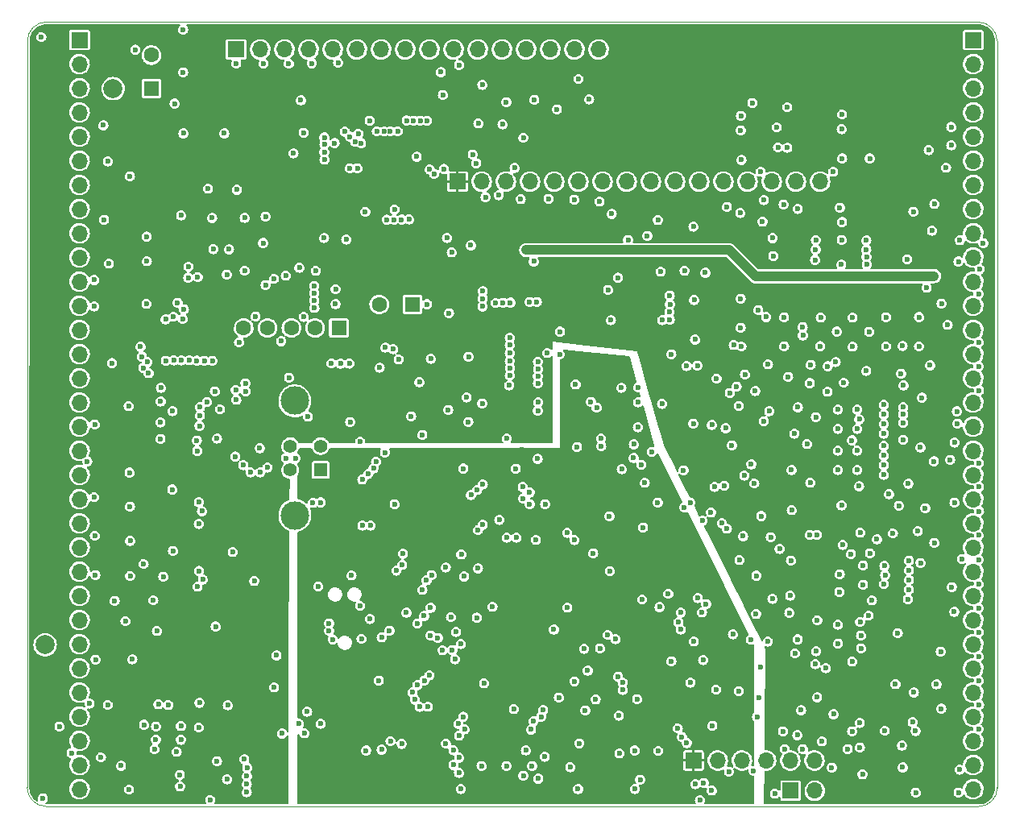
<source format=gbr>
G04 #@! TF.GenerationSoftware,KiCad,Pcbnew,(6.0.1)*
G04 #@! TF.CreationDate,2022-12-03T00:01:53+00:00*
G04 #@! TF.ProjectId,polygonus-Shortage-Version,706f6c79-676f-46e7-9573-2d53686f7274,rev?*
G04 #@! TF.SameCoordinates,Original*
G04 #@! TF.FileFunction,Copper,L3,Inr*
G04 #@! TF.FilePolarity,Positive*
%FSLAX46Y46*%
G04 Gerber Fmt 4.6, Leading zero omitted, Abs format (unit mm)*
G04 Created by KiCad (PCBNEW (6.0.1)) date 2022-12-03 00:01:53*
%MOMM*%
%LPD*%
G01*
G04 APERTURE LIST*
G04 #@! TA.AperFunction,Profile*
%ADD10C,0.050000*%
G04 #@! TD*
G04 #@! TA.AperFunction,ComponentPad*
%ADD11R,1.600000X1.600000*%
G04 #@! TD*
G04 #@! TA.AperFunction,ComponentPad*
%ADD12C,1.600000*%
G04 #@! TD*
G04 #@! TA.AperFunction,ComponentPad*
%ADD13R,1.700000X1.700000*%
G04 #@! TD*
G04 #@! TA.AperFunction,ComponentPad*
%ADD14O,1.700000X1.700000*%
G04 #@! TD*
G04 #@! TA.AperFunction,ComponentPad*
%ADD15R,1.400000X1.400000*%
G04 #@! TD*
G04 #@! TA.AperFunction,ComponentPad*
%ADD16C,1.400000*%
G04 #@! TD*
G04 #@! TA.AperFunction,ComponentPad*
%ADD17C,3.000000*%
G04 #@! TD*
G04 #@! TA.AperFunction,ViaPad*
%ADD18C,0.599440*%
G04 #@! TD*
G04 #@! TA.AperFunction,ViaPad*
%ADD19C,0.800000*%
G04 #@! TD*
G04 #@! TA.AperFunction,ViaPad*
%ADD20C,0.600000*%
G04 #@! TD*
G04 #@! TA.AperFunction,ViaPad*
%ADD21C,2.000000*%
G04 #@! TD*
G04 #@! TA.AperFunction,Conductor*
%ADD22C,1.016000*%
G04 #@! TD*
G04 APERTURE END LIST*
D10*
X27598758Y70480030D02*
X27566743Y-7944264D01*
X29598758Y72480030D02*
G75*
G03*
X27598758Y70480030I-1J-1999999D01*
G01*
X127511245Y72474911D02*
X29598758Y72480030D01*
X29566743Y-9944264D02*
X127539293Y-9975264D01*
X127539293Y-9975264D02*
G75*
G03*
X129539293Y-7975264I1J1999999D01*
G01*
X129539293Y-7975264D02*
X129511245Y70474911D01*
X27566743Y-7944264D02*
G75*
G03*
X29566743Y-9944264I1999999J-1D01*
G01*
X129511245Y70474911D02*
G75*
G03*
X127511245Y72474911I-1999999J1D01*
G01*
D11*
G04 #@! TO.N,Net-(D1503-Pad2)*
G04 #@! TO.C,J1504*
X60334209Y40322147D03*
D12*
G04 #@! TO.N,/USB_D-*
X57834209Y40322147D03*
G04 #@! TO.N,/USB_D+*
X55334209Y40322147D03*
G04 #@! TO.N,GND*
X52834209Y40322147D03*
G04 #@! TO.N,/USB_SHIELD*
X50334209Y40322147D03*
G04 #@! TD*
D13*
G04 #@! TO.N,+3V3*
G04 #@! TO.C,J1505*
X97605501Y-5126837D03*
D14*
G04 #@! TO.N,/mcu/AUX_SPI_CS*
X100145501Y-5126837D03*
G04 #@! TO.N,/mcu/AUX_SPI_SCK*
X102685501Y-5126837D03*
G04 #@! TO.N,/mcu/AUX_SPI_MISO*
X105225501Y-5126837D03*
G04 #@! TO.N,/mcu/AUX_SPI_MOSI*
X107765501Y-5126837D03*
G04 #@! TO.N,GND*
X110305501Y-5126837D03*
G04 #@! TD*
D13*
G04 #@! TO.N,/mcu/UART_TX*
G04 #@! TO.C,J2*
X107812339Y-8296983D03*
D14*
G04 #@! TO.N,/mcu/UART_RX*
X110352339Y-8296983D03*
G04 #@! TD*
D15*
G04 #@! TO.N,Net-(D1503-Pad2)*
G04 #@! TO.C,J1501*
X58420000Y25400000D03*
D16*
G04 #@! TO.N,/USB_D-*
X58420000Y27900000D03*
G04 #@! TO.N,/USB_D+*
X55220000Y27900000D03*
G04 #@! TO.N,GND*
X55220000Y25400000D03*
D17*
G04 #@! TO.N,/USB_SHIELD*
X55710000Y20630000D03*
X55710000Y32670000D03*
G04 #@! TD*
D11*
G04 #@! TO.N,Net-(C1001-Pad1)*
G04 #@! TO.C,C1001*
X68072000Y42799000D03*
D12*
G04 #@! TO.N,GND*
X64572000Y42799000D03*
G04 #@! TD*
D11*
G04 #@! TO.N,/12V_MR*
G04 #@! TO.C,C17*
X40640000Y65494972D03*
D12*
G04 #@! TO.N,GND*
X40640000Y68994972D03*
G04 #@! TD*
D13*
G04 #@! TO.N,GND*
G04 #@! TO.C,J5*
X33087317Y70582684D03*
D14*
X33087317Y68042684D03*
G04 #@! TO.N,/12V_MR*
X33087317Y65502684D03*
G04 #@! TO.N,/LS1*
X33087317Y62962684D03*
G04 #@! TO.N,/LS2*
X33087317Y60422684D03*
G04 #@! TO.N,/LS3*
X33087317Y57882684D03*
G04 #@! TO.N,/LS4*
X33087317Y55342684D03*
G04 #@! TO.N,/LS5*
X33087317Y52802684D03*
G04 #@! TO.N,/LS6*
X33087317Y50262684D03*
G04 #@! TO.N,/LS7*
X33087317Y47722684D03*
G04 #@! TO.N,/LS8*
X33087317Y45182684D03*
G04 #@! TO.N,/IGN12*
X33087317Y42642684D03*
G04 #@! TO.N,/IGN11*
X33087317Y40102684D03*
G04 #@! TO.N,/IGN10*
X33087317Y37562684D03*
G04 #@! TO.N,/IGN9*
X33087317Y35022684D03*
G04 #@! TO.N,/IGN8*
X33087317Y32482684D03*
G04 #@! TO.N,/IGN7*
X33087317Y29942684D03*
G04 #@! TO.N,/IGN6*
X33087317Y27402684D03*
G04 #@! TO.N,/IGN5*
X33087317Y24862684D03*
G04 #@! TO.N,/IGN4*
X33087317Y22322684D03*
G04 #@! TO.N,/IGN3*
X33087317Y19782684D03*
G04 #@! TO.N,/IGN2*
X33087317Y17242684D03*
G04 #@! TO.N,/IGN1*
X33087317Y14702684D03*
G04 #@! TO.N,/LS9*
X33087317Y12162684D03*
G04 #@! TO.N,/LS10*
X33087317Y9622684D03*
G04 #@! TO.N,/LS11*
X33087317Y7082684D03*
G04 #@! TO.N,/LS12*
X33087317Y4542684D03*
G04 #@! TO.N,/LS13*
X33087317Y2002684D03*
G04 #@! TO.N,/LS14*
X33087317Y-537316D03*
G04 #@! TO.N,/LS15*
X33087317Y-3077316D03*
G04 #@! TO.N,/LS16*
X33087317Y-5617316D03*
G04 #@! TO.N,/12V_MR*
X33087317Y-8157316D03*
G04 #@! TD*
D13*
G04 #@! TO.N,+5V*
G04 #@! TO.C,J6*
X72806286Y55705029D03*
D14*
G04 #@! TO.N,+3V3*
X75346286Y55705029D03*
G04 #@! TO.N,/ETB1_PWM*
X77886286Y55705029D03*
G04 #@! TO.N,/ETB1_DIS*
X80426286Y55705029D03*
G04 #@! TO.N,/ETB1_DIR*
X82966286Y55705029D03*
G04 #@! TO.N,/ETB2_PWM*
X85506286Y55705029D03*
G04 #@! TO.N,/ETB2_DIS*
X88046286Y55705029D03*
G04 #@! TO.N,/ETB2_DIR*
X90586286Y55705029D03*
G04 #@! TO.N,GND*
X93126286Y55705029D03*
G04 #@! TO.N,/12V_RAW*
X95666286Y55705029D03*
G04 #@! TO.N,GND*
X98206286Y55705029D03*
X100746286Y55705029D03*
G04 #@! TO.N,/CAN+*
X103286286Y55705029D03*
G04 #@! TO.N,/CAN-*
X105826286Y55705029D03*
G04 #@! TO.N,/VR2+*
X108366286Y55705029D03*
G04 #@! TO.N,/VR1+*
X110906286Y55705029D03*
G04 #@! TD*
D13*
G04 #@! TO.N,GND*
G04 #@! TO.C,J3*
X127000000Y70587779D03*
D14*
G04 #@! TO.N,Net-(F101-Pad1)*
X127000000Y68047779D03*
G04 #@! TO.N,Net-(F102-Pad2)*
X127000000Y65507779D03*
G04 #@! TO.N,/5V_SENSOR_2*
X127000000Y62967779D03*
X127000000Y60427779D03*
X127000000Y57887779D03*
G04 #@! TO.N,/5V_SENSOR_1*
X127000000Y55347779D03*
X127000000Y52807779D03*
X127000000Y50267779D03*
G04 #@! TO.N,/DIGITAL_6*
X127000000Y47727779D03*
G04 #@! TO.N,/DIGITAL_5*
X127000000Y45187779D03*
G04 #@! TO.N,/DIGITAL_4*
X127000000Y42647779D03*
G04 #@! TO.N,/DIGITAL_3*
X127000000Y40107779D03*
G04 #@! TO.N,/DIGITAL_2*
X127000000Y37567779D03*
G04 #@! TO.N,/DIGITAL_1*
X127000000Y35027779D03*
G04 #@! TO.N,/AT4*
X127000000Y32487779D03*
G04 #@! TO.N,/AT3*
X127000000Y29947779D03*
G04 #@! TO.N,/AT2*
X127000000Y27407779D03*
G04 #@! TO.N,/AT1*
X127000000Y24867779D03*
G04 #@! TO.N,/AV11*
X127000000Y22327779D03*
G04 #@! TO.N,/AV10*
X127000000Y19787779D03*
G04 #@! TO.N,/AV9*
X127000000Y17247779D03*
G04 #@! TO.N,/AV8*
X127000000Y14707779D03*
G04 #@! TO.N,/AV7*
X127000000Y12167779D03*
G04 #@! TO.N,/AV6*
X127000000Y9627779D03*
G04 #@! TO.N,/AV5*
X127000000Y7087779D03*
G04 #@! TO.N,/AV4*
X127000000Y4547779D03*
G04 #@! TO.N,/AV3*
X127000000Y2007779D03*
G04 #@! TO.N,/AV2*
X127000000Y-532221D03*
G04 #@! TO.N,/AV1*
X127000000Y-3072221D03*
G04 #@! TO.N,/KNOCK_1*
X127000000Y-5612221D03*
G04 #@! TO.N,/KNOCK_2*
X127000000Y-8152221D03*
G04 #@! TD*
D13*
G04 #@! TO.N,/HS1*
G04 #@! TO.C,J7*
X49530000Y69596912D03*
D14*
G04 #@! TO.N,/HS2*
X52070000Y69596912D03*
G04 #@! TO.N,/HS3*
X54610000Y69596912D03*
G04 #@! TO.N,/HS4*
X57150000Y69596912D03*
G04 #@! TO.N,GND*
X59690000Y69596912D03*
X62230000Y69596912D03*
X64770000Y69596912D03*
X67310000Y69596912D03*
G04 #@! TO.N,/CAN2+*
X69850000Y69596912D03*
G04 #@! TO.N,/CAN2-*
X72390000Y69596912D03*
G04 #@! TO.N,/RSVD*
X74930000Y69596912D03*
X77470000Y69596912D03*
G04 #@! TO.N,/Perm_Live*
X80010000Y69596912D03*
G04 #@! TO.N,/RSVD*
X82550000Y69596912D03*
X85090000Y69596912D03*
X87630000Y69596912D03*
G04 #@! TD*
D18*
G04 #@! TO.N,GND*
X58167372Y13165736D03*
X55567439Y58675731D03*
X121303411Y41468896D03*
X100029902Y35001739D03*
X110459879Y30955845D03*
X71233658Y6453370D03*
X56704333Y-2268379D03*
X62569182Y28389651D03*
X108271698Y6123906D03*
X99441709Y20929579D03*
X112316193Y-261610D03*
X69294725Y10069034D03*
X60495895Y36582924D03*
X105233960Y41478229D03*
X120056983Y47545114D03*
X71373727Y57039180D03*
X110977787Y41428684D03*
X109822260Y34526140D03*
X40966649Y-3949433D03*
X102645826Y38382868D03*
X38377041Y56267596D03*
X124574932Y26453219D03*
X104661527Y4685199D03*
X78313781Y36122084D03*
X125566836Y-6091932D03*
X79977662Y-4066557D03*
X78299574Y37699092D03*
X99520273Y-8284319D03*
X81254688Y34516661D03*
X98276090Y-9308916D03*
X43926779Y41297948D03*
X123583029Y6320263D03*
X69996981Y37087963D03*
X43970995Y71678189D03*
X60258269Y68197696D03*
X89757670Y-421288D03*
X78796829Y57152448D03*
X103014055Y35425959D03*
X127564047Y15984618D03*
X121464002Y15625478D03*
X88769031Y20533109D03*
X115084099Y-3766454D03*
X41626670Y34033452D03*
X75336587Y-5710376D03*
X127617663Y717349D03*
X97589546Y50970487D03*
X78285366Y36846655D03*
X61661730Y14323851D03*
X110443136Y48564559D03*
X115758736Y48563826D03*
X91755741Y29894019D03*
X98496291Y10432895D03*
X80875092Y64312918D03*
X78299574Y38537322D03*
X73409004Y25556280D03*
X45731103Y31125534D03*
X102560012Y40356356D03*
X49547130Y68129472D03*
X115220414Y6663840D03*
X77934920Y64058819D03*
X64625790Y36149780D03*
X123140694Y2875409D03*
X105565970Y31582114D03*
X86634674Y64350804D03*
X43654317Y-7847412D03*
X102362507Y32123344D03*
X85599791Y-3344541D03*
X87324941Y1293725D03*
X85212313Y34393370D03*
X47017826Y51893155D03*
X127577451Y38838607D03*
X108553567Y52840951D03*
X71909446Y41864255D03*
X69100325Y29076538D03*
X118557881Y18745095D03*
X125006115Y10508966D03*
X68794465Y34635117D03*
X42903631Y16912258D03*
X72113168Y9935836D03*
X77129668Y54275640D03*
X53522901Y2562207D03*
X124692035Y59518828D03*
X69114436Y12808291D03*
X75596356Y2988952D03*
X61520259Y30431893D03*
X66202486Y21811764D03*
X107074273Y53296616D03*
X63590837Y9744741D03*
X83457814Y1474184D03*
X121169112Y18976503D03*
X41588784Y28663100D03*
X87723899Y53613041D03*
X84338750Y10941899D03*
X110457343Y49559069D03*
X79716283Y-6727271D03*
X114284285Y5264678D03*
X119632520Y28578928D03*
X64827005Y7805346D03*
X87057957Y16643461D03*
X49449043Y26803461D03*
X45457954Y27393808D03*
X110564895Y18603874D03*
X109919106Y36457180D03*
X115006453Y23695654D03*
X45956109Y21072036D03*
X114255319Y28520844D03*
X93892950Y-4121530D03*
X56639192Y41498643D03*
X52368522Y49261665D03*
X29065218Y70898360D03*
X127557345Y-1822727D03*
X115211478Y7995314D03*
X110910766Y38412762D03*
X109823202Y18577066D03*
X109876684Y24062863D03*
X106167221Y-8615692D03*
X117739563Y14346393D03*
X88631827Y44339180D03*
X79659921Y23616434D03*
X110402546Y4996057D03*
X125035354Y21970566D03*
X112986239Y52954609D03*
X74842121Y9877358D03*
X112135929Y-5877467D03*
X127577451Y5797503D03*
X99983473Y2315786D03*
X108553184Y7602825D03*
X127590855Y26131521D03*
X40133194Y49929334D03*
X120138176Y11815943D03*
X99528989Y30144743D03*
X125459566Y-8503660D03*
X123668678Y42881964D03*
X43070591Y63910292D03*
X102141592Y34176556D03*
X125044076Y28289581D03*
X103624944Y7562613D03*
X48665569Y674366D03*
X124692035Y61448587D03*
X79725038Y60315936D03*
X107766192Y12191258D03*
X43994912Y60784567D03*
X117845153Y38385954D03*
X95275729Y5303401D03*
X47532279Y-5207464D03*
X81238815Y31647351D03*
X85517034Y66491368D03*
X94317871Y41148358D03*
X119065848Y8250453D03*
X75436393Y42583294D03*
X107447193Y63528414D03*
X84656436Y-5831192D03*
X115107555Y9426580D03*
X115813488Y47015966D03*
X81268896Y36008426D03*
X107121874Y41442088D03*
X81034769Y18046922D03*
X34623884Y42591925D03*
X115362442Y-6579765D03*
X52631671Y52039349D03*
X117704641Y-2001678D03*
X83243869Y63299465D03*
X59993904Y44392354D03*
X91996346Y-7132984D03*
X113127832Y46988299D03*
X71829277Y31727521D03*
X96864367Y36320208D03*
X63192473Y-4081778D03*
X77537116Y61727193D03*
X41209681Y8481119D03*
X50394464Y-4993366D03*
X114144059Y16574154D03*
X124311931Y40659817D03*
X54269043Y38940377D03*
X64825491Y-3988419D03*
X103990982Y23993714D03*
X81254688Y36775619D03*
X81219323Y26579297D03*
X102572302Y61095382D03*
X102437653Y15941730D03*
X73759450Y33031103D03*
X104998320Y53764437D03*
X47846883Y31784424D03*
X91426595Y-4081317D03*
X63577970Y62116556D03*
X90060429Y25483942D03*
X125824801Y16064333D03*
X81141030Y43069445D03*
X45624736Y-1664735D03*
X42847052Y31588249D03*
X77589210Y42969994D03*
X78724905Y269746D03*
X89002554Y52313075D03*
X101747752Y8129816D03*
X94150734Y46250071D03*
X34133897Y849798D03*
X125446199Y47309998D03*
X77194118Y20156512D03*
X122674560Y50542523D03*
X114306471Y41415280D03*
X125598437Y49548405D03*
X127577451Y13424435D03*
X40159184Y47344376D03*
X116148578Y16632313D03*
X62395424Y60739084D03*
X110591532Y1516666D03*
X77953643Y-5701857D03*
X66932217Y-3378063D03*
X44505491Y45590049D03*
X122465790Y36398703D03*
X127564047Y36305232D03*
X35588763Y61626369D03*
X120181717Y23958803D03*
X111097779Y-3119327D03*
X93855822Y51668366D03*
X127564047Y43918761D03*
X123637965Y324350D03*
X33898087Y26297905D03*
X75408678Y65869290D03*
X62709158Y7653433D03*
X67927774Y31028360D03*
X104723462Y20555416D03*
X34687534Y18491152D03*
X121604258Y33008085D03*
X107906281Y25403273D03*
X107547517Y35190166D03*
X74954570Y15059274D03*
X82008770Y21793884D03*
X76473520Y11029616D03*
X82234991Y37699092D03*
X35332687Y-4793285D03*
X29224931Y-9095458D03*
X39816457Y15526783D03*
X128054495Y49226778D03*
X114324343Y38368081D03*
X127617663Y21051367D03*
X40829430Y11712019D03*
X120753072Y2026697D03*
X121451777Y27766821D03*
X34764392Y5477803D03*
X78299574Y35354891D03*
X95272478Y37566154D03*
X38285803Y-8184983D03*
X55106599Y35095895D03*
X94951873Y12392319D03*
X74769800Y57633863D03*
X108510120Y-2466123D03*
X95099271Y43748291D03*
X121961133Y21373066D03*
X78299574Y39290308D03*
X106350129Y61414633D03*
X121303411Y38385954D03*
X34620585Y45372908D03*
X114277659Y-2059763D03*
X81288007Y-7037382D03*
X104281126Y-556039D03*
X97585590Y30271030D03*
X71052101Y67214274D03*
X127674391Y46507572D03*
X48580822Y-7104694D03*
X94032504Y10998178D03*
X57911641Y46329603D03*
X88923533Y41146081D03*
X122323695Y59021768D03*
X82374857Y53911394D03*
X120942422Y-2030490D03*
X41607727Y32593781D03*
X112972354Y14453863D03*
X99578750Y-1461938D03*
X57490331Y68139219D03*
X46810857Y-9279148D03*
X64526440Y3279675D03*
X52028028Y27690995D03*
X95113479Y41205187D03*
X59694003Y7579787D03*
X73493755Y14216084D03*
X38398360Y17961405D03*
X96665269Y46337787D03*
X36057254Y710364D03*
X95127686Y42824817D03*
X38378867Y21567521D03*
X124749186Y13089333D03*
X119671862Y34293511D03*
X90025944Y34038865D03*
X73202103Y16535729D03*
X116358220Y11708710D03*
X53780455Y5918478D03*
X92200208Y11797371D03*
X37903800Y9514847D03*
X107454837Y59266499D03*
X62565667Y11120286D03*
X57001478Y0D03*
X38242420Y32112973D03*
X66620704Y37023833D03*
X127564047Y10891060D03*
X125276811Y31566557D03*
X51443253Y13733103D03*
X103674575Y25990529D03*
X105433879Y36506294D03*
X104482188Y1441170D03*
X39864697Y-1372348D03*
X34746012Y14368484D03*
X47310214Y33677397D03*
X43283960Y-4209334D03*
X98845907Y46132491D03*
X91779664Y32511641D03*
X125335288Y30280051D03*
X55766341Y26636033D03*
X42837306Y23352660D03*
X102586509Y62629768D03*
X107672364Y10395109D03*
X103925582Y-6218113D03*
X68508327Y58325686D03*
X81968171Y-4730060D03*
X71691255Y49792361D03*
X102950753Y24810968D03*
X107008861Y-2064000D03*
X98611193Y5422188D03*
X97634851Y7385505D03*
X110372099Y47484806D03*
X78916801Y25545229D03*
X95950076Y-1744392D03*
X52412531Y68129472D03*
X105996256Y47896817D03*
X38398360Y14257827D03*
X92292436Y19368112D03*
X115785074Y47783159D03*
X113397457Y34574054D03*
X51579075Y41542628D03*
X113170934Y61223247D03*
X102564480Y43408023D03*
X41367720Y779700D03*
X38628772Y5506218D03*
X46043825Y13889043D03*
X56632661Y60849017D03*
X88812283Y14772179D03*
X75745699Y54061223D03*
X94294353Y32355361D03*
X72191563Y48274044D03*
X72551750Y5509135D03*
X36053285Y57828626D03*
X73942641Y30450761D03*
X38342381Y25128354D03*
X49845391Y38808752D03*
X72967390Y67944294D03*
X80388044Y43069445D03*
X95070857Y42015002D03*
X41579312Y30396388D03*
X115026800Y30738324D03*
X97670058Y43277462D03*
X38944920Y69572716D03*
X122865910Y26312476D03*
X56344996Y64261157D03*
X122911406Y17757308D03*
X34687534Y30186662D03*
X91681273Y1307130D03*
X107848261Y15893534D03*
X122107314Y44558106D03*
X104856570Y51503260D03*
X88573833Y8071271D03*
X91338724Y28100849D03*
X54365231Y-2297618D03*
X119187598Y21648939D03*
X124150543Y57172862D03*
X67070937Y16617471D03*
X127604259Y33745049D03*
X69599820Y42824817D03*
X92119141Y25950235D03*
X45683214Y937515D03*
X108903096Y164112D03*
X92477501Y24060988D03*
X81240481Y35241232D03*
X74205790Y49012661D03*
X104214623Y14290731D03*
X75450601Y44188717D03*
X113164410Y21678178D03*
X49178487Y16788403D03*
X57080204Y31003450D03*
X116880034Y18124892D03*
X102820080Y18450972D03*
X89664931Y45606193D03*
X32246272Y-4346306D03*
X61108279Y49625692D03*
X127577451Y3264128D03*
X97767521Y39106063D03*
X91795285Y34079077D03*
X113800741Y-3925018D03*
X66198464Y52770318D03*
X76793602Y42955786D03*
X43761188Y52154588D03*
X104090851Y33705766D03*
X78356403Y42998408D03*
X34629057Y22555341D03*
X122914509Y53365311D03*
X118824574Y2902217D03*
X40117475Y42858373D03*
X80815328Y47321535D03*
X89816148Y-4378269D03*
X83527853Y37557019D03*
X59882888Y59758386D03*
X101333077Y-6296083D03*
X119588608Y-5850658D03*
X74994612Y61823643D03*
X98061624Y11949984D03*
X47393194Y8955806D03*
X117845153Y41442088D03*
X113185141Y49587484D03*
X112275875Y56747954D03*
X36491309Y36629922D03*
X127604259Y23611550D03*
X65182329Y27244242D03*
X63113037Y52525645D03*
X120715000Y52556805D03*
X75450601Y43421523D03*
X113213556Y62771841D03*
X127577451Y18544801D03*
X48293012Y60784567D03*
X97243437Y21988503D03*
X127590855Y8357686D03*
X103794128Y63979460D03*
X85351282Y27826341D03*
X104660772Y56747954D03*
X43970995Y67194518D03*
X71576737Y-3357957D03*
X30972139Y-1557996D03*
X55073259Y68100234D03*
X119509225Y-3554885D03*
X79449277Y53866297D03*
X41887137Y14174453D03*
X46579245Y54963226D03*
X83577579Y39950946D03*
X54771832Y26636033D03*
X71271541Y64825491D03*
X47529030Y28703981D03*
X105725391Y18332812D03*
X36766961Y11656525D03*
X120969583Y-8502483D03*
X59984433Y42839025D03*
X111705920Y36307737D03*
X107927249Y21183819D03*
X87783566Y6640011D03*
X85081344Y53826151D03*
X107130810Y38403826D03*
X37438503Y-5684268D03*
X73958352Y37293288D03*
D19*
G04 #@! TO.N,+5V*
X79502000Y39878000D03*
X79502000Y40894000D03*
X79502000Y41910000D03*
X80518000Y39116000D03*
D18*
X102362000Y2159000D03*
X118374808Y35299690D03*
D19*
X79502000Y38862000D03*
D18*
X91948000Y38608000D03*
X115987248Y44384467D03*
X73914000Y28956000D03*
X78537733Y49493666D03*
X117856000Y21590000D03*
X103013061Y31497236D03*
X115555509Y57252300D03*
D19*
X63500000Y28702000D03*
D18*
X103632000Y21124620D03*
X103045029Y36371089D03*
X39192447Y35560000D03*
X112776000Y30734000D03*
X39371411Y27622147D03*
X42772231Y18277683D03*
X115415414Y14354291D03*
X112776000Y8128000D03*
X106281725Y44384466D03*
X78105000Y30353000D03*
X91186000Y38608000D03*
X105786536Y33718190D03*
X108364103Y63519212D03*
X108459295Y59298640D03*
X110490000Y12446000D03*
X112776000Y26416000D03*
X105918000Y23622000D03*
X107188000Y1270000D03*
X107696000Y14478000D03*
X97716099Y28413661D03*
G04 #@! TO.N,+3V3*
X88900000Y36322000D03*
X89662000Y36322000D03*
X90424000Y36322000D03*
X103124000Y4064000D03*
X58928000Y-2286000D03*
X77216000Y-3810000D03*
X67310000Y-8128000D03*
X73152000Y27178000D03*
D20*
X99060000Y0D03*
X120642680Y-1102660D03*
D18*
X56769000Y10287000D03*
X92837000Y29464000D03*
X85852000Y36322000D03*
X64643000Y12827000D03*
X93218000Y25146000D03*
X87122000Y-5715000D03*
X73983855Y15023377D03*
X85852000Y35560000D03*
D20*
X87376000Y23216434D03*
D19*
X73152000Y21336000D03*
D18*
X62103000Y6604000D03*
D20*
X93343667Y5967667D03*
D18*
X66802000Y3810000D03*
D20*
X103533698Y860302D03*
X96012000Y14732000D03*
X89916000Y762000D03*
X90678000Y20066000D03*
D18*
X79629000Y27559000D03*
D20*
X115074146Y-1176828D03*
D18*
X69748400Y18643600D03*
X73660000Y254000D03*
D20*
X86360000Y29591000D03*
D18*
X90726273Y49593153D03*
X85852000Y37338000D03*
G04 #@! TO.N,/mcu/AV4*
X97282000Y3048000D03*
X105410000Y7366000D03*
G04 #@! TO.N,/mcu/AV2*
X89408000Y7620000D03*
X111506000Y4572000D03*
G04 #@! TO.N,/mcu/AV5*
X96266000Y8636000D03*
X105894633Y11862275D03*
G04 #@! TO.N,/mcu/AV6*
X96012000Y9398000D03*
X112939557Y12565968D03*
G04 #@! TO.N,/mcu/AV9*
X101115632Y19232880D03*
X115137439Y18811658D03*
G04 #@! TO.N,/mcu/AV10*
X100584000Y19812000D03*
X118150241Y22871219D03*
G04 #@! TO.N,/5V_SENSOR_1*
X116122964Y58146824D03*
X113221818Y58146824D03*
X102642191Y57990475D03*
G04 #@! TO.N,/5V_SENSOR_2*
X113206146Y51458098D03*
G04 #@! TO.N,/mcu/nRESET*
X82931000Y8636000D03*
X65659000Y8509000D03*
X72644000Y8382000D03*
G04 #@! TO.N,/mcu/SWDIO*
X69977000Y10922000D03*
X59309000Y8509000D03*
G04 #@! TO.N,/mcu/SWCLK*
X59309000Y9271000D03*
X67437000Y10414000D03*
X68580000Y9271000D03*
G04 #@! TO.N,/mcu/5V_SENSOR_1_PG*
X98679000Y-7493000D03*
X115769916Y49534146D03*
G04 #@! TO.N,/mcu/5V_SENSOR_2_PG*
X97790000Y-7620000D03*
X105915182Y49774709D03*
G04 #@! TO.N,/mcu/AT2*
X99822000Y23622000D03*
X109535875Y28132125D03*
G04 #@! TO.N,/mcu/AT1*
X100838000Y23749000D03*
X108204000Y29210000D03*
G04 #@! TO.N,/mcu/AT3*
X104985486Y30534020D03*
X96647000Y21463000D03*
G04 #@! TO.N,Net-(RN201-Pad7)*
X48559934Y45941964D03*
X49617453Y54854443D03*
G04 #@! TO.N,Net-(RN201-Pad8)*
X45506107Y45669069D03*
G04 #@! TO.N,Net-(RN201-Pad6)*
X44530956Y46766623D03*
X35655362Y51693175D03*
G04 #@! TO.N,Net-(RN201-Pad5)*
X50430364Y51901206D03*
X50431216Y46343577D03*
G04 #@! TO.N,Net-(RN301-Pad7)*
X44046334Y42287675D03*
X48786297Y48591372D03*
G04 #@! TO.N,Net-(RN301-Pad8)*
X47155424Y48610865D03*
X43386296Y42972079D03*
G04 #@! TO.N,Net-(RN301-Pad6)*
X36162693Y47092023D03*
X42127404Y41244268D03*
G04 #@! TO.N,Net-(RN301-Pad5)*
X42946089Y41517163D03*
G04 #@! TO.N,Net-(RN501-Pad6)*
X43737735Y-1508470D03*
X43737735Y-2950917D03*
G04 #@! TO.N,Net-(RN501-Pad8)*
X41106246Y-2931424D03*
X41125738Y-1566948D03*
G04 #@! TO.N,Net-(RN501-Pad7)*
X43620780Y-6635003D03*
G04 #@! TO.N,/mcu/12V_DIVIDED*
X98005596Y36383413D03*
X98552000Y20066000D03*
G04 #@! TO.N,/ETB2_DIR*
X80384597Y21799359D03*
G04 #@! TO.N,/ETB2_DIS*
X79696825Y22402349D03*
G04 #@! TO.N,Net-(C1205-Pad1)*
X112545465Y36752301D03*
X115757378Y35819548D03*
G04 #@! TO.N,Net-(C1404-Pad1)*
X111683129Y33637718D03*
X119416706Y35523294D03*
G04 #@! TO.N,Net-(C1408-Pad1)*
X101822312Y38537988D03*
X101426906Y33491722D03*
G04 #@! TO.N,/lowside_quad1/IN1*
X47033545Y36867492D03*
X57767425Y42432262D03*
X69850000Y3810000D03*
G04 #@! TO.N,/lowside_quad1/IN3*
X57741435Y43991663D03*
X45410549Y36900967D03*
X68580000Y2794000D03*
G04 #@! TO.N,/lowside_quad1/IN2*
X46195367Y36867492D03*
X69318368Y3278368D03*
X57751281Y43226532D03*
G04 #@! TO.N,/lowside_quad1/IN4*
X44627265Y36935976D03*
X68072000Y2032000D03*
X57741435Y44743006D03*
G04 #@! TO.N,/lowside_quad2/IN1*
X43795982Y36922987D03*
X68326000Y1270000D03*
X52632296Y44843361D03*
G04 #@! TO.N,/lowside_quad2/IN3*
X42160416Y36867492D03*
X69690732Y522928D03*
X54754617Y45821399D03*
G04 #@! TO.N,/lowside_quad2/IN2*
X42978352Y36923651D03*
X53522979Y45499792D03*
X68834000Y508000D03*
G04 #@! TO.N,/lowside_quad2/IN4*
X73404241Y-530273D03*
X39495535Y38365348D03*
X56183708Y46663187D03*
G04 #@! TO.N,/ETB1_DIR*
X75461761Y23892379D03*
G04 #@! TO.N,/ETB1_DIS*
X74873478Y23309863D03*
G04 #@! TO.N,/lowside_quad4/IN4*
X72955612Y-6437561D03*
X50658042Y-8461418D03*
G04 #@! TO.N,/lowside_quad4/IN2*
X72966831Y-4833170D03*
X50672065Y-6778581D03*
G04 #@! TO.N,/lowside_quad4/IN3*
X50658042Y-7605976D03*
X72383416Y-5596097D03*
G04 #@! TO.N,/lowside_quad4/IN1*
X72373446Y-4053846D03*
X50700113Y-5881068D03*
G04 #@! TO.N,/highside_quad/IN1*
X69549119Y13814755D03*
X65361657Y51704856D03*
G04 #@! TO.N,/highside_quad/IN3*
X74959992Y19084316D03*
X66929721Y51713520D03*
G04 #@! TO.N,/highside_quad/IN2*
X66141357Y51713520D03*
X70080399Y14346034D03*
G04 #@! TO.N,/mcu/CAN_RX*
X77978000Y18288000D03*
X77978000Y28702000D03*
G04 #@! TO.N,/mcu/CAN_TX*
X81280000Y32512000D03*
X78994000Y18288000D03*
G04 #@! TO.N,/highside_quad/IN4*
X67718085Y51739510D03*
X75448080Y19655530D03*
G04 #@! TO.N,/ign1/IN4*
X58420000Y21996400D03*
X45629034Y22009351D03*
G04 #@! TO.N,/AT4*
X119634000Y32004000D03*
G04 #@! TO.N,/AT2*
X119634000Y30353000D03*
G04 #@! TO.N,/AT3*
X119634000Y31242000D03*
G04 #@! TO.N,/HS4*
X67468926Y62133324D03*
X68893870Y62113893D03*
X68183505Y62113893D03*
X69590026Y62113893D03*
G04 #@! TO.N,/HS2*
X61491876Y60437434D03*
X62671080Y59727069D03*
X74411460Y58548526D03*
X60960000Y60960000D03*
X62031752Y59897558D03*
G04 #@! TO.N,/HS3*
X64319126Y60991517D03*
X66533285Y60993012D03*
X65114733Y60991517D03*
X65739853Y60991517D03*
G04 #@! TO.N,/HS1*
X58781848Y49783760D03*
X58806700Y58806700D03*
X58802928Y60349759D03*
X58820907Y58019093D03*
X58820907Y59670240D03*
G04 #@! TO.N,/LS9*
X72898000Y-1270000D03*
G04 #@! TO.N,/LS10*
X73544636Y-1848620D03*
G04 #@! TO.N,/LS11*
X72972441Y-2523170D03*
G04 #@! TO.N,/LS12*
X65758308Y-3101790D03*
G04 #@! TO.N,/CAN+*
X101104719Y53048888D03*
X86820263Y32559737D03*
G04 #@! TO.N,/CAN-*
X102519195Y52405667D03*
X87423737Y31956263D03*
G04 #@! TO.N,/ign1/IN3*
X57607200Y21945600D03*
X45616039Y19735224D03*
G04 #@! TO.N,/ign1/IN1*
X70739000Y7747000D03*
X45473094Y13146753D03*
G04 #@! TO.N,/ign1/IN2*
X45635532Y14790622D03*
X69977000Y8001000D03*
G04 #@! TO.N,/ign2/IN2*
X51054000Y25146000D03*
X45686046Y30027800D03*
G04 #@! TO.N,/IGN9*
X62791247Y24402380D03*
X49563673Y32788620D03*
X40340065Y35585990D03*
G04 #@! TO.N,/IGN10*
X63415007Y24981000D03*
X39778699Y36128101D03*
X49494001Y33799700D03*
G04 #@! TO.N,/IGN11*
X40210115Y36743241D03*
X63970000Y25569998D03*
X50546597Y33682745D03*
G04 #@! TO.N,/IGN12*
X64241994Y26270379D03*
X39632556Y37321861D03*
X50507612Y34520923D03*
G04 #@! TO.N,/mcu/DIGITAL5*
X100984378Y29791843D03*
X96556268Y25363732D03*
G04 #@! TO.N,/mcu/DIGITAL2*
X108564934Y31994252D03*
X101638047Y28004875D03*
G04 #@! TO.N,/mcu/DIGITAL1*
X71571117Y15166354D03*
X93853000Y21971000D03*
G04 #@! TO.N,/DIGITAL_5*
X109074003Y40424324D03*
G04 #@! TO.N,/DIGITAL_6*
X104407659Y42222914D03*
G04 #@! TO.N,/DIGITAL_1*
X112668780Y39949999D03*
G04 #@! TO.N,/DIGITAL_2*
X119574428Y38434842D03*
G04 #@! TO.N,/DIGITAL_3*
X116068295Y39916341D03*
G04 #@! TO.N,/DIGITAL_4*
X109097311Y39546097D03*
G04 #@! TO.N,/ign2/IN1*
X45415189Y28505807D03*
X50292000Y25908000D03*
G04 #@! TO.N,/ign2/IN3*
X45725972Y32001465D03*
X52070000Y25146000D03*
G04 #@! TO.N,/ign2/IN4*
X46479683Y32560251D03*
X52832000Y25654000D03*
G04 #@! TO.N,/VR2+*
X106484663Y59294397D03*
D20*
G04 #@! TO.N,/USB_D+*
X62819000Y19558000D03*
X66382871Y14820871D03*
X59563561Y36605573D03*
G04 #@! TO.N,/USB_D-*
X66986741Y15424741D03*
X63673000Y19558000D03*
X61434842Y36579583D03*
D19*
G04 #@! TO.N,/12V_PROT*
X80010000Y48514000D03*
D18*
X113378122Y45763136D03*
X114347306Y45767306D03*
X122893861Y45773091D03*
G04 #@! TO.N,/mcu/LED1*
X73152000Y-8128000D03*
X80528446Y-1868228D03*
G04 #@! TO.N,/mcu/LED2*
X80772000Y-1016000D03*
X80645000Y-5715000D03*
G04 #@! TO.N,/mcu/LED3*
X85471000Y-8128000D03*
X81595234Y-531632D03*
G04 #@! TO.N,/mcu/LED4*
X91440000Y-8128000D03*
X81806421Y189940D03*
G04 #@! TO.N,Net-(C2-Pad1)*
X112784141Y7160860D03*
X110490000Y6350000D03*
G04 #@! TO.N,Net-(C4-Pad1)*
X112776000Y9144000D03*
X116009755Y10103902D03*
G04 #@! TO.N,Net-(C5-Pad1)*
X115415414Y13338291D03*
X120241414Y12830291D03*
G04 #@! TO.N,Net-(C6-Pad1)*
X120241414Y13846291D03*
X117603421Y13406829D03*
G04 #@! TO.N,Net-(C7-Pad1)*
X120241414Y14862291D03*
X117653909Y15325367D03*
G04 #@! TO.N,Net-(C8-Pad1)*
X120241414Y15878291D03*
X115415414Y15370291D03*
G04 #@! TO.N,Net-(C9-Pad1)*
X117602000Y24892000D03*
X112776000Y25400000D03*
G04 #@! TO.N,Net-(C10-Pad1)*
X117602000Y25908000D03*
X114808000Y25400000D03*
G04 #@! TO.N,Net-(C11-Pad1)*
X114808000Y27432000D03*
X117602000Y26924000D03*
G04 #@! TO.N,Net-(C12-Pad1)*
X112776000Y27432000D03*
X117602000Y27940000D03*
G04 #@! TO.N,Net-(C13-Pad1)*
X117602000Y29210000D03*
X112776000Y29718000D03*
G04 #@! TO.N,Net-(C14-Pad1)*
X114808000Y29718000D03*
X117602000Y30226000D03*
G04 #@! TO.N,Net-(C15-Pad1)*
X114808000Y31750000D03*
X117602000Y31242000D03*
G04 #@! TO.N,Net-(C16-Pad1)*
X112776000Y31750000D03*
X117602000Y32258000D03*
G04 #@! TO.N,Net-(R3-Pad2)*
X110616428Y9600149D03*
X104176441Y10265849D03*
G04 #@! TO.N,Net-(R11-Pad2)*
X113284000Y17526000D03*
X106646265Y17106795D03*
G04 #@! TO.N,/knock/FILTERED_1*
X86233000Y127000D03*
X96393000Y-2667000D03*
G04 #@! TO.N,/knock/FILTERED_2*
X96901000Y-3302000D03*
X85090000Y3175000D03*
G04 #@! TO.N,Net-(C902-Pad1)*
X78232000Y34290000D03*
X75398896Y32387595D03*
G04 #@! TO.N,/ETB2_PWM*
X80384597Y23032159D03*
G04 #@! TO.N,/ETB1_PWM*
X74211421Y22779564D03*
G04 #@! TO.N,/mcu/AUX_SPI_MOSI*
X89670990Y3691990D03*
G04 #@! TO.N,/mcu/AUX_SPI_MISO*
X90170000Y3048000D03*
G04 #@! TO.N,/mcu/AUX_SPI_SCK*
X90170000Y2286000D03*
G04 #@! TO.N,/mcu/AUX_SPI_CS*
X86487000Y4318000D03*
G04 #@! TO.N,/mcu/SD_MISO*
X56134000Y-1270000D03*
X58420000Y-1270000D03*
G04 #@! TO.N,/mcu/UART_RX*
X109093000Y-3937000D03*
X72263000Y6477000D03*
G04 #@! TO.N,/mcu/UART_TX*
X107188000Y-3937000D03*
X73152000Y7112000D03*
G04 #@! TO.N,/CAN2+*
X65207769Y38269387D03*
G04 #@! TO.N,/CAN2-*
X66040000Y38100000D03*
G04 #@! TO.N,/mcu/BARO_SCL*
X93218000Y27305000D03*
X91313000Y26670000D03*
G04 #@! TO.N,/12V_MR*
X42408471Y694183D03*
X62285491Y57101531D03*
X61482861Y57101531D03*
X69874578Y56997571D03*
D21*
X36610257Y65485240D03*
D18*
X70344941Y56527208D03*
D21*
X29466389Y7029251D03*
D18*
G04 #@! TO.N,/Keep_Alive/Keep_Alive*
X92748730Y49991774D03*
X98933000Y11303000D03*
G04 #@! TO.N,Net-(C30-Pad1)*
X86106000Y6604000D03*
X96266000Y10414000D03*
D20*
G04 #@! TO.N,/mcu/VR_2*
X87884000Y28702000D03*
X84328000Y18796000D03*
G04 #@! TO.N,/mcu/VR_1*
X85090000Y18034000D03*
X87912698Y27911302D03*
G04 #@! TD*
D22*
G04 #@! TO.N,/12V_PROT*
X101346000Y48514000D02*
X80010000Y48514000D01*
X114347306Y45767306D02*
X113382292Y45767306D01*
X122893861Y45773091D02*
X122886116Y45765346D01*
X104187306Y45767306D02*
X104140000Y45720000D01*
X110020766Y45767306D02*
X110044140Y45743932D01*
X108824952Y45758891D02*
X108817473Y45758891D01*
X108809058Y45767306D02*
X110020766Y45767306D01*
X122893861Y45773091D02*
X122888076Y45767306D01*
X113382292Y45767306D02*
X113378122Y45763136D01*
X108817473Y45758891D02*
X108809058Y45767306D01*
X104140000Y45720000D02*
X101346000Y48514000D01*
X122888076Y45767306D02*
X114347306Y45767306D01*
X113373952Y45767306D02*
X104187306Y45767306D01*
X113378122Y45763136D02*
X113373952Y45767306D01*
G04 #@! TD*
G04 #@! TA.AperFunction,Conductor*
G04 #@! TO.N,+3V3*
G36*
X85587716Y37890857D02*
G01*
X90863265Y37345110D01*
X90920105Y37319915D01*
X90950029Y37271291D01*
X91648834Y34685714D01*
X91645714Y34623619D01*
X91606691Y34575216D01*
X91590216Y34566525D01*
X91554061Y34551549D01*
X91528594Y34541000D01*
X91418126Y34456236D01*
X91333362Y34345768D01*
X91330841Y34339681D01*
X91330839Y34339678D01*
X91314183Y34299466D01*
X91280077Y34217127D01*
X91279216Y34210591D01*
X91279216Y34210589D01*
X91274293Y34173194D01*
X91261902Y34079077D01*
X91262763Y34072537D01*
X91272122Y34001453D01*
X91280077Y33941027D01*
X91299257Y33894723D01*
X91326863Y33828077D01*
X91333362Y33812386D01*
X91376155Y33756617D01*
X91408370Y33714633D01*
X91418126Y33701918D01*
X91528593Y33617154D01*
X91657235Y33563869D01*
X91663771Y33563008D01*
X91663773Y33563008D01*
X91788745Y33546555D01*
X91795285Y33545694D01*
X91864114Y33554756D01*
X91925247Y33543426D01*
X91968045Y33498327D01*
X91974361Y33481264D01*
X92066429Y33140611D01*
X92063309Y33078515D01*
X92024286Y33030112D01*
X91964265Y33013891D01*
X91930814Y33021423D01*
X91917714Y33026849D01*
X91911178Y33027710D01*
X91911176Y33027710D01*
X91786204Y33044163D01*
X91779664Y33045024D01*
X91773124Y33044163D01*
X91648152Y33027710D01*
X91648150Y33027710D01*
X91641614Y33026849D01*
X91567648Y32996211D01*
X91519063Y32976087D01*
X91519060Y32976085D01*
X91512973Y32973564D01*
X91402505Y32888800D01*
X91317741Y32778332D01*
X91315220Y32772245D01*
X91315218Y32772242D01*
X91311975Y32764412D01*
X91264456Y32649691D01*
X91263595Y32643155D01*
X91263595Y32643153D01*
X91253856Y32569180D01*
X91246281Y32511641D01*
X91264456Y32373591D01*
X91284871Y32324306D01*
X91311133Y32260904D01*
X91317741Y32244950D01*
X91402505Y32134482D01*
X91512972Y32049718D01*
X91641614Y31996433D01*
X91648150Y31995572D01*
X91648152Y31995572D01*
X91773124Y31979119D01*
X91779664Y31978258D01*
X91786204Y31979119D01*
X91911176Y31995572D01*
X91911178Y31995572D01*
X91917714Y31996433D01*
X92046356Y32049718D01*
X92156823Y32134482D01*
X92160837Y32139713D01*
X92160840Y32139716D01*
X92167225Y32148037D01*
X92218465Y32183252D01*
X92280618Y32181623D01*
X92329943Y32143773D01*
X92344151Y32113041D01*
X93470640Y27945030D01*
X93467520Y27882935D01*
X93428497Y27834532D01*
X93368476Y27818310D01*
X93356057Y27820264D01*
X93356050Y27820208D01*
X93224540Y27837522D01*
X93218000Y27838383D01*
X93211460Y27837522D01*
X93086488Y27821069D01*
X93086486Y27821069D01*
X93079950Y27820208D01*
X93005984Y27789570D01*
X92957399Y27769446D01*
X92957396Y27769444D01*
X92951309Y27766923D01*
X92840841Y27682159D01*
X92756077Y27571691D01*
X92753556Y27565604D01*
X92753554Y27565601D01*
X92740441Y27533943D01*
X92702792Y27443050D01*
X92701931Y27436514D01*
X92701931Y27436512D01*
X92695595Y27388384D01*
X92684617Y27305000D01*
X92685478Y27298460D01*
X92700721Y27182684D01*
X92702792Y27166950D01*
X92725628Y27111819D01*
X92750748Y27051175D01*
X92756077Y27038309D01*
X92840841Y26927841D01*
X92951308Y26843077D01*
X93079950Y26789792D01*
X93086486Y26788931D01*
X93086488Y26788931D01*
X93211460Y26772478D01*
X93218000Y26771617D01*
X93224540Y26772478D01*
X93349512Y26788931D01*
X93349514Y26788931D01*
X93356050Y26789792D01*
X93484692Y26843077D01*
X93595159Y26927841D01*
X93679923Y27038309D01*
X93685253Y27051175D01*
X93706680Y27102906D01*
X93747059Y27150184D01*
X93807515Y27164698D01*
X93864957Y27140905D01*
X93889501Y27109599D01*
X95510310Y23885839D01*
X96427862Y22060844D01*
X96437257Y21999384D01*
X96408733Y21944139D01*
X96388282Y21928533D01*
X96386398Y21927445D01*
X96380309Y21924923D01*
X96269841Y21840159D01*
X96185077Y21729691D01*
X96131792Y21601050D01*
X96130931Y21594514D01*
X96130931Y21594512D01*
X96129882Y21586543D01*
X96113617Y21463000D01*
X96114478Y21456460D01*
X96130481Y21334911D01*
X96131792Y21324950D01*
X96185077Y21196309D01*
X96269841Y21085841D01*
X96380308Y21001077D01*
X96508950Y20947792D01*
X96515486Y20946931D01*
X96515488Y20946931D01*
X96640460Y20930478D01*
X96647000Y20929617D01*
X96653540Y20930478D01*
X96778512Y20946931D01*
X96778514Y20946931D01*
X96785050Y20947792D01*
X96866202Y20981406D01*
X96928185Y20986284D01*
X96981197Y20953798D01*
X96994579Y20933654D01*
X98357208Y18223411D01*
X103414444Y8164659D01*
X103423839Y8103199D01*
X103395315Y8047954D01*
X103369712Y8030945D01*
X103370053Y8030355D01*
X103364344Y8027059D01*
X103358253Y8024536D01*
X103247785Y7939772D01*
X103163021Y7829304D01*
X103160500Y7823217D01*
X103160498Y7823214D01*
X103153097Y7805346D01*
X103109736Y7700663D01*
X103108875Y7694127D01*
X103108875Y7694125D01*
X103097381Y7606823D01*
X103091561Y7562613D01*
X103092422Y7556073D01*
X103107014Y7445242D01*
X103109736Y7424563D01*
X103131521Y7371969D01*
X103158073Y7307868D01*
X103163021Y7295922D01*
X103199737Y7248072D01*
X103240469Y7194989D01*
X103247785Y7185454D01*
X103358252Y7100690D01*
X103486894Y7047405D01*
X103493430Y7046544D01*
X103493432Y7046544D01*
X103618404Y7030091D01*
X103624944Y7029230D01*
X103631484Y7030091D01*
X103756456Y7046544D01*
X103756458Y7046544D01*
X103762994Y7047405D01*
X103853045Y7084705D01*
X103915027Y7089583D01*
X103968039Y7057098D01*
X103981422Y7036950D01*
X103989280Y7021320D01*
X104000000Y6976133D01*
X104000000Y1678947D01*
X103992342Y1640449D01*
X103966980Y1579220D01*
X103966119Y1572684D01*
X103966119Y1572682D01*
X103962284Y1543553D01*
X103948805Y1441170D01*
X103949666Y1434630D01*
X103963436Y1330042D01*
X103966980Y1303120D01*
X103970872Y1293725D01*
X103992342Y1241891D01*
X104000000Y1203393D01*
X104000000Y-55581D01*
X103980787Y-114712D01*
X103960641Y-135393D01*
X103903967Y-178880D01*
X103819203Y-289348D01*
X103765918Y-417989D01*
X103765057Y-424525D01*
X103765057Y-424527D01*
X103754684Y-503316D01*
X103747743Y-556039D01*
X103748604Y-562579D01*
X103764440Y-682859D01*
X103765918Y-694089D01*
X103791062Y-754792D01*
X103814798Y-812095D01*
X103819203Y-822730D01*
X103903967Y-933198D01*
X103931952Y-954671D01*
X103960641Y-976685D01*
X103995857Y-1027925D01*
X104000000Y-1056497D01*
X104000000Y-5586709D01*
X103980787Y-5645840D01*
X103930487Y-5682385D01*
X103912531Y-5686448D01*
X103787532Y-5702905D01*
X103787345Y-5701483D01*
X103732634Y-5698617D01*
X103684315Y-5659491D01*
X103668222Y-5599435D01*
X103675834Y-5567730D01*
X103675531Y-5567627D01*
X103676650Y-5564332D01*
X103676651Y-5564327D01*
X103739281Y-5379827D01*
X103767739Y-5183555D01*
X103767889Y-5177854D01*
X103769147Y-5129793D01*
X103769147Y-5129786D01*
X103769224Y-5126837D01*
X103762763Y-5056521D01*
X103751499Y-4933932D01*
X103751498Y-4933927D01*
X103751077Y-4929344D01*
X103697244Y-4738465D01*
X103689874Y-4723520D01*
X103611566Y-4564727D01*
X103611564Y-4564724D01*
X103609527Y-4560593D01*
X103490864Y-4401685D01*
X103345230Y-4267062D01*
X103341334Y-4264604D01*
X103341329Y-4264600D01*
X103246245Y-4204607D01*
X103177501Y-4161233D01*
X102993295Y-4087742D01*
X102798781Y-4049051D01*
X102701147Y-4047773D01*
X102605088Y-4046515D01*
X102605083Y-4046515D01*
X102600473Y-4046455D01*
X102595929Y-4047236D01*
X102595927Y-4047236D01*
X102480884Y-4067004D01*
X102405013Y-4080041D01*
X102400689Y-4081636D01*
X102400686Y-4081637D01*
X102223277Y-4147087D01*
X102223275Y-4147088D01*
X102218946Y-4148685D01*
X102214978Y-4151046D01*
X102052469Y-4247728D01*
X102052464Y-4247732D01*
X102048505Y-4250087D01*
X102045039Y-4253126D01*
X102045037Y-4253128D01*
X101902863Y-4377810D01*
X101902860Y-4377813D01*
X101899396Y-4380851D01*
X101896543Y-4384470D01*
X101896542Y-4384471D01*
X101860392Y-4430327D01*
X101776614Y-4536599D01*
X101774464Y-4540685D01*
X101774463Y-4540687D01*
X101747461Y-4592010D01*
X101684272Y-4712114D01*
X101682905Y-4716517D01*
X101628741Y-4890953D01*
X101625460Y-4901518D01*
X101614319Y-4995649D01*
X101604230Y-5080889D01*
X101602149Y-5098468D01*
X101615120Y-5296369D01*
X101616253Y-5300830D01*
X101656491Y-5459263D01*
X101663939Y-5488591D01*
X101746969Y-5668698D01*
X101768114Y-5698617D01*
X101794078Y-5735356D01*
X101812515Y-5794734D01*
X101792530Y-5853609D01*
X101741756Y-5889492D01*
X101679587Y-5888678D01*
X101650687Y-5873231D01*
X101599769Y-5834160D01*
X101471127Y-5780875D01*
X101464591Y-5780014D01*
X101464589Y-5780014D01*
X101339617Y-5763561D01*
X101333077Y-5762700D01*
X101326537Y-5763561D01*
X101201567Y-5780014D01*
X101200822Y-5780112D01*
X101139689Y-5768782D01*
X101096891Y-5723683D01*
X101088776Y-5662040D01*
X101099916Y-5631222D01*
X101135531Y-5567627D01*
X101199281Y-5379827D01*
X101227739Y-5183555D01*
X101227889Y-5177854D01*
X101229147Y-5129793D01*
X101229147Y-5129786D01*
X101229224Y-5126837D01*
X101222763Y-5056521D01*
X101211499Y-4933932D01*
X101211498Y-4933927D01*
X101211077Y-4929344D01*
X101157244Y-4738465D01*
X101149874Y-4723520D01*
X101071566Y-4564727D01*
X101071564Y-4564724D01*
X101069527Y-4560593D01*
X100950864Y-4401685D01*
X100805230Y-4267062D01*
X100801334Y-4264604D01*
X100801329Y-4264600D01*
X100706245Y-4204607D01*
X100637501Y-4161233D01*
X100453295Y-4087742D01*
X100258781Y-4049051D01*
X100161147Y-4047773D01*
X100065088Y-4046515D01*
X100065083Y-4046515D01*
X100060473Y-4046455D01*
X100055929Y-4047236D01*
X100055927Y-4047236D01*
X99940884Y-4067004D01*
X99865013Y-4080041D01*
X99860689Y-4081636D01*
X99860686Y-4081637D01*
X99683277Y-4147087D01*
X99683275Y-4147088D01*
X99678946Y-4148685D01*
X99674978Y-4151046D01*
X99512469Y-4247728D01*
X99512464Y-4247732D01*
X99508505Y-4250087D01*
X99505039Y-4253126D01*
X99505037Y-4253128D01*
X99362863Y-4377810D01*
X99362860Y-4377813D01*
X99359396Y-4380851D01*
X99356543Y-4384470D01*
X99356542Y-4384471D01*
X99320392Y-4430327D01*
X99236614Y-4536599D01*
X99234464Y-4540685D01*
X99234463Y-4540687D01*
X99207461Y-4592010D01*
X99144272Y-4712114D01*
X99142905Y-4716517D01*
X99088741Y-4890953D01*
X99085460Y-4901518D01*
X99074319Y-4995649D01*
X99064230Y-5080889D01*
X99062149Y-5098468D01*
X99075120Y-5296369D01*
X99076253Y-5300830D01*
X99116491Y-5459263D01*
X99123939Y-5488591D01*
X99206969Y-5668698D01*
X99321432Y-5830659D01*
X99359780Y-5868016D01*
X99460190Y-5965832D01*
X99460194Y-5965835D01*
X99463492Y-5969048D01*
X99467325Y-5971609D01*
X99467326Y-5971610D01*
X99624558Y-6076669D01*
X99624562Y-6076671D01*
X99628393Y-6079231D01*
X99632630Y-6081051D01*
X99632633Y-6081053D01*
X99806373Y-6155698D01*
X99806375Y-6155699D01*
X99810612Y-6157519D01*
X99869615Y-6170870D01*
X99999547Y-6200271D01*
X99999550Y-6200271D01*
X100004047Y-6201289D01*
X100121132Y-6205889D01*
X100197610Y-6208894D01*
X100197611Y-6208894D01*
X100202219Y-6209075D01*
X100206776Y-6208414D01*
X100206781Y-6208414D01*
X100306962Y-6193888D01*
X100398491Y-6180617D01*
X100586291Y-6116867D01*
X100667066Y-6071631D01*
X100728045Y-6059501D01*
X100784508Y-6085531D01*
X100814888Y-6139778D01*
X100815960Y-6172533D01*
X100799694Y-6296083D01*
X100817869Y-6434133D01*
X100871154Y-6562774D01*
X100955918Y-6673242D01*
X101066385Y-6758006D01*
X101195027Y-6811291D01*
X101201563Y-6812152D01*
X101201565Y-6812152D01*
X101326537Y-6828605D01*
X101333077Y-6829466D01*
X101339617Y-6828605D01*
X101464589Y-6812152D01*
X101464591Y-6812152D01*
X101471127Y-6811291D01*
X101599769Y-6758006D01*
X101710236Y-6673242D01*
X101795000Y-6562774D01*
X101848285Y-6434133D01*
X101866460Y-6296083D01*
X101857292Y-6226445D01*
X101849146Y-6164571D01*
X101849146Y-6164569D01*
X101848285Y-6158033D01*
X101799190Y-6039507D01*
X101794312Y-5977526D01*
X101826797Y-5924513D01*
X101884239Y-5900720D01*
X101944695Y-5915234D01*
X101962330Y-5928950D01*
X102000190Y-5965832D01*
X102000194Y-5965835D01*
X102003492Y-5969048D01*
X102007325Y-5971609D01*
X102007326Y-5971610D01*
X102164558Y-6076669D01*
X102164562Y-6076671D01*
X102168393Y-6079231D01*
X102172630Y-6081051D01*
X102172633Y-6081053D01*
X102346373Y-6155698D01*
X102346375Y-6155699D01*
X102350612Y-6157519D01*
X102409615Y-6170870D01*
X102539547Y-6200271D01*
X102539550Y-6200271D01*
X102544047Y-6201289D01*
X102661132Y-6205889D01*
X102737610Y-6208894D01*
X102737611Y-6208894D01*
X102742219Y-6209075D01*
X102746776Y-6208414D01*
X102746781Y-6208414D01*
X102846962Y-6193888D01*
X102938491Y-6180617D01*
X103126291Y-6116867D01*
X103227117Y-6060402D01*
X103252668Y-6046093D01*
X103313648Y-6033963D01*
X103370111Y-6059993D01*
X103400490Y-6114240D01*
X103401562Y-6146996D01*
X103392199Y-6218113D01*
X103393060Y-6224653D01*
X103409089Y-6346400D01*
X103410374Y-6356163D01*
X103439962Y-6427595D01*
X103456148Y-6466670D01*
X103463659Y-6484804D01*
X103548423Y-6595272D01*
X103658890Y-6680036D01*
X103787532Y-6733321D01*
X103794068Y-6734182D01*
X103794070Y-6734182D01*
X103912531Y-6749778D01*
X103968649Y-6776545D01*
X103998316Y-6831185D01*
X104000000Y-6849517D01*
X104000000Y-9638583D01*
X103980787Y-9697714D01*
X103930487Y-9734259D01*
X103899368Y-9739183D01*
X98817695Y-9737575D01*
X98758570Y-9718343D01*
X98722041Y-9668032D01*
X98722061Y-9605858D01*
X98731893Y-9587238D01*
X98730702Y-9586550D01*
X98734002Y-9580835D01*
X98738013Y-9575607D01*
X98791298Y-9446966D01*
X98809473Y-9308916D01*
X98791298Y-9170866D01*
X98738013Y-9042225D01*
X98653249Y-8931757D01*
X98542782Y-8846993D01*
X98414140Y-8793708D01*
X98407604Y-8792847D01*
X98407602Y-8792847D01*
X98282630Y-8776394D01*
X98276090Y-8775533D01*
X98269550Y-8776394D01*
X98144578Y-8792847D01*
X98144576Y-8792847D01*
X98138040Y-8793708D01*
X98080114Y-8817702D01*
X98015489Y-8844470D01*
X98015486Y-8844472D01*
X98009399Y-8846993D01*
X97898931Y-8931757D01*
X97814167Y-9042225D01*
X97760882Y-9170866D01*
X97742707Y-9308916D01*
X97760882Y-9446966D01*
X97814167Y-9575607D01*
X97818179Y-9580836D01*
X97821354Y-9586335D01*
X97834280Y-9647150D01*
X97808990Y-9703949D01*
X97755145Y-9735035D01*
X97734201Y-9737233D01*
X77609466Y-9730865D01*
X56100568Y-9724059D01*
X56041443Y-9704827D01*
X56004914Y-9654516D01*
X56000000Y-9623459D01*
X56000000Y-8128000D01*
X72618617Y-8128000D01*
X72636792Y-8266050D01*
X72690077Y-8394691D01*
X72774841Y-8505159D01*
X72885308Y-8589923D01*
X73013950Y-8643208D01*
X73020486Y-8644069D01*
X73020488Y-8644069D01*
X73145460Y-8660522D01*
X73152000Y-8661383D01*
X73158540Y-8660522D01*
X73283512Y-8644069D01*
X73283514Y-8644069D01*
X73290050Y-8643208D01*
X73418692Y-8589923D01*
X73529159Y-8505159D01*
X73613923Y-8394691D01*
X73667208Y-8266050D01*
X73685383Y-8128000D01*
X84937617Y-8128000D01*
X84955792Y-8266050D01*
X85009077Y-8394691D01*
X85093841Y-8505159D01*
X85204308Y-8589923D01*
X85332950Y-8643208D01*
X85339486Y-8644069D01*
X85339488Y-8644069D01*
X85464460Y-8660522D01*
X85471000Y-8661383D01*
X85477540Y-8660522D01*
X85602512Y-8644069D01*
X85602514Y-8644069D01*
X85609050Y-8643208D01*
X85737692Y-8589923D01*
X85848159Y-8505159D01*
X85932923Y-8394691D01*
X85986208Y-8266050D01*
X86004383Y-8128000D01*
X90906617Y-8128000D01*
X90924792Y-8266050D01*
X90978077Y-8394691D01*
X91062841Y-8505159D01*
X91173308Y-8589923D01*
X91301950Y-8643208D01*
X91308486Y-8644069D01*
X91308488Y-8644069D01*
X91433460Y-8660522D01*
X91440000Y-8661383D01*
X91446540Y-8660522D01*
X91571512Y-8644069D01*
X91571514Y-8644069D01*
X91578050Y-8643208D01*
X91706692Y-8589923D01*
X91817159Y-8505159D01*
X91901923Y-8394691D01*
X91955208Y-8266050D01*
X91973383Y-8128000D01*
X91957342Y-8006156D01*
X91956069Y-7996488D01*
X91956069Y-7996486D01*
X91955208Y-7989950D01*
X91901923Y-7861309D01*
X91897912Y-7856082D01*
X91897911Y-7856080D01*
X91872769Y-7823314D01*
X91852015Y-7764705D01*
X91869674Y-7705092D01*
X91919001Y-7667243D01*
X91965712Y-7662334D01*
X91989806Y-7665506D01*
X91996346Y-7666367D01*
X92002886Y-7665506D01*
X92127858Y-7649053D01*
X92127860Y-7649053D01*
X92134396Y-7648192D01*
X92202458Y-7620000D01*
X97256617Y-7620000D01*
X97257478Y-7626540D01*
X97273315Y-7746828D01*
X97274792Y-7758050D01*
X97328077Y-7886691D01*
X97412841Y-7997159D01*
X97523308Y-8081923D01*
X97651950Y-8135208D01*
X97658486Y-8136069D01*
X97658488Y-8136069D01*
X97783460Y-8152522D01*
X97790000Y-8153383D01*
X97796540Y-8152522D01*
X97921512Y-8136069D01*
X97921514Y-8136069D01*
X97928050Y-8135208D01*
X98056692Y-8081923D01*
X98167159Y-7997159D01*
X98217165Y-7931989D01*
X98268404Y-7896773D01*
X98330557Y-7898400D01*
X98358216Y-7913417D01*
X98412308Y-7954923D01*
X98540950Y-8008208D01*
X98547486Y-8009069D01*
X98547488Y-8009069D01*
X98672460Y-8025522D01*
X98679000Y-8026383D01*
X98685540Y-8025522D01*
X98810512Y-8009069D01*
X98810514Y-8009069D01*
X98817050Y-8008208D01*
X98888654Y-7978549D01*
X98950636Y-7973671D01*
X99003648Y-8006156D01*
X99027441Y-8063598D01*
X99020093Y-8109987D01*
X99005065Y-8146269D01*
X98986890Y-8284319D01*
X99005065Y-8422369D01*
X99058350Y-8551010D01*
X99143114Y-8661478D01*
X99253581Y-8746242D01*
X99382223Y-8799527D01*
X99388759Y-8800388D01*
X99388761Y-8800388D01*
X99513733Y-8816841D01*
X99520273Y-8817702D01*
X99526813Y-8816841D01*
X99651785Y-8800388D01*
X99651787Y-8800388D01*
X99658323Y-8799527D01*
X99786965Y-8746242D01*
X99897432Y-8661478D01*
X99982196Y-8551010D01*
X100035481Y-8422369D01*
X100053656Y-8284319D01*
X100035481Y-8146269D01*
X100004843Y-8072303D01*
X99984719Y-8023718D01*
X99984717Y-8023715D01*
X99982196Y-8017628D01*
X99897432Y-7907160D01*
X99786965Y-7822396D01*
X99658323Y-7769111D01*
X99651787Y-7768250D01*
X99651785Y-7768250D01*
X99526813Y-7751797D01*
X99520273Y-7750936D01*
X99513733Y-7751797D01*
X99388761Y-7768250D01*
X99388759Y-7768250D01*
X99382223Y-7769111D01*
X99312612Y-7797945D01*
X99310620Y-7798770D01*
X99248637Y-7803648D01*
X99195625Y-7771163D01*
X99171832Y-7713721D01*
X99179180Y-7667332D01*
X99194208Y-7631050D01*
X99196280Y-7615316D01*
X99211522Y-7499540D01*
X99212383Y-7493000D01*
X99202582Y-7418557D01*
X99195069Y-7361488D01*
X99195069Y-7361486D01*
X99194208Y-7354950D01*
X99149937Y-7248071D01*
X99143446Y-7232399D01*
X99143444Y-7232396D01*
X99140923Y-7226309D01*
X99056159Y-7115841D01*
X98945692Y-7031077D01*
X98817050Y-6977792D01*
X98810514Y-6976931D01*
X98810512Y-6976931D01*
X98685540Y-6960478D01*
X98679000Y-6959617D01*
X98672460Y-6960478D01*
X98547488Y-6976931D01*
X98547486Y-6976931D01*
X98540950Y-6977792D01*
X98499566Y-6994934D01*
X98418399Y-7028554D01*
X98418396Y-7028556D01*
X98412309Y-7031077D01*
X98301841Y-7115841D01*
X98297828Y-7121071D01*
X98251835Y-7181011D01*
X98200596Y-7216227D01*
X98138443Y-7214600D01*
X98110784Y-7199583D01*
X98056692Y-7158077D01*
X97928050Y-7104792D01*
X97921514Y-7103931D01*
X97921512Y-7103931D01*
X97796540Y-7087478D01*
X97790000Y-7086617D01*
X97783460Y-7087478D01*
X97658488Y-7103931D01*
X97658486Y-7103931D01*
X97651950Y-7104792D01*
X97612647Y-7121072D01*
X97529399Y-7155554D01*
X97529396Y-7155556D01*
X97523309Y-7158077D01*
X97412841Y-7242841D01*
X97328077Y-7353309D01*
X97325556Y-7359396D01*
X97325554Y-7359399D01*
X97306706Y-7404903D01*
X97274792Y-7481950D01*
X97273931Y-7488486D01*
X97273931Y-7488488D01*
X97265057Y-7555892D01*
X97256617Y-7620000D01*
X92202458Y-7620000D01*
X92263038Y-7594907D01*
X92373505Y-7510143D01*
X92458269Y-7399675D01*
X92477475Y-7353309D01*
X92495703Y-7309301D01*
X92511554Y-7271034D01*
X92515314Y-7242479D01*
X92528868Y-7139524D01*
X92529729Y-7132984D01*
X92526943Y-7111825D01*
X92512415Y-7001472D01*
X92512415Y-7001470D01*
X92511554Y-6994934D01*
X92480916Y-6920968D01*
X92460792Y-6872383D01*
X92460790Y-6872380D01*
X92458269Y-6866293D01*
X92384912Y-6770691D01*
X92377519Y-6761056D01*
X92377518Y-6761055D01*
X92373505Y-6755825D01*
X92263038Y-6671061D01*
X92134396Y-6617776D01*
X92127860Y-6616915D01*
X92127858Y-6616915D01*
X92002886Y-6600462D01*
X91996346Y-6599601D01*
X91989806Y-6600462D01*
X91864834Y-6616915D01*
X91864832Y-6616915D01*
X91858296Y-6617776D01*
X91784330Y-6648414D01*
X91735745Y-6668538D01*
X91735742Y-6668540D01*
X91729655Y-6671061D01*
X91619187Y-6755825D01*
X91534423Y-6866293D01*
X91531902Y-6872380D01*
X91531900Y-6872383D01*
X91511776Y-6920968D01*
X91481138Y-6994934D01*
X91480277Y-7001470D01*
X91480277Y-7001472D01*
X91465749Y-7111825D01*
X91462963Y-7132984D01*
X91463824Y-7139524D01*
X91477379Y-7242479D01*
X91481138Y-7271034D01*
X91496989Y-7309301D01*
X91515218Y-7353309D01*
X91534423Y-7399675D01*
X91538434Y-7404902D01*
X91538435Y-7404904D01*
X91563577Y-7437670D01*
X91584331Y-7496279D01*
X91566672Y-7555892D01*
X91517345Y-7593741D01*
X91470634Y-7598650D01*
X91446540Y-7595478D01*
X91440000Y-7594617D01*
X91433460Y-7595478D01*
X91308488Y-7611931D01*
X91308486Y-7611931D01*
X91301950Y-7612792D01*
X91227984Y-7643430D01*
X91179399Y-7663554D01*
X91179396Y-7663556D01*
X91173309Y-7666077D01*
X91062841Y-7750841D01*
X90978077Y-7861309D01*
X90924792Y-7989950D01*
X90923931Y-7996486D01*
X90923931Y-7996488D01*
X90922658Y-8006156D01*
X90906617Y-8128000D01*
X86004383Y-8128000D01*
X85988342Y-8006156D01*
X85987069Y-7996488D01*
X85987069Y-7996486D01*
X85986208Y-7989950D01*
X85932923Y-7861309D01*
X85848159Y-7750841D01*
X85737692Y-7666077D01*
X85609050Y-7612792D01*
X85602514Y-7611931D01*
X85602512Y-7611931D01*
X85477540Y-7595478D01*
X85471000Y-7594617D01*
X85464460Y-7595478D01*
X85339488Y-7611931D01*
X85339486Y-7611931D01*
X85332950Y-7612792D01*
X85258984Y-7643430D01*
X85210399Y-7663554D01*
X85210396Y-7663556D01*
X85204309Y-7666077D01*
X85093841Y-7750841D01*
X85009077Y-7861309D01*
X84955792Y-7989950D01*
X84954931Y-7996486D01*
X84954931Y-7996488D01*
X84953658Y-8006156D01*
X84937617Y-8128000D01*
X73685383Y-8128000D01*
X73669342Y-8006156D01*
X73668069Y-7996488D01*
X73668069Y-7996486D01*
X73667208Y-7989950D01*
X73613923Y-7861309D01*
X73529159Y-7750841D01*
X73418692Y-7666077D01*
X73290050Y-7612792D01*
X73283514Y-7611931D01*
X73283512Y-7611931D01*
X73158540Y-7595478D01*
X73152000Y-7594617D01*
X73145460Y-7595478D01*
X73020488Y-7611931D01*
X73020486Y-7611931D01*
X73013950Y-7612792D01*
X72939984Y-7643430D01*
X72891399Y-7663554D01*
X72891396Y-7663556D01*
X72885309Y-7666077D01*
X72774841Y-7750841D01*
X72690077Y-7861309D01*
X72636792Y-7989950D01*
X72635931Y-7996486D01*
X72635931Y-7996488D01*
X72634658Y-8006156D01*
X72618617Y-8128000D01*
X56000000Y-8128000D01*
X56000000Y-4081778D01*
X62659090Y-4081778D01*
X62659951Y-4088318D01*
X62676344Y-4212829D01*
X62677265Y-4219828D01*
X62707903Y-4293794D01*
X62726411Y-4338476D01*
X62730550Y-4348469D01*
X62815314Y-4458937D01*
X62925781Y-4543701D01*
X63054423Y-4596986D01*
X63060959Y-4597847D01*
X63060961Y-4597847D01*
X63185933Y-4614300D01*
X63192473Y-4615161D01*
X63199013Y-4614300D01*
X63323985Y-4597847D01*
X63323987Y-4597847D01*
X63330523Y-4596986D01*
X63459165Y-4543701D01*
X63569632Y-4458937D01*
X63654396Y-4348469D01*
X63658536Y-4338476D01*
X63677043Y-4293794D01*
X63707681Y-4219828D01*
X63708603Y-4212829D01*
X63724995Y-4088318D01*
X63725856Y-4081778D01*
X63721308Y-4047236D01*
X63713565Y-3988419D01*
X64292108Y-3988419D01*
X64292969Y-3994959D01*
X64308323Y-4111578D01*
X64310283Y-4126469D01*
X64334676Y-4185358D01*
X64354877Y-4234127D01*
X64363568Y-4255110D01*
X64413732Y-4320486D01*
X64442619Y-4358132D01*
X64448332Y-4365578D01*
X64558799Y-4450342D01*
X64687441Y-4503627D01*
X64693977Y-4504488D01*
X64693979Y-4504488D01*
X64818951Y-4520941D01*
X64825491Y-4521802D01*
X64832031Y-4520941D01*
X64957003Y-4504488D01*
X64957005Y-4504488D01*
X64963541Y-4503627D01*
X65092183Y-4450342D01*
X65202650Y-4365578D01*
X65208364Y-4358132D01*
X65237250Y-4320486D01*
X65287414Y-4255110D01*
X65296106Y-4234127D01*
X65316306Y-4185358D01*
X65340699Y-4126469D01*
X65342660Y-4111578D01*
X65358013Y-3994959D01*
X65358874Y-3988419D01*
X65352188Y-3937636D01*
X65341560Y-3856907D01*
X65341560Y-3856905D01*
X65340699Y-3850369D01*
X65304892Y-3763923D01*
X65289937Y-3727818D01*
X65289935Y-3727815D01*
X65287414Y-3721728D01*
X65212324Y-3623867D01*
X65206664Y-3616491D01*
X65206663Y-3616490D01*
X65202650Y-3611260D01*
X65092183Y-3526496D01*
X64963541Y-3473211D01*
X64957005Y-3472350D01*
X64957003Y-3472350D01*
X64832031Y-3455897D01*
X64825491Y-3455036D01*
X64818951Y-3455897D01*
X64693979Y-3472350D01*
X64693977Y-3472350D01*
X64687441Y-3473211D01*
X64632407Y-3496007D01*
X64564890Y-3523973D01*
X64564887Y-3523975D01*
X64558800Y-3526496D01*
X64448332Y-3611260D01*
X64363568Y-3721728D01*
X64361047Y-3727815D01*
X64361045Y-3727818D01*
X64346090Y-3763923D01*
X64310283Y-3850369D01*
X64309422Y-3856905D01*
X64309422Y-3856907D01*
X64298794Y-3937636D01*
X64292108Y-3988419D01*
X63713565Y-3988419D01*
X63708542Y-3950266D01*
X63708542Y-3950264D01*
X63707681Y-3943728D01*
X63673911Y-3862200D01*
X63656919Y-3821177D01*
X63656917Y-3821174D01*
X63654396Y-3815087D01*
X63582739Y-3721700D01*
X63573646Y-3709850D01*
X63573645Y-3709849D01*
X63569632Y-3704619D01*
X63459165Y-3619855D01*
X63330523Y-3566570D01*
X63323987Y-3565709D01*
X63323985Y-3565709D01*
X63199013Y-3549256D01*
X63192473Y-3548395D01*
X63185933Y-3549256D01*
X63060961Y-3565709D01*
X63060959Y-3565709D01*
X63054423Y-3566570D01*
X62993216Y-3591923D01*
X62931872Y-3617332D01*
X62931869Y-3617334D01*
X62925782Y-3619855D01*
X62815314Y-3704619D01*
X62730550Y-3815087D01*
X62728029Y-3821174D01*
X62728027Y-3821177D01*
X62711035Y-3862200D01*
X62677265Y-3943728D01*
X62676404Y-3950264D01*
X62676404Y-3950266D01*
X62663638Y-4047236D01*
X62659090Y-4081778D01*
X56000000Y-4081778D01*
X56000000Y-3101790D01*
X65224925Y-3101790D01*
X65225786Y-3108330D01*
X65239674Y-3213815D01*
X65243100Y-3239840D01*
X65245880Y-3246551D01*
X65292026Y-3357957D01*
X65296385Y-3368481D01*
X65381149Y-3478949D01*
X65491616Y-3563713D01*
X65620258Y-3616998D01*
X65626794Y-3617859D01*
X65626796Y-3617859D01*
X65751768Y-3634312D01*
X65758308Y-3635173D01*
X65764848Y-3634312D01*
X65889820Y-3617859D01*
X65889822Y-3617859D01*
X65896358Y-3616998D01*
X66025000Y-3563713D01*
X66135467Y-3478949D01*
X66153816Y-3455036D01*
X66216220Y-3373709D01*
X66216222Y-3373706D01*
X66220231Y-3368481D01*
X66221169Y-3369201D01*
X66262491Y-3331999D01*
X66324325Y-3325505D01*
X66378167Y-3356596D01*
X66403140Y-3410773D01*
X66417009Y-3516113D01*
X66437718Y-3566109D01*
X66465969Y-3634312D01*
X66470294Y-3644754D01*
X66519889Y-3709388D01*
X66543653Y-3740358D01*
X66555058Y-3755222D01*
X66665525Y-3839986D01*
X66794167Y-3893271D01*
X66800703Y-3894132D01*
X66800705Y-3894132D01*
X66925677Y-3910585D01*
X66932217Y-3911446D01*
X66938757Y-3910585D01*
X67063729Y-3894132D01*
X67063731Y-3894132D01*
X67070267Y-3893271D01*
X67198909Y-3839986D01*
X67309376Y-3755222D01*
X67320782Y-3740358D01*
X67344545Y-3709388D01*
X67394140Y-3644754D01*
X67398466Y-3634312D01*
X67426716Y-3566109D01*
X67447425Y-3516113D01*
X67449598Y-3499613D01*
X67464739Y-3384603D01*
X67465600Y-3378063D01*
X67464433Y-3369201D01*
X67462953Y-3357957D01*
X71043354Y-3357957D01*
X71044215Y-3364496D01*
X71044215Y-3364497D01*
X71059763Y-3482591D01*
X71061529Y-3496007D01*
X71085498Y-3553873D01*
X71112002Y-3617859D01*
X71114814Y-3624648D01*
X71199578Y-3735116D01*
X71310045Y-3819880D01*
X71438687Y-3873165D01*
X71445223Y-3874026D01*
X71445225Y-3874026D01*
X71570197Y-3890479D01*
X71576737Y-3891340D01*
X71714787Y-3873165D01*
X71720881Y-3870641D01*
X71723997Y-3869806D01*
X71786086Y-3873061D01*
X71834403Y-3912190D01*
X71850494Y-3972246D01*
X71849772Y-3980101D01*
X71840063Y-4053846D01*
X71840924Y-4060386D01*
X71852339Y-4147087D01*
X71858238Y-4191896D01*
X71911523Y-4320537D01*
X71996287Y-4431005D01*
X72106754Y-4515769D01*
X72235396Y-4569054D01*
X72241932Y-4569915D01*
X72241934Y-4569915D01*
X72338483Y-4582626D01*
X72363489Y-4585918D01*
X72364514Y-4586053D01*
X72420632Y-4612819D01*
X72450298Y-4667459D01*
X72451122Y-4698923D01*
X72448806Y-4716517D01*
X72433448Y-4833170D01*
X72434309Y-4839710D01*
X72449170Y-4952590D01*
X72437840Y-5013723D01*
X72392740Y-5056521D01*
X72362565Y-5065459D01*
X72289533Y-5075074D01*
X72251904Y-5080028D01*
X72251902Y-5080028D01*
X72245366Y-5080889D01*
X72171400Y-5111527D01*
X72122815Y-5131651D01*
X72122812Y-5131653D01*
X72116725Y-5134174D01*
X72006257Y-5218938D01*
X71921493Y-5329406D01*
X71918972Y-5335493D01*
X71918970Y-5335496D01*
X71900608Y-5379827D01*
X71868208Y-5458047D01*
X71850033Y-5596097D01*
X71850894Y-5602637D01*
X71863908Y-5701483D01*
X71868208Y-5734147D01*
X71888609Y-5783399D01*
X71914539Y-5845999D01*
X71921493Y-5862788D01*
X71950599Y-5900720D01*
X71997972Y-5962458D01*
X72006257Y-5973256D01*
X72116724Y-6058020D01*
X72245366Y-6111305D01*
X72251902Y-6112166D01*
X72251904Y-6112166D01*
X72374262Y-6128275D01*
X72430380Y-6155042D01*
X72460047Y-6209681D01*
X72454073Y-6266511D01*
X72440404Y-6299511D01*
X72439543Y-6306047D01*
X72439543Y-6306049D01*
X72433053Y-6355343D01*
X72422229Y-6437561D01*
X72440404Y-6575611D01*
X72458915Y-6620300D01*
X72482508Y-6677258D01*
X72493689Y-6704252D01*
X72578453Y-6814720D01*
X72688920Y-6899484D01*
X72817562Y-6952769D01*
X72824098Y-6953630D01*
X72824100Y-6953630D01*
X72949072Y-6970083D01*
X72955612Y-6970944D01*
X72962152Y-6970083D01*
X73087124Y-6953630D01*
X73087126Y-6953630D01*
X73093662Y-6952769D01*
X73222304Y-6899484D01*
X73332771Y-6814720D01*
X73399872Y-6727271D01*
X79182900Y-6727271D01*
X79183761Y-6733811D01*
X79196355Y-6829466D01*
X79201075Y-6865321D01*
X79213562Y-6895466D01*
X79248708Y-6980316D01*
X79254360Y-6993962D01*
X79339124Y-7104430D01*
X79449591Y-7189194D01*
X79578233Y-7242479D01*
X79584769Y-7243340D01*
X79584771Y-7243340D01*
X79709743Y-7259793D01*
X79716283Y-7260654D01*
X79722823Y-7259793D01*
X79847795Y-7243340D01*
X79847797Y-7243340D01*
X79854333Y-7242479D01*
X79982975Y-7189194D01*
X80093442Y-7104430D01*
X80144889Y-7037382D01*
X80754624Y-7037382D01*
X80755485Y-7043922D01*
X80771043Y-7162092D01*
X80772799Y-7175432D01*
X80802887Y-7248071D01*
X80809691Y-7264496D01*
X80826084Y-7304073D01*
X80863864Y-7353309D01*
X80903453Y-7404903D01*
X80910848Y-7414541D01*
X81021315Y-7499305D01*
X81149957Y-7552590D01*
X81156493Y-7553451D01*
X81156495Y-7553451D01*
X81281467Y-7569904D01*
X81288007Y-7570765D01*
X81294547Y-7569904D01*
X81419519Y-7553451D01*
X81419521Y-7553451D01*
X81426057Y-7552590D01*
X81554699Y-7499305D01*
X81665166Y-7414541D01*
X81672562Y-7404903D01*
X81712150Y-7353309D01*
X81749930Y-7304073D01*
X81766324Y-7264496D01*
X81773127Y-7248071D01*
X81803215Y-7175432D01*
X81804972Y-7162092D01*
X81820529Y-7043922D01*
X81821390Y-7037382D01*
X81820228Y-7028554D01*
X81804076Y-6905870D01*
X81804076Y-6905868D01*
X81803215Y-6899332D01*
X81769831Y-6818736D01*
X81752453Y-6776781D01*
X81752451Y-6776778D01*
X81749930Y-6770691D01*
X81665166Y-6660223D01*
X81554699Y-6575459D01*
X81426057Y-6522174D01*
X81419521Y-6521313D01*
X81419519Y-6521313D01*
X81294547Y-6504860D01*
X81288007Y-6503999D01*
X81281467Y-6504860D01*
X81156495Y-6521313D01*
X81156493Y-6521313D01*
X81149957Y-6522174D01*
X81075991Y-6552812D01*
X81027406Y-6572936D01*
X81027403Y-6572938D01*
X81021316Y-6575459D01*
X80910848Y-6660223D01*
X80826084Y-6770691D01*
X80823563Y-6776778D01*
X80823561Y-6776781D01*
X80806183Y-6818736D01*
X80772799Y-6899332D01*
X80771938Y-6905868D01*
X80771938Y-6905870D01*
X80755786Y-7028554D01*
X80754624Y-7037382D01*
X80144889Y-7037382D01*
X80178206Y-6993962D01*
X80183859Y-6980316D01*
X80219004Y-6895466D01*
X80231491Y-6865321D01*
X80236212Y-6829466D01*
X80248805Y-6733811D01*
X80249666Y-6727271D01*
X80242266Y-6671061D01*
X80232352Y-6595759D01*
X80232352Y-6595757D01*
X80231491Y-6589221D01*
X80200853Y-6515255D01*
X80180729Y-6466670D01*
X80180727Y-6466667D01*
X80178206Y-6460580D01*
X80093442Y-6350112D01*
X79982975Y-6265348D01*
X79854333Y-6212063D01*
X79847797Y-6211202D01*
X79847795Y-6211202D01*
X79722823Y-6194749D01*
X79716283Y-6193888D01*
X79709743Y-6194749D01*
X79584771Y-6211202D01*
X79584769Y-6211202D01*
X79578233Y-6212063D01*
X79532349Y-6231069D01*
X79455682Y-6262825D01*
X79455679Y-6262827D01*
X79449592Y-6265348D01*
X79339124Y-6350112D01*
X79254360Y-6460580D01*
X79251839Y-6466667D01*
X79251837Y-6466670D01*
X79231713Y-6515255D01*
X79201075Y-6589221D01*
X79200214Y-6595757D01*
X79200214Y-6595759D01*
X79190300Y-6671061D01*
X79182900Y-6727271D01*
X73399872Y-6727271D01*
X73417535Y-6704252D01*
X73428717Y-6677258D01*
X73452309Y-6620300D01*
X73470820Y-6575611D01*
X73488995Y-6437561D01*
X73478171Y-6355343D01*
X73471681Y-6306049D01*
X73471681Y-6306047D01*
X73470820Y-6299511D01*
X73431853Y-6205436D01*
X73420058Y-6176960D01*
X73420056Y-6176957D01*
X73417535Y-6170870D01*
X73332771Y-6060402D01*
X73222304Y-5975638D01*
X73093662Y-5922353D01*
X73087126Y-5921492D01*
X73087124Y-5921492D01*
X72964766Y-5905383D01*
X72908648Y-5878616D01*
X72878981Y-5823977D01*
X72884955Y-5767147D01*
X72898624Y-5734147D01*
X72901754Y-5710376D01*
X74803204Y-5710376D01*
X74804065Y-5716916D01*
X74819397Y-5833369D01*
X74821379Y-5848426D01*
X74849052Y-5915234D01*
X74871423Y-5969242D01*
X74874664Y-5977067D01*
X74907578Y-6019962D01*
X74953695Y-6080063D01*
X74959428Y-6087535D01*
X75069895Y-6172299D01*
X75198537Y-6225584D01*
X75205073Y-6226445D01*
X75205075Y-6226445D01*
X75330047Y-6242898D01*
X75336587Y-6243759D01*
X75343127Y-6242898D01*
X75468099Y-6226445D01*
X75468101Y-6226445D01*
X75474637Y-6225584D01*
X75603279Y-6172299D01*
X75713746Y-6087535D01*
X75719480Y-6080063D01*
X75765596Y-6019962D01*
X75798510Y-5977067D01*
X75801752Y-5969242D01*
X75824122Y-5915234D01*
X75851795Y-5848426D01*
X75853778Y-5833369D01*
X75869109Y-5716916D01*
X75869970Y-5710376D01*
X75868848Y-5701857D01*
X77420260Y-5701857D01*
X77421121Y-5708397D01*
X77437288Y-5831192D01*
X77438435Y-5839907D01*
X77491720Y-5968548D01*
X77576484Y-6079016D01*
X77686951Y-6163780D01*
X77815593Y-6217065D01*
X77822129Y-6217926D01*
X77822131Y-6217926D01*
X77947103Y-6234379D01*
X77953643Y-6235240D01*
X77960183Y-6234379D01*
X78085155Y-6217926D01*
X78085157Y-6217926D01*
X78091693Y-6217065D01*
X78220335Y-6163780D01*
X78330802Y-6079016D01*
X78415566Y-5968548D01*
X78468851Y-5839907D01*
X78469999Y-5831192D01*
X78485296Y-5715000D01*
X80111617Y-5715000D01*
X80112478Y-5721540D01*
X80128864Y-5845999D01*
X80129792Y-5853050D01*
X80140382Y-5878616D01*
X80180444Y-5975334D01*
X80183077Y-5981691D01*
X80240335Y-6056312D01*
X80258560Y-6080063D01*
X80267841Y-6092159D01*
X80378308Y-6176923D01*
X80506950Y-6230208D01*
X80513486Y-6231069D01*
X80513488Y-6231069D01*
X80638460Y-6247522D01*
X80645000Y-6248383D01*
X80651540Y-6247522D01*
X80776512Y-6231069D01*
X80776514Y-6231069D01*
X80783050Y-6230208D01*
X80911692Y-6176923D01*
X81022159Y-6092159D01*
X81031441Y-6080063D01*
X81049665Y-6056312D01*
X81106923Y-5981691D01*
X81109557Y-5975334D01*
X81149618Y-5878616D01*
X81160208Y-5853050D01*
X81161137Y-5845999D01*
X81163086Y-5831192D01*
X84123053Y-5831192D01*
X84123914Y-5837732D01*
X84134118Y-5915234D01*
X84141228Y-5969242D01*
X84155711Y-6004206D01*
X84190227Y-6087535D01*
X84194513Y-6097883D01*
X84240273Y-6157519D01*
X84273828Y-6201249D01*
X84279277Y-6208351D01*
X84389744Y-6293115D01*
X84518386Y-6346400D01*
X84524922Y-6347261D01*
X84524924Y-6347261D01*
X84649896Y-6363714D01*
X84656436Y-6364575D01*
X84662976Y-6363714D01*
X84787948Y-6347261D01*
X84787950Y-6347261D01*
X84794486Y-6346400D01*
X84923128Y-6293115D01*
X85033595Y-6208351D01*
X85039045Y-6201249D01*
X85072599Y-6157519D01*
X85118359Y-6097883D01*
X85122646Y-6087535D01*
X85157161Y-6004206D01*
X85161217Y-5994415D01*
X96526902Y-5994415D01*
X96527866Y-6004198D01*
X96538231Y-6056312D01*
X96545669Y-6074271D01*
X96585184Y-6133410D01*
X96598928Y-6147154D01*
X96658068Y-6186670D01*
X96676023Y-6194107D01*
X96728132Y-6204472D01*
X96737931Y-6205437D01*
X97462568Y-6205437D01*
X97475458Y-6201249D01*
X97478501Y-6197060D01*
X97478501Y-6189503D01*
X97732501Y-6189503D01*
X97736689Y-6202393D01*
X97740878Y-6205436D01*
X98473079Y-6205436D01*
X98482862Y-6204472D01*
X98534976Y-6194107D01*
X98552935Y-6186669D01*
X98612074Y-6147154D01*
X98625818Y-6133410D01*
X98665334Y-6074270D01*
X98672771Y-6056315D01*
X98683136Y-6004206D01*
X98684101Y-5994407D01*
X98684101Y-5269770D01*
X98679913Y-5256880D01*
X98675724Y-5253837D01*
X97748434Y-5253837D01*
X97735544Y-5258025D01*
X97732501Y-5262214D01*
X97732501Y-6189503D01*
X97478501Y-6189503D01*
X97478501Y-5269770D01*
X97474313Y-5256880D01*
X97470124Y-5253837D01*
X96542835Y-5253837D01*
X96529945Y-5258025D01*
X96526902Y-5262214D01*
X96526902Y-5994415D01*
X85161217Y-5994415D01*
X85171644Y-5969242D01*
X85178755Y-5915234D01*
X85188958Y-5837732D01*
X85189819Y-5831192D01*
X85183081Y-5780014D01*
X85172505Y-5699680D01*
X85172505Y-5699678D01*
X85171644Y-5693142D01*
X85141006Y-5619176D01*
X85120882Y-5570591D01*
X85120880Y-5570588D01*
X85118359Y-5564501D01*
X85033595Y-5454033D01*
X84923128Y-5369269D01*
X84794486Y-5315984D01*
X84787950Y-5315123D01*
X84787948Y-5315123D01*
X84662976Y-5298670D01*
X84656436Y-5297809D01*
X84649896Y-5298670D01*
X84524924Y-5315123D01*
X84524922Y-5315123D01*
X84518386Y-5315984D01*
X84452990Y-5343072D01*
X84395835Y-5366746D01*
X84395832Y-5366748D01*
X84389745Y-5369269D01*
X84279277Y-5454033D01*
X84194513Y-5564501D01*
X84191992Y-5570588D01*
X84191990Y-5570591D01*
X84171866Y-5619176D01*
X84141228Y-5693142D01*
X84140367Y-5699678D01*
X84140367Y-5699680D01*
X84129791Y-5780014D01*
X84123053Y-5831192D01*
X81163086Y-5831192D01*
X81177522Y-5721540D01*
X81178383Y-5715000D01*
X81160208Y-5576950D01*
X81125345Y-5492784D01*
X81109446Y-5454399D01*
X81109444Y-5454396D01*
X81106923Y-5448309D01*
X81022159Y-5337841D01*
X80911692Y-5253077D01*
X80783050Y-5199792D01*
X80776514Y-5198931D01*
X80776512Y-5198931D01*
X80651540Y-5182478D01*
X80645000Y-5181617D01*
X80638460Y-5182478D01*
X80513488Y-5198931D01*
X80513486Y-5198931D01*
X80506950Y-5199792D01*
X80432984Y-5230430D01*
X80384399Y-5250554D01*
X80384396Y-5250556D01*
X80378309Y-5253077D01*
X80267841Y-5337841D01*
X80183077Y-5448309D01*
X80180556Y-5454396D01*
X80180554Y-5454399D01*
X80164655Y-5492784D01*
X80129792Y-5576950D01*
X80111617Y-5715000D01*
X78485296Y-5715000D01*
X78486165Y-5708397D01*
X78487026Y-5701857D01*
X78483157Y-5672467D01*
X78469712Y-5570345D01*
X78469712Y-5570343D01*
X78468851Y-5563807D01*
X78435843Y-5484119D01*
X78418089Y-5441256D01*
X78418087Y-5441253D01*
X78415566Y-5435166D01*
X78340887Y-5337841D01*
X78334816Y-5329929D01*
X78334815Y-5329928D01*
X78330802Y-5324698D01*
X78220335Y-5239934D01*
X78091693Y-5186649D01*
X78085157Y-5185788D01*
X78085155Y-5185788D01*
X77960183Y-5169335D01*
X77953643Y-5168474D01*
X77947103Y-5169335D01*
X77822131Y-5185788D01*
X77822129Y-5185788D01*
X77815593Y-5186649D01*
X77758425Y-5210329D01*
X77693042Y-5237411D01*
X77693039Y-5237413D01*
X77686952Y-5239934D01*
X77576484Y-5324698D01*
X77491720Y-5435166D01*
X77489199Y-5441253D01*
X77489197Y-5441256D01*
X77471443Y-5484119D01*
X77438435Y-5563807D01*
X77437574Y-5570343D01*
X77437574Y-5570345D01*
X77424129Y-5672467D01*
X77420260Y-5701857D01*
X75868848Y-5701857D01*
X75851795Y-5572326D01*
X75802948Y-5454399D01*
X75801033Y-5449775D01*
X75801031Y-5449772D01*
X75798510Y-5443685D01*
X75713746Y-5333217D01*
X75603279Y-5248453D01*
X75474637Y-5195168D01*
X75468101Y-5194307D01*
X75468099Y-5194307D01*
X75343127Y-5177854D01*
X75336587Y-5176993D01*
X75330047Y-5177854D01*
X75205075Y-5194307D01*
X75205073Y-5194307D01*
X75198537Y-5195168D01*
X75128525Y-5224168D01*
X75075986Y-5245930D01*
X75075983Y-5245932D01*
X75069896Y-5248453D01*
X74959428Y-5333217D01*
X74874664Y-5443685D01*
X74872143Y-5449772D01*
X74872141Y-5449775D01*
X74870226Y-5454399D01*
X74821379Y-5572326D01*
X74803204Y-5710376D01*
X72901754Y-5710376D01*
X72902925Y-5701483D01*
X72915938Y-5602637D01*
X72916799Y-5596097D01*
X72911746Y-5557715D01*
X72901077Y-5476677D01*
X72912407Y-5415544D01*
X72957507Y-5372746D01*
X72987682Y-5363808D01*
X73060714Y-5354193D01*
X73098343Y-5349239D01*
X73098345Y-5349239D01*
X73104881Y-5348378D01*
X73233523Y-5295093D01*
X73343990Y-5210329D01*
X73428754Y-5099861D01*
X73436613Y-5080889D01*
X73451401Y-5045186D01*
X73482039Y-4971220D01*
X73489882Y-4911652D01*
X73499353Y-4839710D01*
X73500214Y-4833170D01*
X73486639Y-4730060D01*
X81434788Y-4730060D01*
X81435649Y-4736600D01*
X81438657Y-4759444D01*
X81452963Y-4868110D01*
X81483601Y-4942076D01*
X81500927Y-4983904D01*
X81506248Y-4996751D01*
X81591012Y-5107219D01*
X81701479Y-5191983D01*
X81830121Y-5245268D01*
X81836657Y-5246129D01*
X81836659Y-5246129D01*
X81961631Y-5262582D01*
X81968171Y-5263443D01*
X81974711Y-5262582D01*
X82099683Y-5246129D01*
X82099685Y-5246129D01*
X82106221Y-5245268D01*
X82234863Y-5191983D01*
X82345330Y-5107219D01*
X82430094Y-4996751D01*
X82435416Y-4983904D01*
X96526901Y-4983904D01*
X96531089Y-4996794D01*
X96535278Y-4999837D01*
X97462568Y-4999837D01*
X97475458Y-4995649D01*
X97478501Y-4991460D01*
X97478501Y-4983904D01*
X97732501Y-4983904D01*
X97736689Y-4996794D01*
X97740878Y-4999837D01*
X98668167Y-4999837D01*
X98681057Y-4995649D01*
X98684100Y-4991460D01*
X98684100Y-4259259D01*
X98683136Y-4249476D01*
X98672771Y-4197362D01*
X98665333Y-4179403D01*
X98625818Y-4120264D01*
X98612074Y-4106520D01*
X98552934Y-4067004D01*
X98534979Y-4059567D01*
X98482870Y-4049202D01*
X98473071Y-4048237D01*
X97748434Y-4048237D01*
X97735544Y-4052425D01*
X97732501Y-4056614D01*
X97732501Y-4983904D01*
X97478501Y-4983904D01*
X97478501Y-4064171D01*
X97474313Y-4051281D01*
X97470124Y-4048238D01*
X96737923Y-4048238D01*
X96728140Y-4049202D01*
X96676026Y-4059567D01*
X96658067Y-4067005D01*
X96598928Y-4106520D01*
X96585184Y-4120264D01*
X96545668Y-4179404D01*
X96538231Y-4197359D01*
X96527866Y-4249468D01*
X96526901Y-4259267D01*
X96526901Y-4983904D01*
X82435416Y-4983904D01*
X82452741Y-4942076D01*
X82483379Y-4868110D01*
X82497686Y-4759444D01*
X82500693Y-4736600D01*
X82501554Y-4730060D01*
X82491547Y-4654052D01*
X82484240Y-4598548D01*
X82484240Y-4598546D01*
X82483379Y-4592010D01*
X82447126Y-4504488D01*
X82432617Y-4469459D01*
X82432615Y-4469456D01*
X82430094Y-4463369D01*
X82364795Y-4378269D01*
X89282765Y-4378269D01*
X89283626Y-4384809D01*
X89299148Y-4502705D01*
X89300940Y-4516319D01*
X89321717Y-4566479D01*
X89349774Y-4634214D01*
X89354225Y-4644960D01*
X89438989Y-4755428D01*
X89549456Y-4840192D01*
X89678098Y-4893477D01*
X89684634Y-4894338D01*
X89684636Y-4894338D01*
X89809608Y-4910791D01*
X89816148Y-4911652D01*
X89822688Y-4910791D01*
X89947660Y-4894338D01*
X89947662Y-4894338D01*
X89954198Y-4893477D01*
X90082840Y-4840192D01*
X90193307Y-4755428D01*
X90278071Y-4644960D01*
X90282523Y-4634214D01*
X90310579Y-4566479D01*
X90331356Y-4516319D01*
X90333149Y-4502705D01*
X90348670Y-4384809D01*
X90349531Y-4378269D01*
X90347860Y-4365578D01*
X90332217Y-4246757D01*
X90332217Y-4246755D01*
X90331356Y-4240219D01*
X90293441Y-4148685D01*
X90280594Y-4117668D01*
X90280592Y-4117665D01*
X90278071Y-4111578D01*
X90254851Y-4081317D01*
X90893212Y-4081317D01*
X90894073Y-4087857D01*
X90908490Y-4197359D01*
X90911387Y-4219367D01*
X90942025Y-4293333D01*
X90960724Y-4338476D01*
X90964672Y-4348008D01*
X90982504Y-4371247D01*
X91043195Y-4450342D01*
X91049436Y-4458476D01*
X91159903Y-4543240D01*
X91288545Y-4596525D01*
X91295081Y-4597386D01*
X91295083Y-4597386D01*
X91420055Y-4613839D01*
X91426595Y-4614700D01*
X91433135Y-4613839D01*
X91558107Y-4597386D01*
X91558109Y-4597386D01*
X91564645Y-4596525D01*
X91693287Y-4543240D01*
X91803754Y-4458476D01*
X91809996Y-4450342D01*
X91870686Y-4371247D01*
X91888518Y-4348008D01*
X91892467Y-4338476D01*
X91911165Y-4293333D01*
X91941803Y-4219367D01*
X91944701Y-4197359D01*
X91954684Y-4121530D01*
X93359567Y-4121530D01*
X93360428Y-4128070D01*
X93376411Y-4249468D01*
X93377742Y-4259580D01*
X93400469Y-4314447D01*
X93426905Y-4378269D01*
X93431027Y-4388221D01*
X93515791Y-4498689D01*
X93626258Y-4583453D01*
X93754900Y-4636738D01*
X93761436Y-4637599D01*
X93761438Y-4637599D01*
X93886410Y-4654052D01*
X93892950Y-4654913D01*
X93899490Y-4654052D01*
X94024462Y-4637599D01*
X94024464Y-4637599D01*
X94031000Y-4636738D01*
X94159642Y-4583453D01*
X94270109Y-4498689D01*
X94354873Y-4388221D01*
X94358996Y-4378269D01*
X94385431Y-4314447D01*
X94408158Y-4259580D01*
X94409490Y-4249468D01*
X94425472Y-4128070D01*
X94426333Y-4121530D01*
X94424357Y-4106520D01*
X94409019Y-3990018D01*
X94409019Y-3990016D01*
X94408158Y-3983480D01*
X94362421Y-3873061D01*
X94357396Y-3860929D01*
X94357394Y-3860926D01*
X94354873Y-3854839D01*
X94270109Y-3744371D01*
X94159642Y-3659607D01*
X94031000Y-3606322D01*
X94024464Y-3605461D01*
X94024462Y-3605461D01*
X93899490Y-3589008D01*
X93892950Y-3588147D01*
X93886410Y-3589008D01*
X93761438Y-3605461D01*
X93761436Y-3605461D01*
X93754900Y-3606322D01*
X93698036Y-3629876D01*
X93632349Y-3657084D01*
X93632346Y-3657086D01*
X93626259Y-3659607D01*
X93515791Y-3744371D01*
X93431027Y-3854839D01*
X93428506Y-3860926D01*
X93428504Y-3860929D01*
X93423479Y-3873061D01*
X93377742Y-3983480D01*
X93376881Y-3990016D01*
X93376881Y-3990018D01*
X93361543Y-4106520D01*
X93359567Y-4121530D01*
X91954684Y-4121530D01*
X91959117Y-4087857D01*
X91959978Y-4081317D01*
X91957174Y-4060017D01*
X91942664Y-3949805D01*
X91942664Y-3949803D01*
X91941803Y-3943267D01*
X91909626Y-3865585D01*
X91891041Y-3820716D01*
X91891039Y-3820713D01*
X91888518Y-3814626D01*
X91813224Y-3716500D01*
X91807768Y-3709389D01*
X91807767Y-3709388D01*
X91803754Y-3704158D01*
X91693287Y-3619394D01*
X91564645Y-3566109D01*
X91558109Y-3565248D01*
X91558107Y-3565248D01*
X91433135Y-3548795D01*
X91426595Y-3547934D01*
X91420055Y-3548795D01*
X91295083Y-3565248D01*
X91295081Y-3565248D01*
X91288545Y-3566109D01*
X91235341Y-3588147D01*
X91165994Y-3616871D01*
X91165991Y-3616873D01*
X91159904Y-3619394D01*
X91049436Y-3704158D01*
X90964672Y-3814626D01*
X90962151Y-3820713D01*
X90962149Y-3820716D01*
X90943564Y-3865585D01*
X90911387Y-3943267D01*
X90910526Y-3949803D01*
X90910526Y-3949805D01*
X90896016Y-4060017D01*
X90893212Y-4081317D01*
X90254851Y-4081317D01*
X90193307Y-4001110D01*
X90082840Y-3916346D01*
X89954198Y-3863061D01*
X89947662Y-3862200D01*
X89947660Y-3862200D01*
X89822688Y-3845747D01*
X89816148Y-3844886D01*
X89809608Y-3845747D01*
X89684636Y-3862200D01*
X89684634Y-3862200D01*
X89678098Y-3863061D01*
X89642216Y-3877924D01*
X89555547Y-3913823D01*
X89555544Y-3913825D01*
X89549457Y-3916346D01*
X89438989Y-4001110D01*
X89354225Y-4111578D01*
X89351704Y-4117665D01*
X89351702Y-4117668D01*
X89338855Y-4148685D01*
X89300940Y-4240219D01*
X89300079Y-4246755D01*
X89300079Y-4246757D01*
X89284436Y-4365578D01*
X89282765Y-4378269D01*
X82364795Y-4378269D01*
X82355057Y-4365578D01*
X82349344Y-4358132D01*
X82349343Y-4358131D01*
X82345330Y-4352901D01*
X82234863Y-4268137D01*
X82106221Y-4214852D01*
X82099685Y-4213991D01*
X82099683Y-4213991D01*
X81974711Y-4197538D01*
X81968171Y-4196677D01*
X81961631Y-4197538D01*
X81836659Y-4213991D01*
X81836657Y-4213991D01*
X81830121Y-4214852D01*
X81768880Y-4240219D01*
X81707570Y-4265614D01*
X81707567Y-4265616D01*
X81701480Y-4268137D01*
X81591012Y-4352901D01*
X81506248Y-4463369D01*
X81503727Y-4469456D01*
X81503725Y-4469459D01*
X81489216Y-4504488D01*
X81452963Y-4592010D01*
X81452102Y-4598546D01*
X81452102Y-4598548D01*
X81444795Y-4654052D01*
X81434788Y-4730060D01*
X73486639Y-4730060D01*
X73484856Y-4716517D01*
X73482900Y-4701658D01*
X73482900Y-4701656D01*
X73482039Y-4695120D01*
X73442614Y-4599940D01*
X73431277Y-4572569D01*
X73431275Y-4572566D01*
X73428754Y-4566479D01*
X73343990Y-4456011D01*
X73233523Y-4371247D01*
X73104881Y-4317962D01*
X73098345Y-4317101D01*
X73098343Y-4317101D01*
X72975763Y-4300963D01*
X72919645Y-4274197D01*
X72889979Y-4219557D01*
X72889155Y-4188093D01*
X72905156Y-4066557D01*
X79444279Y-4066557D01*
X79445140Y-4073097D01*
X79461583Y-4197988D01*
X79462454Y-4204607D01*
X79482552Y-4253128D01*
X79510453Y-4320486D01*
X79515739Y-4333248D01*
X79600503Y-4443716D01*
X79710970Y-4528480D01*
X79839612Y-4581765D01*
X79846148Y-4582626D01*
X79846150Y-4582626D01*
X79971122Y-4599079D01*
X79977662Y-4599940D01*
X79984202Y-4599079D01*
X80109174Y-4582626D01*
X80109176Y-4582626D01*
X80115712Y-4581765D01*
X80244354Y-4528480D01*
X80354821Y-4443716D01*
X80439585Y-4333248D01*
X80444872Y-4320486D01*
X80472772Y-4253128D01*
X80492870Y-4204607D01*
X80493742Y-4197988D01*
X80510184Y-4073097D01*
X80511045Y-4066557D01*
X80508406Y-4046515D01*
X80493731Y-3935045D01*
X80493731Y-3935043D01*
X80492870Y-3928507D01*
X80448921Y-3822405D01*
X80442108Y-3805956D01*
X80442106Y-3805953D01*
X80439585Y-3799866D01*
X80370513Y-3709849D01*
X80358835Y-3694629D01*
X80358834Y-3694628D01*
X80354821Y-3689398D01*
X80244354Y-3604634D01*
X80115712Y-3551349D01*
X80109176Y-3550488D01*
X80109174Y-3550488D01*
X79984202Y-3534035D01*
X79977662Y-3533174D01*
X79971122Y-3534035D01*
X79846150Y-3550488D01*
X79846148Y-3550488D01*
X79839612Y-3551349D01*
X79765646Y-3581987D01*
X79717061Y-3602111D01*
X79717058Y-3602113D01*
X79710971Y-3604634D01*
X79600503Y-3689398D01*
X79515739Y-3799866D01*
X79513218Y-3805953D01*
X79513216Y-3805956D01*
X79506403Y-3822405D01*
X79462454Y-3928507D01*
X79461593Y-3935043D01*
X79461593Y-3935045D01*
X79446918Y-4046515D01*
X79444279Y-4066557D01*
X72905156Y-4066557D01*
X72905968Y-4060386D01*
X72906829Y-4053846D01*
X72897354Y-3981879D01*
X72889515Y-3922334D01*
X72889515Y-3922332D01*
X72888654Y-3915796D01*
X72849970Y-3822405D01*
X72837892Y-3793245D01*
X72837890Y-3793242D01*
X72835369Y-3787155D01*
X72771684Y-3704158D01*
X72754619Y-3681918D01*
X72754618Y-3681917D01*
X72750605Y-3676687D01*
X72640138Y-3591923D01*
X72511496Y-3538638D01*
X72504960Y-3537777D01*
X72504958Y-3537777D01*
X72379986Y-3521324D01*
X72373446Y-3520463D01*
X72235396Y-3538638D01*
X72229302Y-3541162D01*
X72226186Y-3541997D01*
X72164097Y-3538742D01*
X72115780Y-3499613D01*
X72099689Y-3439557D01*
X72100412Y-3431692D01*
X72109259Y-3364496D01*
X72110120Y-3357957D01*
X72108354Y-3344541D01*
X85066408Y-3344541D01*
X85067269Y-3351081D01*
X85083235Y-3472350D01*
X85084583Y-3482591D01*
X85137868Y-3611232D01*
X85178070Y-3663625D01*
X85213539Y-3709849D01*
X85222632Y-3721700D01*
X85333099Y-3806464D01*
X85461741Y-3859749D01*
X85468277Y-3860610D01*
X85468279Y-3860610D01*
X85593251Y-3877063D01*
X85599791Y-3877924D01*
X85606331Y-3877063D01*
X85731303Y-3860610D01*
X85731305Y-3860610D01*
X85737841Y-3859749D01*
X85866483Y-3806464D01*
X85976950Y-3721700D01*
X85986044Y-3709849D01*
X86021512Y-3663625D01*
X86061714Y-3611232D01*
X86114999Y-3482591D01*
X86116348Y-3472350D01*
X86132313Y-3351081D01*
X86133174Y-3344541D01*
X86126712Y-3295460D01*
X86115860Y-3213029D01*
X86115860Y-3213027D01*
X86114999Y-3206491D01*
X86073505Y-3106315D01*
X86064237Y-3083940D01*
X86064235Y-3083937D01*
X86061714Y-3077850D01*
X85999590Y-2996888D01*
X85980964Y-2972613D01*
X85980963Y-2972612D01*
X85976950Y-2967382D01*
X85866483Y-2882618D01*
X85737841Y-2829333D01*
X85731305Y-2828472D01*
X85731303Y-2828472D01*
X85606331Y-2812019D01*
X85599791Y-2811158D01*
X85593251Y-2812019D01*
X85468279Y-2828472D01*
X85468277Y-2828472D01*
X85461741Y-2829333D01*
X85423259Y-2845273D01*
X85339190Y-2880095D01*
X85339187Y-2880097D01*
X85333100Y-2882618D01*
X85222632Y-2967382D01*
X85137868Y-3077850D01*
X85135347Y-3083937D01*
X85135345Y-3083940D01*
X85126077Y-3106315D01*
X85084583Y-3206491D01*
X85083722Y-3213027D01*
X85083722Y-3213029D01*
X85072870Y-3295460D01*
X85066408Y-3344541D01*
X72108354Y-3344541D01*
X72107493Y-3338001D01*
X72092806Y-3226445D01*
X72092806Y-3226443D01*
X72091945Y-3219907D01*
X72049511Y-3117462D01*
X72041183Y-3097356D01*
X72041181Y-3097353D01*
X72038660Y-3091266D01*
X71969324Y-3000904D01*
X71957910Y-2986029D01*
X71957909Y-2986028D01*
X71953896Y-2980798D01*
X71843429Y-2896034D01*
X71714787Y-2842749D01*
X71708251Y-2841888D01*
X71708249Y-2841888D01*
X71583277Y-2825435D01*
X71576737Y-2824574D01*
X71570197Y-2825435D01*
X71445225Y-2841888D01*
X71445223Y-2841888D01*
X71438687Y-2842749D01*
X71384054Y-2865379D01*
X71316136Y-2893511D01*
X71316133Y-2893513D01*
X71310046Y-2896034D01*
X71199578Y-2980798D01*
X71114814Y-3091266D01*
X71112293Y-3097353D01*
X71112291Y-3097356D01*
X71103963Y-3117462D01*
X71061529Y-3219907D01*
X71060668Y-3226443D01*
X71060668Y-3226445D01*
X71045981Y-3338001D01*
X71043354Y-3357957D01*
X67462953Y-3357957D01*
X67448286Y-3246551D01*
X67448286Y-3246549D01*
X67447425Y-3240013D01*
X67411941Y-3154348D01*
X67396663Y-3117462D01*
X67396661Y-3117459D01*
X67394140Y-3111372D01*
X67309376Y-3000904D01*
X67198909Y-2916140D01*
X67070267Y-2862855D01*
X67063731Y-2861994D01*
X67063729Y-2861994D01*
X66938757Y-2845541D01*
X66932217Y-2844680D01*
X66925677Y-2845541D01*
X66800705Y-2861994D01*
X66800703Y-2861994D01*
X66794167Y-2862855D01*
X66736755Y-2886636D01*
X66671616Y-2913617D01*
X66671613Y-2913619D01*
X66665526Y-2916140D01*
X66555058Y-3000904D01*
X66551045Y-3006134D01*
X66474305Y-3106144D01*
X66474303Y-3106147D01*
X66470294Y-3111372D01*
X66469356Y-3110652D01*
X66428034Y-3147854D01*
X66366200Y-3154348D01*
X66312358Y-3123257D01*
X66287384Y-3069079D01*
X66284104Y-3044159D01*
X66276660Y-2987618D01*
X66274377Y-2970278D01*
X66274377Y-2970276D01*
X66273516Y-2963740D01*
X66238868Y-2880093D01*
X66222754Y-2841189D01*
X66222752Y-2841186D01*
X66220231Y-2835099D01*
X66141756Y-2732827D01*
X66139481Y-2729862D01*
X66139480Y-2729861D01*
X66135467Y-2724631D01*
X66025000Y-2639867D01*
X65896358Y-2586582D01*
X65889822Y-2585721D01*
X65889820Y-2585721D01*
X65764848Y-2569268D01*
X65758308Y-2568407D01*
X65751768Y-2569268D01*
X65626796Y-2585721D01*
X65626794Y-2585721D01*
X65620258Y-2586582D01*
X65546292Y-2617220D01*
X65497707Y-2637344D01*
X65497704Y-2637346D01*
X65491617Y-2639867D01*
X65381149Y-2724631D01*
X65296385Y-2835099D01*
X65293864Y-2841186D01*
X65293862Y-2841189D01*
X65277748Y-2880093D01*
X65243100Y-2963740D01*
X65242239Y-2970276D01*
X65242239Y-2970278D01*
X65233201Y-3038928D01*
X65224925Y-3101790D01*
X56000000Y-3101790D01*
X56000000Y-2455591D01*
X56019213Y-2396460D01*
X56069513Y-2359915D01*
X56131687Y-2359915D01*
X56181987Y-2396460D01*
X56193542Y-2417093D01*
X56237481Y-2523170D01*
X56242410Y-2535070D01*
X56281936Y-2586582D01*
X56322823Y-2639867D01*
X56327174Y-2645538D01*
X56437641Y-2730302D01*
X56566283Y-2783587D01*
X56572819Y-2784448D01*
X56572821Y-2784448D01*
X56697793Y-2800901D01*
X56704333Y-2801762D01*
X56710873Y-2800901D01*
X56835845Y-2784448D01*
X56835847Y-2784448D01*
X56842383Y-2783587D01*
X56971025Y-2730302D01*
X57081492Y-2645538D01*
X57085844Y-2639867D01*
X57126730Y-2586582D01*
X57166256Y-2535070D01*
X57171186Y-2523170D01*
X57210591Y-2428036D01*
X57219541Y-2406429D01*
X57220854Y-2396460D01*
X57236855Y-2274919D01*
X57237716Y-2268379D01*
X57232636Y-2229795D01*
X57220402Y-2136867D01*
X57220402Y-2136865D01*
X57219541Y-2130329D01*
X57170148Y-2011083D01*
X57168779Y-2007778D01*
X57168777Y-2007775D01*
X57166256Y-2001688D01*
X57081492Y-1891220D01*
X56971025Y-1806456D01*
X56842383Y-1753171D01*
X56835847Y-1752310D01*
X56835845Y-1752310D01*
X56710873Y-1735857D01*
X56704333Y-1734996D01*
X56697793Y-1735857D01*
X56697792Y-1735857D01*
X56655268Y-1741455D01*
X56594135Y-1730125D01*
X56551338Y-1685025D01*
X56543223Y-1623382D01*
X56562326Y-1580476D01*
X56591912Y-1541919D01*
X56591912Y-1541918D01*
X56595923Y-1536691D01*
X56601626Y-1522924D01*
X56620266Y-1477923D01*
X56649208Y-1408050D01*
X56651029Y-1394223D01*
X56666522Y-1276540D01*
X56667383Y-1270000D01*
X57886617Y-1270000D01*
X57887478Y-1276540D01*
X57902972Y-1394223D01*
X57904792Y-1408050D01*
X57933734Y-1477923D01*
X57952375Y-1522924D01*
X57958077Y-1536691D01*
X58042841Y-1647159D01*
X58153308Y-1731923D01*
X58281950Y-1785208D01*
X58288486Y-1786069D01*
X58288488Y-1786069D01*
X58413460Y-1802522D01*
X58420000Y-1803383D01*
X58426540Y-1802522D01*
X58551512Y-1786069D01*
X58551514Y-1786069D01*
X58558050Y-1785208D01*
X58686692Y-1731923D01*
X58797159Y-1647159D01*
X58881923Y-1536691D01*
X58887626Y-1522924D01*
X58906266Y-1477923D01*
X58935208Y-1408050D01*
X58937029Y-1394223D01*
X58952522Y-1276540D01*
X58953383Y-1270000D01*
X72364617Y-1270000D01*
X72365478Y-1276540D01*
X72380972Y-1394223D01*
X72382792Y-1408050D01*
X72411734Y-1477923D01*
X72430375Y-1522924D01*
X72436077Y-1536691D01*
X72520841Y-1647159D01*
X72631308Y-1731923D01*
X72759950Y-1785208D01*
X72766486Y-1786069D01*
X72766488Y-1786069D01*
X72823144Y-1793528D01*
X72885569Y-1801746D01*
X72941686Y-1828512D01*
X72971352Y-1883152D01*
X72963237Y-1944794D01*
X72920439Y-1989894D01*
X72885569Y-2001224D01*
X72840929Y-2007101D01*
X72840927Y-2007101D01*
X72834391Y-2007962D01*
X72760425Y-2038600D01*
X72711840Y-2058724D01*
X72711837Y-2058726D01*
X72705750Y-2061247D01*
X72595282Y-2146011D01*
X72510518Y-2256479D01*
X72507997Y-2262566D01*
X72507995Y-2262569D01*
X72502880Y-2274919D01*
X72457233Y-2385120D01*
X72456372Y-2391656D01*
X72456372Y-2391658D01*
X72451583Y-2428036D01*
X72439058Y-2523170D01*
X72439919Y-2529710D01*
X72454480Y-2640307D01*
X72457233Y-2661220D01*
X72485665Y-2729861D01*
X72506874Y-2781063D01*
X72510518Y-2789861D01*
X72542742Y-2831857D01*
X72584771Y-2886630D01*
X72595282Y-2900329D01*
X72705749Y-2985093D01*
X72834391Y-3038378D01*
X72840927Y-3039239D01*
X72840929Y-3039239D01*
X72965901Y-3055692D01*
X72972441Y-3056553D01*
X72978981Y-3055692D01*
X73103953Y-3039239D01*
X73103955Y-3039239D01*
X73110491Y-3038378D01*
X73239133Y-2985093D01*
X73349600Y-2900329D01*
X73360112Y-2886630D01*
X73402140Y-2831857D01*
X73434364Y-2789861D01*
X73438009Y-2781063D01*
X73459217Y-2729861D01*
X73487649Y-2661220D01*
X73490403Y-2640307D01*
X73504963Y-2529710D01*
X73505824Y-2523170D01*
X73501348Y-2489169D01*
X73512678Y-2428036D01*
X73557778Y-2385239D01*
X73587955Y-2376300D01*
X73676148Y-2364689D01*
X73676150Y-2364689D01*
X73682686Y-2363828D01*
X73811328Y-2310543D01*
X73921795Y-2225779D01*
X73939618Y-2202552D01*
X73976630Y-2154316D01*
X74006559Y-2115311D01*
X74059844Y-1986670D01*
X74072411Y-1891220D01*
X74075438Y-1868228D01*
X79995063Y-1868228D01*
X79995924Y-1874768D01*
X80011459Y-1992762D01*
X80013238Y-2006278D01*
X80017394Y-2016311D01*
X80060986Y-2121551D01*
X80066523Y-2134919D01*
X80151287Y-2245387D01*
X80261754Y-2330151D01*
X80390396Y-2383436D01*
X80396932Y-2384297D01*
X80396934Y-2384297D01*
X80521906Y-2400750D01*
X80528446Y-2401611D01*
X80534986Y-2400750D01*
X80659958Y-2384297D01*
X80659960Y-2384297D01*
X80666496Y-2383436D01*
X80795138Y-2330151D01*
X80905605Y-2245387D01*
X80990369Y-2134919D01*
X80995907Y-2121551D01*
X81039498Y-2016311D01*
X81043654Y-2006278D01*
X81045434Y-1992762D01*
X81060968Y-1874768D01*
X81061829Y-1868228D01*
X81059248Y-1848620D01*
X81045526Y-1744392D01*
X95416693Y-1744392D01*
X95417554Y-1750932D01*
X95433858Y-1874768D01*
X95434868Y-1882442D01*
X95460695Y-1944794D01*
X95483455Y-1999740D01*
X95488153Y-2011083D01*
X95572917Y-2121551D01*
X95683384Y-2206315D01*
X95812026Y-2259600D01*
X95818562Y-2260461D01*
X95818564Y-2260461D01*
X95850209Y-2264627D01*
X95906326Y-2291394D01*
X95935993Y-2346034D01*
X95930019Y-2402863D01*
X95877792Y-2528950D01*
X95859617Y-2667000D01*
X95860478Y-2673540D01*
X95876481Y-2795089D01*
X95877792Y-2805050D01*
X95894453Y-2845273D01*
X95925748Y-2920825D01*
X95931077Y-2933691D01*
X96015841Y-3044159D01*
X96126308Y-3128923D01*
X96254950Y-3182208D01*
X96261488Y-3183069D01*
X96261489Y-3183069D01*
X96273835Y-3184694D01*
X96281460Y-3185698D01*
X96337578Y-3212464D01*
X96367245Y-3267103D01*
X96367815Y-3288869D01*
X96368478Y-3288869D01*
X96368478Y-3295460D01*
X96367617Y-3302000D01*
X96368478Y-3308540D01*
X96384692Y-3431692D01*
X96385792Y-3440050D01*
X96400705Y-3476053D01*
X96435351Y-3559695D01*
X96439077Y-3568691D01*
X96497441Y-3644754D01*
X96518863Y-3672671D01*
X96523841Y-3679159D01*
X96634308Y-3763923D01*
X96762950Y-3817208D01*
X96769486Y-3818069D01*
X96769488Y-3818069D01*
X96894460Y-3834522D01*
X96901000Y-3835383D01*
X96907540Y-3834522D01*
X97032512Y-3818069D01*
X97032514Y-3818069D01*
X97039050Y-3817208D01*
X97167692Y-3763923D01*
X97278159Y-3679159D01*
X97283138Y-3672671D01*
X97304559Y-3644754D01*
X97362923Y-3568691D01*
X97366650Y-3559695D01*
X97401295Y-3476053D01*
X97416208Y-3440050D01*
X97417309Y-3431692D01*
X97433522Y-3308540D01*
X97434383Y-3302000D01*
X97418612Y-3182208D01*
X97417069Y-3170488D01*
X97417069Y-3170486D01*
X97416208Y-3163950D01*
X97371366Y-3055692D01*
X97365446Y-3041399D01*
X97365444Y-3041396D01*
X97362923Y-3035309D01*
X97278159Y-2924841D01*
X97167692Y-2840077D01*
X97039050Y-2786792D01*
X97032512Y-2785931D01*
X97032511Y-2785931D01*
X97014705Y-2783587D01*
X97012540Y-2783302D01*
X96956422Y-2756536D01*
X96926755Y-2701897D01*
X96926185Y-2680131D01*
X96925522Y-2680131D01*
X96925522Y-2673540D01*
X96926383Y-2667000D01*
X96908208Y-2528950D01*
X96866408Y-2428036D01*
X96857446Y-2406399D01*
X96857444Y-2406396D01*
X96854923Y-2400309D01*
X96794125Y-2321074D01*
X96774173Y-2295072D01*
X96774172Y-2295071D01*
X96770159Y-2289841D01*
X96659692Y-2205077D01*
X96531050Y-2151792D01*
X96524514Y-2150931D01*
X96524512Y-2150931D01*
X96492867Y-2146765D01*
X96436750Y-2119998D01*
X96407083Y-2065358D01*
X96413057Y-2008528D01*
X96465284Y-1882442D01*
X96466295Y-1874768D01*
X96482598Y-1750932D01*
X96483459Y-1744392D01*
X96475643Y-1685025D01*
X96466145Y-1612880D01*
X96466145Y-1612878D01*
X96465284Y-1606342D01*
X96419703Y-1496299D01*
X96414522Y-1483791D01*
X96414520Y-1483788D01*
X96411999Y-1477701D01*
X96399904Y-1461938D01*
X99045367Y-1461938D01*
X99046228Y-1468478D01*
X99056042Y-1543018D01*
X99063542Y-1599988D01*
X99094180Y-1673954D01*
X99112055Y-1717108D01*
X99116827Y-1728629D01*
X99201591Y-1839097D01*
X99312058Y-1923861D01*
X99440700Y-1977146D01*
X99447236Y-1978007D01*
X99447238Y-1978007D01*
X99572210Y-1994460D01*
X99578750Y-1995321D01*
X99585290Y-1994460D01*
X99710262Y-1978007D01*
X99710264Y-1978007D01*
X99716800Y-1977146D01*
X99845442Y-1923861D01*
X99955909Y-1839097D01*
X100040673Y-1728629D01*
X100045446Y-1717108D01*
X100063320Y-1673954D01*
X100093958Y-1599988D01*
X100101459Y-1543018D01*
X100111272Y-1468478D01*
X100112133Y-1461938D01*
X100111272Y-1455398D01*
X100094819Y-1330426D01*
X100094819Y-1330424D01*
X100093958Y-1323888D01*
X100054374Y-1228323D01*
X100043196Y-1201337D01*
X100043194Y-1201334D01*
X100040673Y-1195247D01*
X99955909Y-1084779D01*
X99845442Y-1000015D01*
X99716800Y-946730D01*
X99710264Y-945869D01*
X99710262Y-945869D01*
X99585290Y-929416D01*
X99578750Y-928555D01*
X99572210Y-929416D01*
X99447238Y-945869D01*
X99447236Y-945869D01*
X99440700Y-946730D01*
X99368382Y-976685D01*
X99318149Y-997492D01*
X99318146Y-997494D01*
X99312059Y-1000015D01*
X99201591Y-1084779D01*
X99116827Y-1195247D01*
X99114306Y-1201334D01*
X99114304Y-1201337D01*
X99103126Y-1228323D01*
X99063542Y-1323888D01*
X99062681Y-1330424D01*
X99062681Y-1330426D01*
X99046228Y-1455398D01*
X99045367Y-1461938D01*
X96399904Y-1461938D01*
X96327235Y-1367233D01*
X96216768Y-1282469D01*
X96088126Y-1229184D01*
X96081590Y-1228323D01*
X96081588Y-1228323D01*
X95956616Y-1211870D01*
X95950076Y-1211009D01*
X95943536Y-1211870D01*
X95818564Y-1228323D01*
X95818562Y-1228323D01*
X95812026Y-1229184D01*
X95738702Y-1259556D01*
X95689475Y-1279946D01*
X95689472Y-1279948D01*
X95683385Y-1282469D01*
X95572917Y-1367233D01*
X95488153Y-1477701D01*
X95485632Y-1483788D01*
X95485630Y-1483791D01*
X95480449Y-1496299D01*
X95434868Y-1606342D01*
X95434007Y-1612878D01*
X95434007Y-1612880D01*
X95424509Y-1685025D01*
X95416693Y-1744392D01*
X81045526Y-1744392D01*
X81044515Y-1736716D01*
X81044515Y-1736714D01*
X81043654Y-1730178D01*
X80999418Y-1623382D01*
X80991804Y-1605001D01*
X80986926Y-1543018D01*
X81019412Y-1490006D01*
X81033418Y-1480108D01*
X81038692Y-1477923D01*
X81047114Y-1471461D01*
X81121813Y-1414142D01*
X81149159Y-1393159D01*
X81154118Y-1386697D01*
X81173602Y-1361304D01*
X81233923Y-1282691D01*
X81287208Y-1154050D01*
X81292270Y-1115601D01*
X81319037Y-1059483D01*
X81373676Y-1029817D01*
X81430507Y-1035790D01*
X81457184Y-1046840D01*
X81463720Y-1047701D01*
X81463722Y-1047701D01*
X81588694Y-1064154D01*
X81595234Y-1065015D01*
X81601774Y-1064154D01*
X81726746Y-1047701D01*
X81726748Y-1047701D01*
X81733284Y-1046840D01*
X81861926Y-993555D01*
X81972393Y-908791D01*
X81990084Y-885736D01*
X82000732Y-871858D01*
X82057157Y-798323D01*
X82060243Y-790874D01*
X82082360Y-737478D01*
X82110442Y-669682D01*
X82114410Y-639547D01*
X82127756Y-538172D01*
X82128617Y-531632D01*
X82119772Y-464448D01*
X82114090Y-421288D01*
X89224287Y-421288D01*
X89225148Y-427828D01*
X89241167Y-549499D01*
X89242462Y-559338D01*
X89249516Y-576367D01*
X89290692Y-675774D01*
X89295747Y-687979D01*
X89380511Y-798447D01*
X89490978Y-883211D01*
X89619620Y-936496D01*
X89626156Y-937357D01*
X89626158Y-937357D01*
X89751130Y-953810D01*
X89757670Y-954671D01*
X89764210Y-953810D01*
X89889182Y-937357D01*
X89889184Y-937357D01*
X89895720Y-936496D01*
X90024362Y-883211D01*
X90134829Y-798447D01*
X90219593Y-687979D01*
X90224649Y-675774D01*
X90265824Y-576367D01*
X90272878Y-559338D01*
X90274174Y-549499D01*
X90290192Y-427828D01*
X90291053Y-421288D01*
X90287405Y-393582D01*
X90273739Y-289776D01*
X90273739Y-289774D01*
X90272878Y-283238D01*
X90235159Y-192177D01*
X90222116Y-160687D01*
X90222114Y-160684D01*
X90219593Y-154597D01*
X90134829Y-44129D01*
X90024362Y40635D01*
X89895720Y93920D01*
X89889184Y94781D01*
X89889182Y94781D01*
X89764210Y111234D01*
X89757670Y112095D01*
X89751130Y111234D01*
X89626158Y94781D01*
X89626156Y94781D01*
X89619620Y93920D01*
X89549857Y65023D01*
X89497069Y43158D01*
X89497066Y43156D01*
X89490979Y40635D01*
X89380511Y-44129D01*
X89295747Y-154597D01*
X89293226Y-160684D01*
X89293224Y-160687D01*
X89280181Y-192177D01*
X89242462Y-283238D01*
X89241601Y-289774D01*
X89241601Y-289776D01*
X89227935Y-393582D01*
X89224287Y-421288D01*
X82114090Y-421288D01*
X82111303Y-400120D01*
X82111303Y-400118D01*
X82110442Y-393582D01*
X82103640Y-377159D01*
X82092759Y-350892D01*
X82087880Y-288910D01*
X82124458Y-232584D01*
X82183580Y-187219D01*
X82268344Y-76751D01*
X82273171Y-65099D01*
X82301401Y3055D01*
X82321629Y51890D01*
X82327163Y93920D01*
X82331518Y127000D01*
X85699617Y127000D01*
X85700478Y120460D01*
X85714989Y10244D01*
X85717792Y-11050D01*
X85771077Y-139691D01*
X85855841Y-250159D01*
X85966308Y-334923D01*
X86094950Y-388208D01*
X86101486Y-389069D01*
X86101488Y-389069D01*
X86226460Y-405522D01*
X86233000Y-406383D01*
X86239540Y-405522D01*
X86364512Y-389069D01*
X86364514Y-389069D01*
X86371050Y-388208D01*
X86499692Y-334923D01*
X86610159Y-250159D01*
X86694923Y-139691D01*
X86748208Y-11050D01*
X86751012Y10244D01*
X86765522Y120460D01*
X86766383Y127000D01*
X86750057Y251009D01*
X86749069Y258512D01*
X86749069Y258514D01*
X86748208Y265050D01*
X86700109Y381172D01*
X86697446Y387601D01*
X86697444Y387604D01*
X86694923Y393691D01*
X86610159Y504159D01*
X86499692Y588923D01*
X86371050Y642208D01*
X86364514Y643069D01*
X86364512Y643069D01*
X86239540Y659522D01*
X86233000Y660383D01*
X86226460Y659522D01*
X86101488Y643069D01*
X86101486Y643069D01*
X86094950Y642208D01*
X86020984Y611570D01*
X85972399Y591446D01*
X85972396Y591444D01*
X85966309Y588923D01*
X85855841Y504159D01*
X85771077Y393691D01*
X85768556Y387604D01*
X85768554Y387601D01*
X85765891Y381172D01*
X85717792Y265050D01*
X85716931Y258514D01*
X85716931Y258512D01*
X85715943Y251009D01*
X85699617Y127000D01*
X82331518Y127000D01*
X82338943Y183400D01*
X82339804Y189940D01*
X82330158Y263206D01*
X82322490Y321452D01*
X82322490Y321454D01*
X82321629Y327990D01*
X82268344Y456631D01*
X82183580Y567099D01*
X82073113Y651863D01*
X81944471Y705148D01*
X81937935Y706009D01*
X81937933Y706009D01*
X81812961Y722462D01*
X81806421Y723323D01*
X81799881Y722462D01*
X81674909Y706009D01*
X81674907Y706009D01*
X81668371Y705148D01*
X81594405Y674510D01*
X81545820Y654386D01*
X81545817Y654384D01*
X81539730Y651863D01*
X81429262Y567099D01*
X81344498Y456631D01*
X81291213Y327990D01*
X81290352Y321454D01*
X81290352Y321452D01*
X81282684Y263206D01*
X81273038Y189940D01*
X81273899Y183400D01*
X81285680Y93920D01*
X81291213Y51890D01*
X81308896Y9199D01*
X81313775Y-52780D01*
X81277195Y-109109D01*
X81269893Y-114712D01*
X81218075Y-154473D01*
X81133311Y-264941D01*
X81130790Y-271028D01*
X81130788Y-271031D01*
X81110664Y-319616D01*
X81080026Y-393582D01*
X81079165Y-400118D01*
X81079165Y-400120D01*
X81074964Y-432031D01*
X81048197Y-488149D01*
X80993558Y-517815D01*
X80936727Y-511842D01*
X80910050Y-500792D01*
X80903514Y-499931D01*
X80903512Y-499931D01*
X80778540Y-483478D01*
X80772000Y-482617D01*
X80765460Y-483478D01*
X80640488Y-499931D01*
X80640486Y-499931D01*
X80633950Y-500792D01*
X80578566Y-523733D01*
X80511399Y-551554D01*
X80511396Y-551556D01*
X80505309Y-554077D01*
X80394841Y-638841D01*
X80310077Y-749309D01*
X80256792Y-877950D01*
X80255931Y-884486D01*
X80255931Y-884488D01*
X80239486Y-1009399D01*
X80238617Y-1016000D01*
X80239478Y-1022540D01*
X80245891Y-1071247D01*
X80256792Y-1154050D01*
X80271554Y-1189689D01*
X80308642Y-1279228D01*
X80313520Y-1341211D01*
X80281034Y-1394223D01*
X80267030Y-1404120D01*
X80261755Y-1406305D01*
X80151287Y-1491069D01*
X80066523Y-1601537D01*
X80064002Y-1607624D01*
X80064000Y-1607627D01*
X80057474Y-1623382D01*
X80013238Y-1730178D01*
X80012377Y-1736714D01*
X80012377Y-1736716D01*
X79997644Y-1848620D01*
X79995063Y-1868228D01*
X74075438Y-1868228D01*
X74077158Y-1855160D01*
X74078019Y-1848620D01*
X74072247Y-1804777D01*
X74060705Y-1717108D01*
X74060705Y-1717106D01*
X74059844Y-1710570D01*
X74029206Y-1636604D01*
X74009082Y-1588019D01*
X74009080Y-1588016D01*
X74006559Y-1581929D01*
X73927874Y-1479383D01*
X73925809Y-1476692D01*
X73925808Y-1476691D01*
X73921795Y-1471461D01*
X73811328Y-1386697D01*
X73682686Y-1333412D01*
X73676150Y-1332551D01*
X73676148Y-1332551D01*
X73551176Y-1316098D01*
X73544636Y-1315237D01*
X73538096Y-1316098D01*
X73531505Y-1316098D01*
X73531505Y-1314621D01*
X73477767Y-1304658D01*
X73434972Y-1259556D01*
X73426036Y-1229384D01*
X73417348Y-1163399D01*
X73428677Y-1102266D01*
X73473776Y-1059468D01*
X73503956Y-1050528D01*
X73535753Y-1046342D01*
X73535755Y-1046342D01*
X73542291Y-1045481D01*
X73670933Y-992196D01*
X73781400Y-907432D01*
X73795678Y-888825D01*
X73808697Y-871858D01*
X73866164Y-796964D01*
X73919449Y-668323D01*
X73923331Y-638841D01*
X73936763Y-536813D01*
X73937624Y-530273D01*
X73935308Y-512684D01*
X73920310Y-398761D01*
X73920310Y-398759D01*
X73919449Y-392223D01*
X73874306Y-283238D01*
X73868687Y-269672D01*
X73868685Y-269669D01*
X73866164Y-263582D01*
X73801171Y-178880D01*
X73785414Y-158345D01*
X73785413Y-158344D01*
X73781400Y-153114D01*
X73670933Y-68350D01*
X73542291Y-15065D01*
X73535755Y-14204D01*
X73535753Y-14204D01*
X73410781Y2249D01*
X73404241Y3110D01*
X73397701Y2249D01*
X73272729Y-14204D01*
X73272727Y-14204D01*
X73266191Y-15065D01*
X73192225Y-45703D01*
X73143640Y-65827D01*
X73143637Y-65829D01*
X73137550Y-68350D01*
X73027082Y-153114D01*
X72942318Y-263582D01*
X72939797Y-269669D01*
X72939795Y-269672D01*
X72934176Y-283238D01*
X72889033Y-392223D01*
X72888172Y-398759D01*
X72888172Y-398761D01*
X72873174Y-512684D01*
X72870858Y-530273D01*
X72871719Y-536813D01*
X72884893Y-636875D01*
X72873563Y-698008D01*
X72828464Y-740806D01*
X72798285Y-749745D01*
X72766488Y-753931D01*
X72766486Y-753931D01*
X72759950Y-754792D01*
X72685984Y-785430D01*
X72637399Y-805554D01*
X72637396Y-805556D01*
X72631309Y-808077D01*
X72520841Y-892841D01*
X72436077Y-1003309D01*
X72433556Y-1009396D01*
X72433554Y-1009399D01*
X72425097Y-1029817D01*
X72382792Y-1131950D01*
X72381931Y-1138486D01*
X72381931Y-1138488D01*
X72373657Y-1201337D01*
X72364617Y-1270000D01*
X58953383Y-1270000D01*
X58944343Y-1201337D01*
X58936069Y-1138488D01*
X58936069Y-1138486D01*
X58935208Y-1131950D01*
X58892903Y-1029817D01*
X58884446Y-1009399D01*
X58884444Y-1009396D01*
X58881923Y-1003309D01*
X58812479Y-912807D01*
X58801173Y-898072D01*
X58801172Y-898071D01*
X58797159Y-892841D01*
X58686692Y-808077D01*
X58558050Y-754792D01*
X58551514Y-753931D01*
X58551512Y-753931D01*
X58426540Y-737478D01*
X58420000Y-736617D01*
X58413460Y-737478D01*
X58288488Y-753931D01*
X58288486Y-753931D01*
X58281950Y-754792D01*
X58207984Y-785430D01*
X58159399Y-805554D01*
X58159396Y-805556D01*
X58153309Y-808077D01*
X58042841Y-892841D01*
X57958077Y-1003309D01*
X57955556Y-1009396D01*
X57955554Y-1009399D01*
X57947097Y-1029817D01*
X57904792Y-1131950D01*
X57903931Y-1138486D01*
X57903931Y-1138488D01*
X57895657Y-1201337D01*
X57886617Y-1270000D01*
X56667383Y-1270000D01*
X56658343Y-1201337D01*
X56650069Y-1138488D01*
X56650069Y-1138486D01*
X56649208Y-1131950D01*
X56606903Y-1029817D01*
X56598446Y-1009399D01*
X56598444Y-1009396D01*
X56595923Y-1003309D01*
X56526479Y-912807D01*
X56515173Y-898072D01*
X56515172Y-898071D01*
X56511159Y-892841D01*
X56400692Y-808077D01*
X56272050Y-754792D01*
X56265514Y-753931D01*
X56265512Y-753931D01*
X56140540Y-737478D01*
X56134000Y-736617D01*
X56113731Y-739285D01*
X56052600Y-727957D01*
X56009801Y-682859D01*
X56000000Y-639547D01*
X56000000Y0D01*
X56468095Y0D01*
X56468956Y-6540D01*
X56477623Y-72368D01*
X56486270Y-138050D01*
X56508690Y-192177D01*
X56536665Y-259713D01*
X56539555Y-266691D01*
X56624319Y-377159D01*
X56734786Y-461923D01*
X56863428Y-515208D01*
X56869964Y-516069D01*
X56869966Y-516069D01*
X56994938Y-532522D01*
X57001478Y-533383D01*
X57008018Y-532522D01*
X57132990Y-516069D01*
X57132992Y-516069D01*
X57139528Y-515208D01*
X57268170Y-461923D01*
X57378637Y-377159D01*
X57463401Y-266691D01*
X57466292Y-259713D01*
X57494266Y-192177D01*
X57516686Y-138050D01*
X57525334Y-72368D01*
X57534000Y-6540D01*
X57534861Y0D01*
X57529127Y43552D01*
X57517547Y131512D01*
X57517547Y131514D01*
X57516686Y138050D01*
X57469897Y251009D01*
X57465924Y260601D01*
X57465922Y260604D01*
X57463401Y266691D01*
X57378637Y377159D01*
X57268170Y461923D01*
X57139528Y515208D01*
X57132992Y516069D01*
X57132990Y516069D01*
X57008018Y532522D01*
X57001478Y533383D01*
X56994938Y532522D01*
X56869966Y516069D01*
X56869964Y516069D01*
X56863428Y515208D01*
X56824125Y498928D01*
X56740877Y464446D01*
X56740874Y464444D01*
X56734787Y461923D01*
X56624319Y377159D01*
X56539555Y266691D01*
X56537034Y260604D01*
X56537032Y260601D01*
X56533059Y251009D01*
X56486270Y138050D01*
X56485409Y131514D01*
X56485409Y131512D01*
X56473829Y43552D01*
X56468095Y0D01*
X56000000Y0D01*
X56000000Y2032000D01*
X67538617Y2032000D01*
X67539478Y2025460D01*
X67554832Y1908841D01*
X67556792Y1893950D01*
X67579283Y1839652D01*
X67604893Y1777825D01*
X67610077Y1765309D01*
X67694841Y1654841D01*
X67711670Y1641928D01*
X67799155Y1574798D01*
X67834371Y1523559D01*
X67830856Y1456489D01*
X67810792Y1408050D01*
X67809931Y1401514D01*
X67809931Y1401512D01*
X67794879Y1287185D01*
X67792617Y1270000D01*
X67793478Y1263460D01*
X67808471Y1149583D01*
X67810792Y1131950D01*
X67826922Y1093009D01*
X67861415Y1009736D01*
X67864077Y1003309D01*
X67948841Y892841D01*
X68059308Y808077D01*
X68187950Y754792D01*
X68194486Y753931D01*
X68194488Y753931D01*
X68230896Y749138D01*
X68287014Y722372D01*
X68316680Y667732D01*
X68317504Y636268D01*
X68300617Y508000D01*
X68301478Y501460D01*
X68317629Y378786D01*
X68318792Y369950D01*
X68338881Y321452D01*
X68365894Y256237D01*
X68372077Y241309D01*
X68456841Y130841D01*
X68567308Y46077D01*
X68695950Y-7208D01*
X68702486Y-8069D01*
X68702488Y-8069D01*
X68827460Y-24522D01*
X68834000Y-25383D01*
X68840540Y-24522D01*
X68965512Y-8069D01*
X68965514Y-8069D01*
X68972050Y-7208D01*
X69100692Y46077D01*
X69210854Y130607D01*
X69269459Y151361D01*
X69333334Y130606D01*
X69424040Y61005D01*
X69552682Y7720D01*
X69559218Y6859D01*
X69559220Y6859D01*
X69684192Y-9594D01*
X69690732Y-10455D01*
X69697272Y-9594D01*
X69822244Y6859D01*
X69822246Y6859D01*
X69828782Y7720D01*
X69957424Y61005D01*
X70067891Y145769D01*
X70152655Y256237D01*
X70156306Y265050D01*
X70158251Y269746D01*
X78191522Y269746D01*
X78192383Y263206D01*
X78207156Y151000D01*
X78209697Y131696D01*
X78226390Y91396D01*
X78260436Y9202D01*
X78262982Y3055D01*
X78347746Y-107413D01*
X78458213Y-192177D01*
X78586855Y-245462D01*
X78593391Y-246323D01*
X78593393Y-246323D01*
X78718365Y-262776D01*
X78724905Y-263637D01*
X78731445Y-262776D01*
X78856417Y-246323D01*
X78856419Y-246323D01*
X78862955Y-245462D01*
X78991597Y-192177D01*
X79102064Y-107413D01*
X79186828Y3055D01*
X79189375Y9202D01*
X79223420Y91396D01*
X79240113Y131696D01*
X79242655Y151000D01*
X79257427Y263206D01*
X79258288Y269746D01*
X79244147Y377159D01*
X79240974Y401258D01*
X79240974Y401260D01*
X79240113Y407796D01*
X79202365Y498928D01*
X79189351Y530347D01*
X79189349Y530350D01*
X79186828Y536437D01*
X79102064Y646905D01*
X78991597Y731669D01*
X78862955Y784954D01*
X78856419Y785815D01*
X78856417Y785815D01*
X78731445Y802268D01*
X78724905Y803129D01*
X78718365Y802268D01*
X78593393Y785815D01*
X78593391Y785815D01*
X78586855Y784954D01*
X78527437Y760342D01*
X78464304Y734192D01*
X78464301Y734190D01*
X78458214Y731669D01*
X78347746Y646905D01*
X78262982Y536437D01*
X78260461Y530350D01*
X78260459Y530347D01*
X78247445Y498928D01*
X78209697Y407796D01*
X78208836Y401260D01*
X78208836Y401258D01*
X78205663Y377159D01*
X78191522Y269746D01*
X70158251Y269746D01*
X70182376Y327990D01*
X70205940Y384878D01*
X70207101Y393691D01*
X70223254Y516388D01*
X70224115Y522928D01*
X70222739Y533383D01*
X70206801Y654440D01*
X70206801Y654442D01*
X70205940Y660978D01*
X70169423Y749138D01*
X70155178Y783529D01*
X70155176Y783532D01*
X70152655Y789619D01*
X70067891Y900087D01*
X69957424Y984851D01*
X69828782Y1038136D01*
X69822246Y1038997D01*
X69822244Y1038997D01*
X69697272Y1055450D01*
X69690732Y1056311D01*
X69684192Y1055450D01*
X69559220Y1038997D01*
X69559218Y1038997D01*
X69552682Y1038136D01*
X69484119Y1009736D01*
X69430131Y987374D01*
X69430128Y987372D01*
X69424041Y984851D01*
X69399354Y965908D01*
X69313879Y900322D01*
X69255271Y879568D01*
X69191399Y900321D01*
X69100692Y969923D01*
X68972050Y1023208D01*
X68965514Y1024069D01*
X68965512Y1024069D01*
X68929104Y1028862D01*
X68872986Y1055628D01*
X68843320Y1110268D01*
X68842496Y1141732D01*
X68858522Y1263460D01*
X68859383Y1270000D01*
X68857121Y1287185D01*
X68842069Y1401512D01*
X68842069Y1401514D01*
X68841208Y1408050D01*
X68813814Y1474184D01*
X82924431Y1474184D01*
X82925292Y1467644D01*
X82928250Y1445180D01*
X82942606Y1336134D01*
X82995891Y1207493D01*
X83080655Y1097025D01*
X83191122Y1012261D01*
X83319764Y958976D01*
X83326300Y958115D01*
X83326302Y958115D01*
X83451274Y941662D01*
X83457814Y940801D01*
X83464354Y941662D01*
X83589326Y958115D01*
X83589328Y958115D01*
X83595864Y958976D01*
X83724506Y1012261D01*
X83834973Y1097025D01*
X83919737Y1207493D01*
X83955456Y1293725D01*
X86791558Y1293725D01*
X86792419Y1287185D01*
X86795543Y1263460D01*
X86809733Y1155675D01*
X86831860Y1102256D01*
X86859465Y1035612D01*
X86863018Y1027034D01*
X86947782Y916566D01*
X87058249Y831802D01*
X87186891Y778517D01*
X87193427Y777656D01*
X87193429Y777656D01*
X87318401Y761203D01*
X87324941Y760342D01*
X87331481Y761203D01*
X87456453Y777656D01*
X87456455Y777656D01*
X87462991Y778517D01*
X87591633Y831802D01*
X87702100Y916566D01*
X87786864Y1027034D01*
X87790418Y1035612D01*
X87818022Y1102256D01*
X87840149Y1155675D01*
X87854340Y1263460D01*
X87857463Y1287185D01*
X87858324Y1293725D01*
X87856559Y1307130D01*
X91147890Y1307130D01*
X91148751Y1300590D01*
X91161548Y1203393D01*
X91166065Y1169080D01*
X91195911Y1097025D01*
X91212776Y1056311D01*
X91219350Y1040439D01*
X91304114Y929971D01*
X91414581Y845207D01*
X91543223Y791922D01*
X91549759Y791061D01*
X91549761Y791061D01*
X91674733Y774608D01*
X91681273Y773747D01*
X91687813Y774608D01*
X91812785Y791061D01*
X91812787Y791061D01*
X91819323Y791922D01*
X91947965Y845207D01*
X92058432Y929971D01*
X92143196Y1040439D01*
X92149771Y1056311D01*
X92166635Y1097025D01*
X92196481Y1169080D01*
X92200999Y1203393D01*
X92213795Y1300590D01*
X92214656Y1307130D01*
X92211640Y1330042D01*
X92197342Y1438642D01*
X92197342Y1438644D01*
X92196481Y1445180D01*
X92156410Y1541919D01*
X92145719Y1567731D01*
X92145717Y1567734D01*
X92143196Y1573821D01*
X92058432Y1684289D01*
X91947965Y1769053D01*
X91819323Y1822338D01*
X91812787Y1823199D01*
X91812785Y1823199D01*
X91687813Y1839652D01*
X91681273Y1840513D01*
X91674733Y1839652D01*
X91549761Y1823199D01*
X91549759Y1823199D01*
X91543223Y1822338D01*
X91469257Y1791700D01*
X91420672Y1771576D01*
X91420669Y1771574D01*
X91414582Y1769053D01*
X91304114Y1684289D01*
X91219350Y1573821D01*
X91216829Y1567734D01*
X91216827Y1567731D01*
X91206136Y1541919D01*
X91166065Y1445180D01*
X91165204Y1438644D01*
X91165204Y1438642D01*
X91150906Y1330042D01*
X91147890Y1307130D01*
X87856559Y1307130D01*
X87843273Y1408050D01*
X87841010Y1425237D01*
X87841010Y1425239D01*
X87840149Y1431775D01*
X87799214Y1530601D01*
X87789387Y1554326D01*
X87789385Y1554329D01*
X87786864Y1560416D01*
X87702100Y1670884D01*
X87591633Y1755648D01*
X87462991Y1808933D01*
X87456455Y1809794D01*
X87456453Y1809794D01*
X87331481Y1826247D01*
X87324941Y1827108D01*
X87318401Y1826247D01*
X87193429Y1809794D01*
X87193427Y1809794D01*
X87186891Y1808933D01*
X87134114Y1787072D01*
X87064340Y1758171D01*
X87064337Y1758169D01*
X87058250Y1755648D01*
X86947782Y1670884D01*
X86863018Y1560416D01*
X86860497Y1554329D01*
X86860495Y1554326D01*
X86850668Y1530601D01*
X86809733Y1431775D01*
X86808872Y1425239D01*
X86808872Y1425237D01*
X86806609Y1408050D01*
X86791558Y1293725D01*
X83955456Y1293725D01*
X83973022Y1336134D01*
X83987379Y1445180D01*
X83990336Y1467644D01*
X83991197Y1474184D01*
X83984697Y1523559D01*
X83973883Y1605696D01*
X83973883Y1605698D01*
X83973022Y1612234D01*
X83937879Y1697077D01*
X83922260Y1734785D01*
X83922258Y1734788D01*
X83919737Y1740875D01*
X83834973Y1851343D01*
X83724506Y1936107D01*
X83595864Y1989392D01*
X83589328Y1990253D01*
X83589326Y1990253D01*
X83464354Y2006706D01*
X83457814Y2007567D01*
X83451274Y2006706D01*
X83326302Y1990253D01*
X83326300Y1990253D01*
X83319764Y1989392D01*
X83283940Y1974553D01*
X83197213Y1938630D01*
X83197210Y1938628D01*
X83191123Y1936107D01*
X83080655Y1851343D01*
X82995891Y1740875D01*
X82993370Y1734788D01*
X82993368Y1734785D01*
X82977749Y1697077D01*
X82942606Y1612234D01*
X82941745Y1605698D01*
X82941745Y1605696D01*
X82930931Y1523559D01*
X82924431Y1474184D01*
X68813814Y1474184D01*
X68810570Y1482016D01*
X68790446Y1530601D01*
X68790444Y1530604D01*
X68787923Y1536691D01*
X68703159Y1647159D01*
X68641395Y1694552D01*
X68598845Y1727202D01*
X68563629Y1778441D01*
X68567144Y1845511D01*
X68572268Y1857881D01*
X68587208Y1893950D01*
X68589169Y1908841D01*
X68604522Y2025460D01*
X68605383Y2032000D01*
X68588496Y2160268D01*
X68599826Y2221401D01*
X68644925Y2264199D01*
X68675104Y2273138D01*
X68711512Y2277931D01*
X68711514Y2277931D01*
X68718050Y2278792D01*
X68846692Y2332077D01*
X68957159Y2416841D01*
X69041923Y2527309D01*
X69047253Y2540175D01*
X69067930Y2590095D01*
X69095208Y2655950D01*
X69097402Y2672611D01*
X69124167Y2728726D01*
X69178806Y2758393D01*
X69210268Y2759217D01*
X69318368Y2744985D01*
X69324908Y2745846D01*
X69449880Y2762299D01*
X69449882Y2762299D01*
X69456418Y2763160D01*
X69585060Y2816445D01*
X69695527Y2901209D01*
X69762854Y2988952D01*
X75062973Y2988952D01*
X75063834Y2982412D01*
X75075054Y2897193D01*
X75081148Y2850902D01*
X75100960Y2803072D01*
X75124664Y2745846D01*
X75134433Y2722261D01*
X75219197Y2611793D01*
X75329664Y2527029D01*
X75458306Y2473744D01*
X75464842Y2472883D01*
X75464844Y2472883D01*
X75589816Y2456430D01*
X75596356Y2455569D01*
X75602896Y2456430D01*
X75727868Y2472883D01*
X75727870Y2472883D01*
X75734406Y2473744D01*
X75863048Y2527029D01*
X75973515Y2611793D01*
X76058279Y2722261D01*
X76068049Y2745846D01*
X76091752Y2803072D01*
X76111564Y2850902D01*
X76117659Y2897193D01*
X76128878Y2982412D01*
X76129739Y2988952D01*
X76120294Y3060691D01*
X76112425Y3120464D01*
X76112425Y3120466D01*
X76111564Y3127002D01*
X76091683Y3175000D01*
X84556617Y3175000D01*
X84557478Y3168460D01*
X84572477Y3054536D01*
X84574792Y3036950D01*
X84628077Y2908309D01*
X84712841Y2797841D01*
X84823308Y2713077D01*
X84951950Y2659792D01*
X84958486Y2658931D01*
X84958488Y2658931D01*
X85083460Y2642478D01*
X85090000Y2641617D01*
X85096540Y2642478D01*
X85221512Y2658931D01*
X85221514Y2658931D01*
X85228050Y2659792D01*
X85356692Y2713077D01*
X85467159Y2797841D01*
X85551923Y2908309D01*
X85605208Y3036950D01*
X85607524Y3054536D01*
X85622522Y3168460D01*
X85623383Y3175000D01*
X85612729Y3255923D01*
X85606069Y3306512D01*
X85606069Y3306514D01*
X85605208Y3313050D01*
X85574570Y3387016D01*
X85554446Y3435601D01*
X85554444Y3435604D01*
X85551923Y3441691D01*
X85467159Y3552159D01*
X85356692Y3636923D01*
X85228050Y3690208D01*
X85221514Y3691069D01*
X85221512Y3691069D01*
X85214516Y3691990D01*
X89137607Y3691990D01*
X89138468Y3685450D01*
X89152507Y3578819D01*
X89155782Y3553940D01*
X89175679Y3505905D01*
X89204800Y3435601D01*
X89209067Y3425299D01*
X89293831Y3314831D01*
X89404298Y3230067D01*
X89532940Y3176782D01*
X89539476Y3175921D01*
X89539478Y3175921D01*
X89551777Y3174302D01*
X89607895Y3147535D01*
X89637562Y3092896D01*
X89638386Y3061436D01*
X89636617Y3048000D01*
X89654792Y2909950D01*
X89680325Y2848308D01*
X89704044Y2791046D01*
X89708077Y2781309D01*
X89735949Y2744985D01*
X89748797Y2728241D01*
X89769551Y2669633D01*
X89748797Y2605759D01*
X89708077Y2552691D01*
X89705556Y2546604D01*
X89705554Y2546601D01*
X89695398Y2522081D01*
X89654792Y2424050D01*
X89653931Y2417514D01*
X89653931Y2417512D01*
X89640538Y2315786D01*
X89636617Y2286000D01*
X89637478Y2279460D01*
X89651673Y2171644D01*
X89654792Y2147950D01*
X89685430Y2073984D01*
X89697905Y2043867D01*
X89708077Y2019309D01*
X89792841Y1908841D01*
X89903308Y1824077D01*
X90031950Y1770792D01*
X90038486Y1769931D01*
X90038488Y1769931D01*
X90163460Y1753478D01*
X90170000Y1752617D01*
X90176540Y1753478D01*
X90301512Y1769931D01*
X90301514Y1769931D01*
X90308050Y1770792D01*
X90436692Y1824077D01*
X90547159Y1908841D01*
X90631923Y2019309D01*
X90642096Y2043867D01*
X90654570Y2073984D01*
X90685208Y2147950D01*
X90688328Y2171644D01*
X90702522Y2279460D01*
X90703383Y2286000D01*
X90699462Y2315786D01*
X99450090Y2315786D01*
X99450951Y2309246D01*
X99454873Y2279460D01*
X99468265Y2177736D01*
X99521550Y2049095D01*
X99606314Y1938627D01*
X99716781Y1853863D01*
X99845423Y1800578D01*
X99851959Y1799717D01*
X99851961Y1799717D01*
X99976933Y1783264D01*
X99983473Y1782403D01*
X99990013Y1783264D01*
X100114985Y1799717D01*
X100114987Y1799717D01*
X100121523Y1800578D01*
X100250165Y1853863D01*
X100360632Y1938627D01*
X100445396Y2049095D01*
X100490920Y2159000D01*
X101828617Y2159000D01*
X101829478Y2152460D01*
X101843087Y2049095D01*
X101846792Y2020950D01*
X101873539Y1956378D01*
X101894893Y1904825D01*
X101900077Y1892309D01*
X101984841Y1781841D01*
X102095308Y1697077D01*
X102223950Y1643792D01*
X102230486Y1642931D01*
X102230488Y1642931D01*
X102355460Y1626478D01*
X102362000Y1625617D01*
X102368540Y1626478D01*
X102493512Y1642931D01*
X102493514Y1642931D01*
X102500050Y1643792D01*
X102628692Y1697077D01*
X102739159Y1781841D01*
X102823923Y1892309D01*
X102829108Y1904825D01*
X102850461Y1956378D01*
X102877208Y2020950D01*
X102880914Y2049095D01*
X102894522Y2152460D01*
X102895383Y2159000D01*
X102879524Y2279460D01*
X102878069Y2290512D01*
X102878069Y2290514D01*
X102877208Y2297050D01*
X102830771Y2409159D01*
X102826446Y2419601D01*
X102826444Y2419604D01*
X102823923Y2425691D01*
X102739159Y2536159D01*
X102628692Y2620923D01*
X102500050Y2674208D01*
X102493514Y2675069D01*
X102493512Y2675069D01*
X102368540Y2691522D01*
X102362000Y2692383D01*
X102355460Y2691522D01*
X102230488Y2675069D01*
X102230486Y2675069D01*
X102223950Y2674208D01*
X102165164Y2649858D01*
X102101399Y2623446D01*
X102101396Y2623444D01*
X102095309Y2620923D01*
X101984841Y2536159D01*
X101900077Y2425691D01*
X101897556Y2419604D01*
X101897554Y2419601D01*
X101893229Y2409159D01*
X101846792Y2297050D01*
X101845931Y2290514D01*
X101845931Y2290512D01*
X101844476Y2279460D01*
X101828617Y2159000D01*
X100490920Y2159000D01*
X100498681Y2177736D01*
X100512074Y2279460D01*
X100515995Y2309246D01*
X100516856Y2315786D01*
X100502863Y2422072D01*
X100499542Y2447298D01*
X100499542Y2447300D01*
X100498681Y2453836D01*
X100462918Y2540175D01*
X100447919Y2576387D01*
X100447917Y2576390D01*
X100445396Y2582477D01*
X100360632Y2692945D01*
X100250165Y2777709D01*
X100121523Y2830994D01*
X100114987Y2831855D01*
X100114985Y2831855D01*
X99990013Y2848308D01*
X99983473Y2849169D01*
X99976933Y2848308D01*
X99851961Y2831855D01*
X99851959Y2831855D01*
X99845423Y2830994D01*
X99778014Y2803072D01*
X99722872Y2780232D01*
X99722869Y2780230D01*
X99716782Y2777709D01*
X99606314Y2692945D01*
X99521550Y2582477D01*
X99519029Y2576390D01*
X99519027Y2576387D01*
X99504028Y2540175D01*
X99468265Y2453836D01*
X99467404Y2447300D01*
X99467404Y2447298D01*
X99464083Y2422072D01*
X99450090Y2315786D01*
X90699462Y2315786D01*
X90686069Y2417512D01*
X90686069Y2417514D01*
X90685208Y2424050D01*
X90644602Y2522081D01*
X90634446Y2546601D01*
X90634444Y2546604D01*
X90631923Y2552691D01*
X90591203Y2605759D01*
X90570449Y2664367D01*
X90591203Y2728241D01*
X90604051Y2744985D01*
X90631923Y2781309D01*
X90635957Y2791046D01*
X90659675Y2848308D01*
X90685208Y2909950D01*
X90703383Y3048000D01*
X96748617Y3048000D01*
X96766792Y2909950D01*
X96792325Y2848308D01*
X96816044Y2791046D01*
X96820077Y2781309D01*
X96904841Y2670841D01*
X97015308Y2586077D01*
X97143950Y2532792D01*
X97150486Y2531931D01*
X97150488Y2531931D01*
X97275460Y2515478D01*
X97282000Y2514617D01*
X97288540Y2515478D01*
X97413512Y2531931D01*
X97413514Y2531931D01*
X97420050Y2532792D01*
X97548692Y2586077D01*
X97659159Y2670841D01*
X97743923Y2781309D01*
X97747957Y2791046D01*
X97771675Y2848308D01*
X97797208Y2909950D01*
X97815383Y3048000D01*
X97802196Y3148163D01*
X97798069Y3179512D01*
X97798069Y3179514D01*
X97797208Y3186050D01*
X97752522Y3293931D01*
X97746446Y3308601D01*
X97746444Y3308604D01*
X97743923Y3314691D01*
X97678648Y3399760D01*
X97663173Y3419928D01*
X97663172Y3419929D01*
X97659159Y3425159D01*
X97548692Y3509923D01*
X97420050Y3563208D01*
X97413514Y3564069D01*
X97413512Y3564069D01*
X97288540Y3580522D01*
X97282000Y3581383D01*
X97275460Y3580522D01*
X97150488Y3564069D01*
X97150486Y3564069D01*
X97143950Y3563208D01*
X97069984Y3532570D01*
X97021399Y3512446D01*
X97021396Y3512444D01*
X97015309Y3509923D01*
X96904841Y3425159D01*
X96820077Y3314691D01*
X96817556Y3308604D01*
X96817554Y3308601D01*
X96811478Y3293931D01*
X96766792Y3186050D01*
X96765931Y3179514D01*
X96765931Y3179512D01*
X96761804Y3148163D01*
X96748617Y3048000D01*
X90703383Y3048000D01*
X90690196Y3148163D01*
X90686069Y3179512D01*
X90686069Y3179514D01*
X90685208Y3186050D01*
X90640522Y3293931D01*
X90634446Y3308601D01*
X90634444Y3308604D01*
X90631923Y3314691D01*
X90566648Y3399760D01*
X90551173Y3419928D01*
X90551172Y3419929D01*
X90547159Y3425159D01*
X90436692Y3509923D01*
X90308050Y3563208D01*
X90301514Y3564069D01*
X90301512Y3564069D01*
X90289213Y3565688D01*
X90233095Y3592455D01*
X90203428Y3647094D01*
X90202604Y3678556D01*
X90204373Y3691990D01*
X90197510Y3744121D01*
X90187059Y3823502D01*
X90187059Y3823504D01*
X90186198Y3830040D01*
X90132913Y3958681D01*
X90072115Y4037916D01*
X90052163Y4063918D01*
X90052162Y4063919D01*
X90048149Y4069149D01*
X89937682Y4153913D01*
X89809040Y4207198D01*
X89802504Y4208059D01*
X89802502Y4208059D01*
X89677530Y4224512D01*
X89670990Y4225373D01*
X89664450Y4224512D01*
X89539478Y4208059D01*
X89539476Y4208059D01*
X89532940Y4207198D01*
X89471933Y4181928D01*
X89410389Y4156436D01*
X89410386Y4156434D01*
X89404299Y4153913D01*
X89293831Y4069149D01*
X89209067Y3958681D01*
X89155782Y3830040D01*
X89154921Y3823504D01*
X89154921Y3823502D01*
X89144470Y3744121D01*
X89137607Y3691990D01*
X85214516Y3691990D01*
X85096540Y3707522D01*
X85090000Y3708383D01*
X85083460Y3707522D01*
X84958488Y3691069D01*
X84958486Y3691069D01*
X84951950Y3690208D01*
X84877984Y3659570D01*
X84829399Y3639446D01*
X84829396Y3639444D01*
X84823309Y3636923D01*
X84712841Y3552159D01*
X84628077Y3441691D01*
X84625556Y3435604D01*
X84625554Y3435601D01*
X84605430Y3387016D01*
X84574792Y3313050D01*
X84573931Y3306514D01*
X84573931Y3306512D01*
X84567271Y3255923D01*
X84556617Y3175000D01*
X76091683Y3175000D01*
X76058279Y3255643D01*
X75973515Y3366111D01*
X75863048Y3450875D01*
X75734406Y3504160D01*
X75727870Y3505021D01*
X75727868Y3505021D01*
X75602896Y3521474D01*
X75596356Y3522335D01*
X75589816Y3521474D01*
X75464844Y3505021D01*
X75464842Y3505021D01*
X75458306Y3504160D01*
X75384340Y3473522D01*
X75335755Y3453398D01*
X75335752Y3453396D01*
X75329665Y3450875D01*
X75219197Y3366111D01*
X75134433Y3255643D01*
X75081148Y3127002D01*
X75080287Y3120466D01*
X75080287Y3120464D01*
X75072418Y3060691D01*
X75062973Y2988952D01*
X69762854Y2988952D01*
X69780291Y3011677D01*
X69790760Y3036950D01*
X69828060Y3127002D01*
X69833576Y3140318D01*
X69841471Y3200289D01*
X69868237Y3256406D01*
X69928079Y3286897D01*
X69962264Y3291397D01*
X69981511Y3293931D01*
X69981512Y3293931D01*
X69988050Y3294792D01*
X70116692Y3348077D01*
X70227159Y3432841D01*
X70311923Y3543309D01*
X70314814Y3550287D01*
X70356239Y3650297D01*
X70365208Y3671950D01*
X70366986Y3685450D01*
X70382522Y3803460D01*
X70383383Y3810000D01*
X70376788Y3860095D01*
X70366069Y3941512D01*
X70366069Y3941514D01*
X70365208Y3948050D01*
X70317214Y4063918D01*
X70314446Y4070601D01*
X70314444Y4070604D01*
X70311923Y4076691D01*
X70227159Y4187159D01*
X70116692Y4271923D01*
X70005452Y4318000D01*
X85953617Y4318000D01*
X85954478Y4311460D01*
X85970315Y4191172D01*
X85971792Y4179950D01*
X86002430Y4105984D01*
X86019854Y4063919D01*
X86025077Y4051309D01*
X86029089Y4046081D01*
X86092141Y3963909D01*
X86109841Y3940841D01*
X86220308Y3856077D01*
X86348950Y3802792D01*
X86355486Y3801931D01*
X86355488Y3801931D01*
X86480460Y3785478D01*
X86487000Y3784617D01*
X86493540Y3785478D01*
X86618512Y3801931D01*
X86618514Y3801931D01*
X86625050Y3802792D01*
X86753692Y3856077D01*
X86864159Y3940841D01*
X86881860Y3963909D01*
X86944911Y4046081D01*
X86948923Y4051309D01*
X86954147Y4063919D01*
X86971570Y4105984D01*
X87002208Y4179950D01*
X87003686Y4191172D01*
X87019522Y4311460D01*
X87020383Y4318000D01*
X87002208Y4456050D01*
X86948923Y4584691D01*
X86864159Y4695159D01*
X86753692Y4779923D01*
X86625050Y4833208D01*
X86618514Y4834069D01*
X86618512Y4834069D01*
X86493540Y4850522D01*
X86487000Y4851383D01*
X86480460Y4850522D01*
X86355488Y4834069D01*
X86355486Y4834069D01*
X86348950Y4833208D01*
X86274984Y4802570D01*
X86226399Y4782446D01*
X86226396Y4782444D01*
X86220309Y4779923D01*
X86109841Y4695159D01*
X86025077Y4584691D01*
X85971792Y4456050D01*
X85953617Y4318000D01*
X70005452Y4318000D01*
X69988050Y4325208D01*
X69981514Y4326069D01*
X69981512Y4326069D01*
X69856540Y4342522D01*
X69850000Y4343383D01*
X69843460Y4342522D01*
X69718488Y4326069D01*
X69718486Y4326069D01*
X69711950Y4325208D01*
X69637984Y4294570D01*
X69589399Y4274446D01*
X69589396Y4274444D01*
X69583309Y4271923D01*
X69472841Y4187159D01*
X69388077Y4076691D01*
X69385556Y4070604D01*
X69385554Y4070601D01*
X69382786Y4063918D01*
X69334792Y3948050D01*
X69333931Y3941512D01*
X69333931Y3941511D01*
X69326897Y3888080D01*
X69300131Y3831962D01*
X69240289Y3801471D01*
X69206104Y3796971D01*
X69186857Y3794437D01*
X69186856Y3794437D01*
X69180318Y3793576D01*
X69106352Y3762938D01*
X69057767Y3742814D01*
X69057764Y3742812D01*
X69051677Y3740291D01*
X68941209Y3655527D01*
X68856445Y3545059D01*
X68853924Y3538972D01*
X68853922Y3538969D01*
X68833798Y3490384D01*
X68803160Y3416418D01*
X68800966Y3399757D01*
X68774201Y3343642D01*
X68719562Y3313975D01*
X68688100Y3313151D01*
X68580000Y3327383D01*
X68573460Y3326522D01*
X68448488Y3310069D01*
X68448486Y3310069D01*
X68441950Y3309208D01*
X68370651Y3279675D01*
X68319399Y3258446D01*
X68319396Y3258444D01*
X68313309Y3255923D01*
X68202841Y3171159D01*
X68118077Y3060691D01*
X68115556Y3054604D01*
X68115554Y3054601D01*
X68112820Y3048000D01*
X68064792Y2932050D01*
X68063931Y2925514D01*
X68063931Y2925512D01*
X68060375Y2898500D01*
X68046617Y2794000D01*
X68047478Y2787460D01*
X68063504Y2665732D01*
X68052174Y2604599D01*
X68007075Y2561801D01*
X67976896Y2552862D01*
X67940488Y2548069D01*
X67940486Y2548069D01*
X67933950Y2547208D01*
X67859984Y2516570D01*
X67811399Y2496446D01*
X67811396Y2496444D01*
X67805309Y2493923D01*
X67694841Y2409159D01*
X67610077Y2298691D01*
X67607556Y2292604D01*
X67607554Y2292601D01*
X67596054Y2264837D01*
X67556792Y2170050D01*
X67538617Y2032000D01*
X56000000Y2032000D01*
X56000000Y3279675D01*
X63993057Y3279675D01*
X63993918Y3273135D01*
X64008659Y3161171D01*
X64011232Y3141625D01*
X64031416Y3092896D01*
X64047306Y3054536D01*
X64064517Y3012984D01*
X64149281Y2902516D01*
X64259748Y2817752D01*
X64388390Y2764467D01*
X64394926Y2763606D01*
X64394928Y2763606D01*
X64519900Y2747153D01*
X64526440Y2746292D01*
X64532980Y2747153D01*
X64657952Y2763606D01*
X64657954Y2763606D01*
X64664490Y2764467D01*
X64793132Y2817752D01*
X64903599Y2902516D01*
X64988363Y3012984D01*
X65005575Y3054536D01*
X65021464Y3092896D01*
X65041648Y3141625D01*
X65044222Y3161171D01*
X65058962Y3273135D01*
X65059823Y3279675D01*
X65057833Y3294792D01*
X65042509Y3411187D01*
X65042509Y3411189D01*
X65041648Y3417725D01*
X65002413Y3512446D01*
X64990886Y3540276D01*
X64990884Y3540279D01*
X64988363Y3546366D01*
X64903599Y3656834D01*
X64793132Y3741598D01*
X64664490Y3794883D01*
X64657954Y3795744D01*
X64657952Y3795744D01*
X64532980Y3812197D01*
X64526440Y3813058D01*
X64519900Y3812197D01*
X64394928Y3795744D01*
X64394926Y3795744D01*
X64388390Y3794883D01*
X64314424Y3764245D01*
X64265839Y3744121D01*
X64265836Y3744119D01*
X64259749Y3741598D01*
X64149281Y3656834D01*
X64064517Y3546366D01*
X64061996Y3540279D01*
X64061994Y3540276D01*
X64050467Y3512446D01*
X64011232Y3417725D01*
X64010371Y3411189D01*
X64010371Y3411187D01*
X63995047Y3294792D01*
X63993057Y3279675D01*
X56000000Y3279675D01*
X56000000Y6453370D01*
X70700275Y6453370D01*
X70718450Y6315320D01*
X70740183Y6262852D01*
X70767538Y6196812D01*
X70771735Y6186679D01*
X70856499Y6076211D01*
X70966966Y5991447D01*
X71095608Y5938162D01*
X71102144Y5937301D01*
X71102146Y5937301D01*
X71227118Y5920848D01*
X71233658Y5919987D01*
X71240198Y5920848D01*
X71365170Y5937301D01*
X71365172Y5937301D01*
X71371708Y5938162D01*
X71500350Y5991447D01*
X71610817Y6076211D01*
X71632963Y6105072D01*
X71677583Y6163223D01*
X71728823Y6198439D01*
X71790976Y6196812D01*
X71837207Y6163223D01*
X71879973Y6107489D01*
X71885841Y6099841D01*
X71996308Y6015077D01*
X72085455Y5978151D01*
X72132731Y5937774D01*
X72147246Y5877317D01*
X72126768Y5823969D01*
X72089827Y5775826D01*
X72087306Y5769739D01*
X72087304Y5769736D01*
X72067180Y5721151D01*
X72036542Y5647185D01*
X72035681Y5640649D01*
X72035681Y5640647D01*
X72025095Y5560238D01*
X72018367Y5509135D01*
X72036542Y5371085D01*
X72089827Y5242444D01*
X72174591Y5131976D01*
X72285058Y5047212D01*
X72413700Y4993927D01*
X72420236Y4993066D01*
X72420238Y4993066D01*
X72545210Y4976613D01*
X72551750Y4975752D01*
X72558290Y4976613D01*
X72683262Y4993066D01*
X72683264Y4993066D01*
X72689800Y4993927D01*
X72818442Y5047212D01*
X72928909Y5131976D01*
X73013673Y5242444D01*
X73038922Y5303401D01*
X94742346Y5303401D01*
X94743207Y5296861D01*
X94751060Y5237216D01*
X94760521Y5165351D01*
X94776009Y5127960D01*
X94810502Y5044687D01*
X94813806Y5036710D01*
X94898570Y4926242D01*
X95009037Y4841478D01*
X95137679Y4788193D01*
X95144215Y4787332D01*
X95144217Y4787332D01*
X95269189Y4770879D01*
X95275729Y4770018D01*
X95282269Y4770879D01*
X95407241Y4787332D01*
X95407243Y4787332D01*
X95413779Y4788193D01*
X95542421Y4841478D01*
X95652888Y4926242D01*
X95737652Y5036710D01*
X95740957Y5044687D01*
X95775449Y5127960D01*
X95790937Y5165351D01*
X95800399Y5237216D01*
X95808251Y5296861D01*
X95809112Y5303401D01*
X95793473Y5422188D01*
X98077810Y5422188D01*
X98095985Y5284138D01*
X98149270Y5155497D01*
X98234034Y5045029D01*
X98344501Y4960265D01*
X98473143Y4906980D01*
X98479679Y4906119D01*
X98479681Y4906119D01*
X98604653Y4889666D01*
X98611193Y4888805D01*
X98617733Y4889666D01*
X98742705Y4906119D01*
X98742707Y4906119D01*
X98749243Y4906980D01*
X98877885Y4960265D01*
X98988352Y5045029D01*
X99073116Y5155497D01*
X99126401Y5284138D01*
X99144576Y5422188D01*
X99126401Y5560238D01*
X99078729Y5675329D01*
X99075639Y5682789D01*
X99075637Y5682792D01*
X99073116Y5688879D01*
X98988352Y5799347D01*
X98877885Y5884111D01*
X98749243Y5937396D01*
X98742707Y5938257D01*
X98742705Y5938257D01*
X98617733Y5954710D01*
X98611193Y5955571D01*
X98604653Y5954710D01*
X98479681Y5938257D01*
X98479679Y5938257D01*
X98473143Y5937396D01*
X98399177Y5906758D01*
X98350592Y5886634D01*
X98350589Y5886632D01*
X98344502Y5884111D01*
X98234034Y5799347D01*
X98149270Y5688879D01*
X98146749Y5682792D01*
X98146747Y5682789D01*
X98143657Y5675329D01*
X98095985Y5560238D01*
X98077810Y5422188D01*
X95793473Y5422188D01*
X95790937Y5441451D01*
X95737652Y5570092D01*
X95652888Y5680560D01*
X95542421Y5765324D01*
X95413779Y5818609D01*
X95407243Y5819470D01*
X95407241Y5819470D01*
X95282269Y5835923D01*
X95275729Y5836784D01*
X95269189Y5835923D01*
X95144217Y5819470D01*
X95144215Y5819470D01*
X95137679Y5818609D01*
X95078548Y5794116D01*
X95015128Y5767847D01*
X95015125Y5767845D01*
X95009038Y5765324D01*
X94898570Y5680560D01*
X94813806Y5570092D01*
X94760521Y5441451D01*
X94742346Y5303401D01*
X73038922Y5303401D01*
X73066958Y5371085D01*
X73085133Y5509135D01*
X73078405Y5560238D01*
X73067819Y5640647D01*
X73067819Y5640649D01*
X73066958Y5647185D01*
X73036320Y5721151D01*
X73016196Y5769736D01*
X73016194Y5769739D01*
X73013673Y5775826D01*
X72928909Y5886294D01*
X72818442Y5971058D01*
X72729295Y6007984D01*
X72682019Y6048361D01*
X72667504Y6108818D01*
X72687982Y6162166D01*
X72711464Y6192769D01*
X72724923Y6210309D01*
X72730108Y6222825D01*
X72748854Y6268083D01*
X72778208Y6338950D01*
X72796383Y6477000D01*
X72789897Y6526265D01*
X72801227Y6587398D01*
X72846326Y6630196D01*
X72907969Y6638311D01*
X72928134Y6632338D01*
X73013950Y6596792D01*
X73020486Y6595931D01*
X73020488Y6595931D01*
X73145460Y6579478D01*
X73152000Y6578617D01*
X73158540Y6579478D01*
X73283512Y6595931D01*
X73283514Y6595931D01*
X73290050Y6596792D01*
X73307452Y6604000D01*
X85572617Y6604000D01*
X85573478Y6597460D01*
X85587192Y6493297D01*
X85590792Y6465950D01*
X85644077Y6337309D01*
X85728841Y6226841D01*
X85839308Y6142077D01*
X85967950Y6088792D01*
X85974486Y6087931D01*
X85974488Y6087931D01*
X86099460Y6071478D01*
X86106000Y6070617D01*
X86112540Y6071478D01*
X86237512Y6087931D01*
X86237514Y6087931D01*
X86244050Y6088792D01*
X86372692Y6142077D01*
X86483159Y6226841D01*
X86567923Y6337309D01*
X86621208Y6465950D01*
X86624809Y6493297D01*
X86638522Y6597460D01*
X86639383Y6604000D01*
X86638522Y6610540D01*
X86634642Y6640011D01*
X87250183Y6640011D01*
X87251044Y6633471D01*
X87264163Y6533828D01*
X87268358Y6501961D01*
X87321643Y6373320D01*
X87406407Y6262852D01*
X87516874Y6178088D01*
X87645516Y6124803D01*
X87652052Y6123942D01*
X87652054Y6123942D01*
X87777026Y6107489D01*
X87783566Y6106628D01*
X87790106Y6107489D01*
X87915078Y6123942D01*
X87915080Y6123942D01*
X87921616Y6124803D01*
X88050258Y6178088D01*
X88160725Y6262852D01*
X88245489Y6373320D01*
X88298774Y6501961D01*
X88302970Y6533828D01*
X88316088Y6633471D01*
X88316949Y6640011D01*
X88304376Y6735512D01*
X88299635Y6771523D01*
X88299635Y6771525D01*
X88298774Y6778061D01*
X88260925Y6869436D01*
X88248012Y6900612D01*
X88248010Y6900615D01*
X88245489Y6906702D01*
X88184064Y6986753D01*
X88164739Y7011939D01*
X88164738Y7011940D01*
X88160725Y7017170D01*
X88050258Y7101934D01*
X87921616Y7155219D01*
X87915080Y7156080D01*
X87915078Y7156080D01*
X87790106Y7172533D01*
X87783566Y7173394D01*
X87777026Y7172533D01*
X87652054Y7156080D01*
X87652052Y7156080D01*
X87645516Y7155219D01*
X87600378Y7136522D01*
X87522965Y7104457D01*
X87522962Y7104455D01*
X87516875Y7101934D01*
X87406407Y7017170D01*
X87321643Y6906702D01*
X87319122Y6900615D01*
X87319120Y6900612D01*
X87306207Y6869436D01*
X87268358Y6778061D01*
X87267497Y6771525D01*
X87267497Y6771523D01*
X87262756Y6735512D01*
X87250183Y6640011D01*
X86634642Y6640011D01*
X86622069Y6735512D01*
X86622069Y6735514D01*
X86621208Y6742050D01*
X86590570Y6816016D01*
X86570446Y6864601D01*
X86570444Y6864604D01*
X86567923Y6870691D01*
X86483159Y6981159D01*
X86372692Y7065923D01*
X86244050Y7119208D01*
X86237514Y7120069D01*
X86237512Y7120069D01*
X86112540Y7136522D01*
X86106000Y7137383D01*
X86099460Y7136522D01*
X85974488Y7120069D01*
X85974486Y7120069D01*
X85967950Y7119208D01*
X85916547Y7097916D01*
X85845399Y7068446D01*
X85845396Y7068444D01*
X85839309Y7065923D01*
X85728841Y6981159D01*
X85644077Y6870691D01*
X85641556Y6864604D01*
X85641554Y6864601D01*
X85621430Y6816016D01*
X85590792Y6742050D01*
X85589931Y6735514D01*
X85589931Y6735512D01*
X85573478Y6610540D01*
X85572617Y6604000D01*
X73307452Y6604000D01*
X73418692Y6650077D01*
X73529159Y6734841D01*
X73613923Y6845309D01*
X73624274Y6870297D01*
X73641247Y6911275D01*
X73667208Y6973950D01*
X73668686Y6985172D01*
X73684522Y7105460D01*
X73685383Y7112000D01*
X73676241Y7181438D01*
X73668069Y7243512D01*
X73668069Y7243514D01*
X73667208Y7250050D01*
X73636570Y7324016D01*
X73616446Y7372601D01*
X73616444Y7372604D01*
X73613923Y7378691D01*
X73529159Y7489159D01*
X73418692Y7573923D01*
X73290050Y7627208D01*
X73283514Y7628069D01*
X73283512Y7628069D01*
X73158540Y7644522D01*
X73152000Y7645383D01*
X73145460Y7644522D01*
X73020488Y7628069D01*
X73020486Y7628069D01*
X73013950Y7627208D01*
X72961917Y7605655D01*
X72891399Y7576446D01*
X72891396Y7576444D01*
X72885309Y7573923D01*
X72774841Y7489159D01*
X72690077Y7378691D01*
X72687556Y7372604D01*
X72687554Y7372601D01*
X72667430Y7324016D01*
X72636792Y7250050D01*
X72635931Y7243514D01*
X72635931Y7243512D01*
X72627759Y7181438D01*
X72618617Y7112000D01*
X72619478Y7105460D01*
X72625103Y7062735D01*
X72613773Y7001602D01*
X72568674Y6958804D01*
X72507031Y6950689D01*
X72486866Y6956662D01*
X72481695Y6958804D01*
X72401050Y6992208D01*
X72394514Y6993069D01*
X72394512Y6993069D01*
X72269540Y7009522D01*
X72263000Y7010383D01*
X72256460Y7009522D01*
X72131488Y6993069D01*
X72131486Y6993069D01*
X72124950Y6992208D01*
X72066164Y6967858D01*
X72002399Y6941446D01*
X72002396Y6941444D01*
X71996309Y6938923D01*
X71885841Y6854159D01*
X71881828Y6848929D01*
X71819075Y6767147D01*
X71767835Y6731931D01*
X71705682Y6733558D01*
X71659451Y6767147D01*
X71614831Y6825298D01*
X71614830Y6825299D01*
X71610817Y6830529D01*
X71500350Y6915293D01*
X71371708Y6968578D01*
X71365172Y6969439D01*
X71365170Y6969439D01*
X71240198Y6985892D01*
X71233658Y6986753D01*
X71227118Y6985892D01*
X71102146Y6969439D01*
X71102144Y6969439D01*
X71095608Y6968578D01*
X71030106Y6941446D01*
X70973057Y6917816D01*
X70973054Y6917814D01*
X70966967Y6915293D01*
X70856499Y6830529D01*
X70771735Y6720061D01*
X70718450Y6591420D01*
X70717589Y6584884D01*
X70717589Y6584882D01*
X70710868Y6533828D01*
X70700275Y6453370D01*
X56000000Y6453370D01*
X56000000Y8509000D01*
X58775617Y8509000D01*
X58776478Y8502460D01*
X58792315Y8382172D01*
X58793792Y8370950D01*
X58807456Y8337962D01*
X58841893Y8254825D01*
X58847077Y8242309D01*
X58931841Y8131841D01*
X59042308Y8047077D01*
X59170950Y7993792D01*
X59173603Y7993443D01*
X59224359Y7960482D01*
X59246641Y7902438D01*
X59233720Y7848615D01*
X59232080Y7846478D01*
X59229559Y7840391D01*
X59229557Y7840388D01*
X59211824Y7797575D01*
X59178795Y7717837D01*
X59177934Y7711301D01*
X59177934Y7711299D01*
X59161481Y7586327D01*
X59160620Y7579787D01*
X59161481Y7573247D01*
X59176867Y7456385D01*
X59178795Y7441737D01*
X59232080Y7313096D01*
X59316844Y7202628D01*
X59427311Y7117864D01*
X59555953Y7064579D01*
X59562489Y7063718D01*
X59562491Y7063718D01*
X59687463Y7047265D01*
X59694003Y7046404D01*
X59700543Y7047265D01*
X59825515Y7063718D01*
X59825517Y7063718D01*
X59832053Y7064579D01*
X59960695Y7117864D01*
X60061207Y7194989D01*
X60119814Y7215743D01*
X60179428Y7198084D01*
X60217277Y7148757D01*
X60221593Y7132217D01*
X60239673Y7026996D01*
X60261403Y6975928D01*
X60305276Y6872821D01*
X60307765Y6866971D01*
X60311224Y6862271D01*
X60311225Y6862269D01*
X60405001Y6734841D01*
X60410843Y6726903D01*
X60415291Y6723124D01*
X60415294Y6723121D01*
X60538924Y6618090D01*
X60538927Y6618088D01*
X60543380Y6614305D01*
X60548588Y6611646D01*
X60548589Y6611645D01*
X60693061Y6537874D01*
X60693063Y6537873D01*
X60698265Y6535217D01*
X60867190Y6493881D01*
X60871661Y6493604D01*
X60871665Y6493603D01*
X60876202Y6493322D01*
X60878167Y6493200D01*
X61003547Y6493200D01*
X61006452Y6493539D01*
X61006457Y6493539D01*
X61126933Y6507585D01*
X61126934Y6507585D01*
X61132739Y6508262D01*
X61138231Y6510256D01*
X61138233Y6510256D01*
X61214318Y6537874D01*
X61296212Y6567600D01*
X61441650Y6662953D01*
X61495749Y6720061D01*
X61557233Y6784965D01*
X61557235Y6784967D01*
X61561251Y6789207D01*
X61632534Y6911930D01*
X61645663Y6934533D01*
X61645664Y6934534D01*
X61648599Y6939588D01*
X61673443Y7021615D01*
X61697317Y7100440D01*
X61697318Y7100443D01*
X61699010Y7106031D01*
X61699381Y7112000D01*
X61709416Y7273772D01*
X61709778Y7279607D01*
X61707969Y7290138D01*
X61681317Y7445242D01*
X61680327Y7451004D01*
X61642851Y7539077D01*
X61614522Y7605655D01*
X61614521Y7605657D01*
X61612235Y7611029D01*
X61602807Y7623841D01*
X61581030Y7653433D01*
X62175775Y7653433D01*
X62176636Y7646893D01*
X62190831Y7539077D01*
X62193950Y7515383D01*
X62247235Y7386742D01*
X62282412Y7340898D01*
X62322022Y7289277D01*
X62331999Y7276274D01*
X62442466Y7191510D01*
X62571108Y7138225D01*
X62577644Y7137364D01*
X62577646Y7137364D01*
X62702618Y7120911D01*
X62709158Y7120050D01*
X62715698Y7120911D01*
X62840670Y7137364D01*
X62840672Y7137364D01*
X62847208Y7138225D01*
X62975850Y7191510D01*
X63086317Y7276274D01*
X63096295Y7289277D01*
X63135904Y7340898D01*
X63171081Y7386742D01*
X63224366Y7515383D01*
X63227486Y7539077D01*
X63241680Y7646893D01*
X63242541Y7653433D01*
X63231893Y7734309D01*
X63225227Y7784945D01*
X63225227Y7784947D01*
X63224366Y7791483D01*
X63218624Y7805346D01*
X64293622Y7805346D01*
X64294483Y7798806D01*
X64308267Y7694112D01*
X64311797Y7667296D01*
X64328402Y7627208D01*
X64350807Y7573119D01*
X64365082Y7538655D01*
X64449846Y7428187D01*
X64560313Y7343423D01*
X64688955Y7290138D01*
X64695491Y7289277D01*
X64695493Y7289277D01*
X64820465Y7272824D01*
X64827005Y7271963D01*
X64833545Y7272824D01*
X64958517Y7289277D01*
X64958519Y7289277D01*
X64965055Y7290138D01*
X65093697Y7343423D01*
X65204164Y7428187D01*
X65288928Y7538655D01*
X65303204Y7573119D01*
X65325608Y7627208D01*
X65342213Y7667296D01*
X65345744Y7694112D01*
X65359527Y7798806D01*
X65360388Y7805346D01*
X65347630Y7902251D01*
X65358960Y7963384D01*
X65404059Y8006182D01*
X65465702Y8014297D01*
X65485865Y8008325D01*
X65520950Y7993792D01*
X65527486Y7992931D01*
X65527488Y7992931D01*
X65652460Y7976478D01*
X65659000Y7975617D01*
X65665540Y7976478D01*
X65790512Y7992931D01*
X65790514Y7992931D01*
X65797050Y7993792D01*
X65814452Y8001000D01*
X69443617Y8001000D01*
X69444478Y7994460D01*
X69457153Y7898189D01*
X69461792Y7862950D01*
X69485970Y7804580D01*
X69510072Y7746393D01*
X69515077Y7734309D01*
X69599841Y7623841D01*
X69710308Y7539077D01*
X69838950Y7485792D01*
X69845486Y7484931D01*
X69845488Y7484931D01*
X69970460Y7468478D01*
X69977000Y7467617D01*
X69983540Y7468478D01*
X70108512Y7484931D01*
X70108514Y7484931D01*
X70115050Y7485792D01*
X70163489Y7505856D01*
X70225472Y7510734D01*
X70281799Y7474155D01*
X70348873Y7386742D01*
X70361841Y7369841D01*
X70472308Y7285077D01*
X70600950Y7231792D01*
X70607486Y7230931D01*
X70607488Y7230931D01*
X70732460Y7214478D01*
X70739000Y7213617D01*
X70745540Y7214478D01*
X70870512Y7230931D01*
X70870514Y7230931D01*
X70877050Y7231792D01*
X71005692Y7285077D01*
X71116159Y7369841D01*
X71129128Y7386742D01*
X71164943Y7433418D01*
X71200923Y7480309D01*
X71204309Y7488482D01*
X71232301Y7556063D01*
X71254208Y7608950D01*
X71256169Y7623841D01*
X71271522Y7740460D01*
X71272383Y7747000D01*
X71265725Y7797575D01*
X71255069Y7878512D01*
X71255069Y7878514D01*
X71254208Y7885050D01*
X71213057Y7984397D01*
X71203446Y8007601D01*
X71203444Y8007604D01*
X71200923Y8013691D01*
X71116159Y8124159D01*
X71005692Y8208923D01*
X70877050Y8262208D01*
X70870514Y8263069D01*
X70870512Y8263069D01*
X70745540Y8279522D01*
X70739000Y8280383D01*
X70732460Y8279522D01*
X70607488Y8263069D01*
X70607486Y8263069D01*
X70600950Y8262208D01*
X70560867Y8245605D01*
X70552511Y8242144D01*
X70490528Y8237266D01*
X70434201Y8273845D01*
X70358173Y8372928D01*
X70358172Y8372929D01*
X70354159Y8378159D01*
X70349153Y8382000D01*
X72110617Y8382000D01*
X72111478Y8375460D01*
X72126832Y8258841D01*
X72128792Y8243950D01*
X72156070Y8178095D01*
X72176893Y8127825D01*
X72182077Y8115309D01*
X72266841Y8004841D01*
X72377308Y7920077D01*
X72505950Y7866792D01*
X72512486Y7865931D01*
X72512488Y7865931D01*
X72637460Y7849478D01*
X72644000Y7848617D01*
X72650540Y7849478D01*
X72775512Y7865931D01*
X72775514Y7865931D01*
X72782050Y7866792D01*
X72910692Y7920077D01*
X73021159Y8004841D01*
X73072132Y8071271D01*
X88040450Y8071271D01*
X88041311Y8064731D01*
X88057763Y7939772D01*
X88058625Y7933221D01*
X88089263Y7859255D01*
X88108884Y7811886D01*
X88111910Y7804580D01*
X88196674Y7694112D01*
X88307141Y7609348D01*
X88435783Y7556063D01*
X88442319Y7555202D01*
X88442321Y7555202D01*
X88567293Y7538749D01*
X88573833Y7537888D01*
X88580373Y7538749D01*
X88705345Y7555202D01*
X88705347Y7555202D01*
X88711883Y7556063D01*
X88753060Y7573119D01*
X88815043Y7577997D01*
X88868055Y7545511D01*
X88891297Y7493308D01*
X88892792Y7481950D01*
X88916563Y7424563D01*
X88940893Y7365825D01*
X88946077Y7353309D01*
X89030841Y7242841D01*
X89141308Y7158077D01*
X89269950Y7104792D01*
X89276486Y7103931D01*
X89276488Y7103931D01*
X89401460Y7087478D01*
X89408000Y7086617D01*
X89414540Y7087478D01*
X89539512Y7103931D01*
X89539514Y7103931D01*
X89546050Y7104792D01*
X89674692Y7158077D01*
X89785159Y7242841D01*
X89869923Y7353309D01*
X89875108Y7365825D01*
X89883259Y7385505D01*
X97101468Y7385505D01*
X97102329Y7378965D01*
X97116378Y7272258D01*
X97119643Y7247455D01*
X97139965Y7198393D01*
X97164888Y7138225D01*
X97172928Y7118814D01*
X97216591Y7061911D01*
X97243382Y7026996D01*
X97257692Y7008346D01*
X97368159Y6923582D01*
X97496801Y6870297D01*
X97503337Y6869436D01*
X97503339Y6869436D01*
X97628311Y6852983D01*
X97634851Y6852122D01*
X97641391Y6852983D01*
X97766363Y6869436D01*
X97766365Y6869436D01*
X97772901Y6870297D01*
X97901543Y6923582D01*
X98012010Y7008346D01*
X98026321Y7026996D01*
X98053111Y7061911D01*
X98096774Y7118814D01*
X98104815Y7138225D01*
X98129737Y7198393D01*
X98150059Y7247455D01*
X98153325Y7272258D01*
X98167373Y7378965D01*
X98168234Y7385505D01*
X98154951Y7486399D01*
X98150920Y7517017D01*
X98150920Y7517019D01*
X98150059Y7523555D01*
X98111979Y7615488D01*
X98099297Y7646106D01*
X98099295Y7646109D01*
X98096774Y7652196D01*
X98012010Y7762664D01*
X97901543Y7847428D01*
X97772901Y7900713D01*
X97766365Y7901574D01*
X97766363Y7901574D01*
X97641391Y7918027D01*
X97634851Y7918888D01*
X97628311Y7918027D01*
X97503339Y7901574D01*
X97503337Y7901574D01*
X97496801Y7900713D01*
X97422835Y7870075D01*
X97374250Y7849951D01*
X97374247Y7849949D01*
X97368160Y7847428D01*
X97257692Y7762664D01*
X97172928Y7652196D01*
X97170407Y7646109D01*
X97170405Y7646106D01*
X97157723Y7615488D01*
X97119643Y7523555D01*
X97118782Y7517019D01*
X97118782Y7517017D01*
X97114751Y7486399D01*
X97101468Y7385505D01*
X89883259Y7385505D01*
X89899437Y7424563D01*
X89923208Y7481950D01*
X89924686Y7493172D01*
X89940522Y7613460D01*
X89941383Y7620000D01*
X89935078Y7667893D01*
X89924069Y7751512D01*
X89924069Y7751514D01*
X89923208Y7758050D01*
X89885141Y7849951D01*
X89872446Y7880601D01*
X89872444Y7880604D01*
X89869923Y7886691D01*
X89801028Y7976478D01*
X89789173Y7991928D01*
X89789172Y7991929D01*
X89785159Y7997159D01*
X89674692Y8081923D01*
X89546050Y8135208D01*
X89539514Y8136069D01*
X89539512Y8136069D01*
X89414540Y8152522D01*
X89408000Y8153383D01*
X89401460Y8152522D01*
X89276488Y8136069D01*
X89276486Y8136069D01*
X89269950Y8135208D01*
X89241144Y8123276D01*
X89228773Y8118152D01*
X89166790Y8113274D01*
X89113778Y8145760D01*
X89090536Y8197963D01*
X89089041Y8209321D01*
X89035756Y8337962D01*
X88950992Y8448430D01*
X88840525Y8533194D01*
X88711883Y8586479D01*
X88705347Y8587340D01*
X88705345Y8587340D01*
X88580373Y8603793D01*
X88573833Y8604654D01*
X88567293Y8603793D01*
X88442321Y8587340D01*
X88442319Y8587340D01*
X88435783Y8586479D01*
X88361817Y8555841D01*
X88313232Y8535717D01*
X88313229Y8535715D01*
X88307142Y8533194D01*
X88196674Y8448430D01*
X88111910Y8337962D01*
X88058625Y8209321D01*
X88057764Y8202785D01*
X88057764Y8202783D01*
X88045293Y8108056D01*
X88040450Y8071271D01*
X73072132Y8071271D01*
X73105923Y8115309D01*
X73111108Y8127825D01*
X73131930Y8178095D01*
X73159208Y8243950D01*
X73161169Y8258841D01*
X73176522Y8375460D01*
X73177383Y8382000D01*
X73168109Y8452443D01*
X73160069Y8513512D01*
X73160069Y8513514D01*
X73159208Y8520050D01*
X73128467Y8594264D01*
X73111180Y8636000D01*
X82397617Y8636000D01*
X82398478Y8629460D01*
X82413721Y8513684D01*
X82415792Y8497950D01*
X82434642Y8452443D01*
X82463748Y8382175D01*
X82469077Y8369309D01*
X82553841Y8258841D01*
X82664308Y8174077D01*
X82792950Y8120792D01*
X82799486Y8119931D01*
X82799488Y8119931D01*
X82924460Y8103478D01*
X82931000Y8102617D01*
X82937540Y8103478D01*
X83062512Y8119931D01*
X83062514Y8119931D01*
X83069050Y8120792D01*
X83197692Y8174077D01*
X83308159Y8258841D01*
X83392923Y8369309D01*
X83398253Y8382175D01*
X83427358Y8452443D01*
X83446208Y8497950D01*
X83448280Y8513684D01*
X83463522Y8629460D01*
X83464383Y8636000D01*
X83462024Y8653919D01*
X83447069Y8767512D01*
X83447069Y8767514D01*
X83446208Y8774050D01*
X83399771Y8886159D01*
X83395446Y8896601D01*
X83395444Y8896604D01*
X83392923Y8902691D01*
X83308159Y9013159D01*
X83197692Y9097923D01*
X83069050Y9151208D01*
X83062514Y9152069D01*
X83062512Y9152069D01*
X82937540Y9168522D01*
X82931000Y9169383D01*
X82924460Y9168522D01*
X82799488Y9152069D01*
X82799486Y9152069D01*
X82792950Y9151208D01*
X82718984Y9120570D01*
X82670399Y9100446D01*
X82670396Y9100444D01*
X82664309Y9097923D01*
X82553841Y9013159D01*
X82469077Y8902691D01*
X82466556Y8896604D01*
X82466554Y8896601D01*
X82462229Y8886159D01*
X82415792Y8774050D01*
X82414931Y8767514D01*
X82414931Y8767512D01*
X82399976Y8653919D01*
X82397617Y8636000D01*
X73111180Y8636000D01*
X73108446Y8642601D01*
X73108444Y8642604D01*
X73105923Y8648691D01*
X73021159Y8759159D01*
X72910692Y8843923D01*
X72782050Y8897208D01*
X72775514Y8898069D01*
X72775512Y8898069D01*
X72650540Y8914522D01*
X72644000Y8915383D01*
X72637460Y8914522D01*
X72512488Y8898069D01*
X72512486Y8898069D01*
X72505950Y8897208D01*
X72466647Y8880928D01*
X72383399Y8846446D01*
X72383396Y8846444D01*
X72377309Y8843923D01*
X72266841Y8759159D01*
X72182077Y8648691D01*
X72179556Y8642604D01*
X72179554Y8642601D01*
X72159533Y8594264D01*
X72128792Y8520050D01*
X72127931Y8513514D01*
X72127931Y8513512D01*
X72119891Y8452443D01*
X72110617Y8382000D01*
X70349153Y8382000D01*
X70243692Y8462923D01*
X70115050Y8516208D01*
X70108514Y8517069D01*
X70108512Y8517069D01*
X69983540Y8533522D01*
X69977000Y8534383D01*
X69970460Y8533522D01*
X69845488Y8517069D01*
X69845486Y8517069D01*
X69838950Y8516208D01*
X69780164Y8491858D01*
X69716399Y8465446D01*
X69716396Y8465444D01*
X69710309Y8462923D01*
X69599841Y8378159D01*
X69515077Y8267691D01*
X69512556Y8261604D01*
X69512554Y8261601D01*
X69502398Y8237081D01*
X69461792Y8139050D01*
X69460931Y8132514D01*
X69460931Y8132512D01*
X69450597Y8054020D01*
X69443617Y8001000D01*
X65814452Y8001000D01*
X65925692Y8047077D01*
X66036159Y8131841D01*
X66120923Y8242309D01*
X66126108Y8254825D01*
X66160544Y8337962D01*
X66174208Y8370950D01*
X66175686Y8382172D01*
X66191522Y8502460D01*
X66192383Y8509000D01*
X66182515Y8583955D01*
X66175069Y8640512D01*
X66175069Y8640514D01*
X66174208Y8647050D01*
X66129522Y8754931D01*
X66123446Y8769601D01*
X66123444Y8769604D01*
X66120923Y8775691D01*
X66036159Y8886159D01*
X65925692Y8970923D01*
X65797050Y9024208D01*
X65790514Y9025069D01*
X65790512Y9025069D01*
X65665540Y9041522D01*
X65659000Y9042383D01*
X65652460Y9041522D01*
X65527488Y9025069D01*
X65527486Y9025069D01*
X65520950Y9024208D01*
X65446984Y8993570D01*
X65398399Y8973446D01*
X65398396Y8973444D01*
X65392309Y8970923D01*
X65281841Y8886159D01*
X65197077Y8775691D01*
X65194556Y8769604D01*
X65194554Y8769601D01*
X65188478Y8754931D01*
X65143792Y8647050D01*
X65142931Y8640514D01*
X65142931Y8640512D01*
X65135485Y8583955D01*
X65125617Y8509000D01*
X65126478Y8502460D01*
X65138375Y8412095D01*
X65127045Y8350962D01*
X65081946Y8308164D01*
X65020303Y8300049D01*
X65000140Y8306021D01*
X64965055Y8320554D01*
X64958519Y8321415D01*
X64958517Y8321415D01*
X64833545Y8337868D01*
X64827005Y8338729D01*
X64820465Y8337868D01*
X64695493Y8321415D01*
X64695491Y8321415D01*
X64688955Y8320554D01*
X64639452Y8300049D01*
X64566404Y8269792D01*
X64566401Y8269790D01*
X64560314Y8267269D01*
X64449846Y8182505D01*
X64365082Y8072037D01*
X64362561Y8065950D01*
X64362559Y8065947D01*
X64345748Y8025361D01*
X64311797Y7943396D01*
X64310936Y7936860D01*
X64310936Y7936858D01*
X64299495Y7849953D01*
X64293622Y7805346D01*
X63218624Y7805346D01*
X63185609Y7885050D01*
X63173604Y7914034D01*
X63173602Y7914037D01*
X63171081Y7920124D01*
X63102062Y8010072D01*
X63090331Y8025361D01*
X63090330Y8025362D01*
X63086317Y8030592D01*
X62975850Y8115356D01*
X62847208Y8168641D01*
X62840672Y8169502D01*
X62840670Y8169502D01*
X62715698Y8185955D01*
X62709158Y8186816D01*
X62702618Y8185955D01*
X62577646Y8169502D01*
X62577644Y8169502D01*
X62571108Y8168641D01*
X62515869Y8145760D01*
X62448557Y8117879D01*
X62448554Y8117877D01*
X62442467Y8115356D01*
X62331999Y8030592D01*
X62247235Y7920124D01*
X62244714Y7914037D01*
X62244712Y7914034D01*
X62232707Y7885050D01*
X62193950Y7791483D01*
X62193089Y7784947D01*
X62193089Y7784945D01*
X62186423Y7734309D01*
X62175775Y7653433D01*
X61581030Y7653433D01*
X61512619Y7746393D01*
X61512618Y7746394D01*
X61509157Y7751097D01*
X61504709Y7754876D01*
X61504706Y7754879D01*
X61381076Y7859910D01*
X61381073Y7859912D01*
X61376620Y7863695D01*
X61347603Y7878512D01*
X61226939Y7940126D01*
X61226937Y7940127D01*
X61221735Y7942783D01*
X61052810Y7984119D01*
X61048339Y7984396D01*
X61048335Y7984397D01*
X61043798Y7984678D01*
X61041833Y7984800D01*
X60916453Y7984800D01*
X60913548Y7984461D01*
X60913543Y7984461D01*
X60793067Y7970415D01*
X60793066Y7970415D01*
X60787261Y7969738D01*
X60781769Y7967744D01*
X60781767Y7967744D01*
X60731473Y7949488D01*
X60623788Y7910400D01*
X60478350Y7815047D01*
X60474331Y7810804D01*
X60474327Y7810801D01*
X60369712Y7700366D01*
X60315098Y7670652D01*
X60253449Y7678713D01*
X60208312Y7721472D01*
X60203737Y7731053D01*
X60158449Y7840387D01*
X60155926Y7846478D01*
X60071162Y7956946D01*
X59960695Y8041710D01*
X59832053Y8094995D01*
X59829400Y8095344D01*
X59778644Y8128305D01*
X59756362Y8186349D01*
X59769283Y8240172D01*
X59770923Y8242309D01*
X59776108Y8254825D01*
X59810544Y8337962D01*
X59824208Y8370950D01*
X59825686Y8382172D01*
X59841522Y8502460D01*
X59842383Y8509000D01*
X59832515Y8583955D01*
X59825069Y8640512D01*
X59825069Y8640514D01*
X59824208Y8647050D01*
X59779522Y8754931D01*
X59773446Y8769601D01*
X59773444Y8769604D01*
X59770923Y8775691D01*
X59730203Y8828759D01*
X59709449Y8887367D01*
X59730203Y8951241D01*
X59766911Y8999081D01*
X59770923Y9004309D01*
X59776108Y9016825D01*
X59793570Y9058984D01*
X59824208Y9132950D01*
X59826280Y9148684D01*
X59841522Y9264460D01*
X59842383Y9271000D01*
X59840298Y9286836D01*
X59825069Y9402512D01*
X59825069Y9402514D01*
X59824208Y9409050D01*
X59770923Y9537691D01*
X59686159Y9648159D01*
X59575692Y9732923D01*
X59547161Y9744741D01*
X63057454Y9744741D01*
X63058315Y9738201D01*
X63070170Y9648159D01*
X63075629Y9606691D01*
X63097883Y9552965D01*
X63119740Y9500199D01*
X63128914Y9478050D01*
X63213678Y9367582D01*
X63324145Y9282818D01*
X63452787Y9229533D01*
X63459323Y9228672D01*
X63459325Y9228672D01*
X63584297Y9212219D01*
X63590837Y9211358D01*
X63597377Y9212219D01*
X63722349Y9228672D01*
X63722351Y9228672D01*
X63728887Y9229533D01*
X63828998Y9271000D01*
X68046617Y9271000D01*
X68047478Y9264460D01*
X68062721Y9148684D01*
X68064792Y9132950D01*
X68095430Y9058984D01*
X68112893Y9016825D01*
X68118077Y9004309D01*
X68202841Y8893841D01*
X68313308Y8809077D01*
X68441950Y8755792D01*
X68448486Y8754931D01*
X68448488Y8754931D01*
X68573460Y8738478D01*
X68580000Y8737617D01*
X68586540Y8738478D01*
X68711512Y8754931D01*
X68711514Y8754931D01*
X68718050Y8755792D01*
X68846692Y8809077D01*
X68957159Y8893841D01*
X69041923Y9004309D01*
X69047108Y9016825D01*
X69064570Y9058984D01*
X69095208Y9132950D01*
X69097280Y9148684D01*
X69112522Y9264460D01*
X69113383Y9271000D01*
X69111298Y9286836D01*
X69096069Y9402512D01*
X69096069Y9402514D01*
X69095208Y9409050D01*
X69092685Y9415142D01*
X69090978Y9421511D01*
X69093928Y9422301D01*
X69090038Y9471740D01*
X69122525Y9524751D01*
X69179968Y9548543D01*
X69200987Y9547992D01*
X69294725Y9535651D01*
X69301265Y9536512D01*
X69426237Y9552965D01*
X69426239Y9552965D01*
X69432775Y9553826D01*
X69561417Y9607111D01*
X69671884Y9691875D01*
X69756648Y9802343D01*
X69809933Y9930984D01*
X69810572Y9935836D01*
X71579785Y9935836D01*
X71580646Y9929296D01*
X71595182Y9818890D01*
X71597960Y9797786D01*
X71651245Y9669145D01*
X71736009Y9558677D01*
X71846476Y9473913D01*
X71975118Y9420628D01*
X71981654Y9419767D01*
X71981656Y9419767D01*
X72106628Y9403314D01*
X72113168Y9402453D01*
X72119708Y9403314D01*
X72244680Y9419767D01*
X72244682Y9419767D01*
X72251218Y9420628D01*
X72379860Y9473913D01*
X72490327Y9558677D01*
X72575091Y9669145D01*
X72628376Y9797786D01*
X72631155Y9818890D01*
X72638852Y9877358D01*
X74308738Y9877358D01*
X74309599Y9870818D01*
X74325337Y9751281D01*
X74326913Y9739308D01*
X74348224Y9687859D01*
X74366835Y9642929D01*
X74380198Y9610667D01*
X74464962Y9500199D01*
X74575429Y9415435D01*
X74704071Y9362150D01*
X74710607Y9361289D01*
X74710609Y9361289D01*
X74835581Y9344836D01*
X74842121Y9343975D01*
X74848661Y9344836D01*
X74973633Y9361289D01*
X74973635Y9361289D01*
X74980171Y9362150D01*
X75066721Y9398000D01*
X95478617Y9398000D01*
X95479478Y9391460D01*
X95483005Y9364674D01*
X95496792Y9259950D01*
X95509748Y9228672D01*
X95544638Y9144441D01*
X95550077Y9131309D01*
X95634841Y9020841D01*
X95648449Y9010399D01*
X95739155Y8940798D01*
X95774371Y8889559D01*
X95770856Y8822489D01*
X95750792Y8774050D01*
X95749931Y8767514D01*
X95749931Y8767512D01*
X95734976Y8653919D01*
X95732617Y8636000D01*
X95733478Y8629460D01*
X95748721Y8513684D01*
X95750792Y8497950D01*
X95769642Y8452443D01*
X95798748Y8382175D01*
X95804077Y8369309D01*
X95888841Y8258841D01*
X95999308Y8174077D01*
X96127950Y8120792D01*
X96134486Y8119931D01*
X96134488Y8119931D01*
X96259460Y8103478D01*
X96266000Y8102617D01*
X96272540Y8103478D01*
X96397512Y8119931D01*
X96397514Y8119931D01*
X96404050Y8120792D01*
X96425836Y8129816D01*
X101214369Y8129816D01*
X101215230Y8123276D01*
X101230823Y8004841D01*
X101232544Y7991766D01*
X101253934Y7940126D01*
X101283265Y7869316D01*
X101285829Y7863125D01*
X101370593Y7752657D01*
X101481060Y7667893D01*
X101609702Y7614608D01*
X101616238Y7613747D01*
X101616240Y7613747D01*
X101741212Y7597294D01*
X101747752Y7596433D01*
X101754292Y7597294D01*
X101879264Y7613747D01*
X101879266Y7613747D01*
X101885802Y7614608D01*
X102014444Y7667893D01*
X102124911Y7752657D01*
X102209675Y7863125D01*
X102212240Y7869316D01*
X102241570Y7940126D01*
X102262960Y7991766D01*
X102264682Y8004841D01*
X102280274Y8123276D01*
X102281135Y8129816D01*
X102276356Y8166117D01*
X102263821Y8261328D01*
X102263821Y8261330D01*
X102262960Y8267866D01*
X102228540Y8350962D01*
X102212198Y8390417D01*
X102212196Y8390420D01*
X102209675Y8396507D01*
X102124911Y8506975D01*
X102014444Y8591739D01*
X101885802Y8645024D01*
X101879266Y8645885D01*
X101879264Y8645885D01*
X101754292Y8662338D01*
X101747752Y8663199D01*
X101741212Y8662338D01*
X101616240Y8645885D01*
X101616238Y8645885D01*
X101609702Y8645024D01*
X101535736Y8614386D01*
X101487151Y8594262D01*
X101487148Y8594260D01*
X101481061Y8591739D01*
X101370593Y8506975D01*
X101285829Y8396507D01*
X101283308Y8390420D01*
X101283306Y8390417D01*
X101266964Y8350962D01*
X101232544Y8267866D01*
X101231683Y8261330D01*
X101231683Y8261328D01*
X101219148Y8166117D01*
X101214369Y8129816D01*
X96425836Y8129816D01*
X96532692Y8174077D01*
X96643159Y8258841D01*
X96727923Y8369309D01*
X96733253Y8382175D01*
X96762358Y8452443D01*
X96781208Y8497950D01*
X96783280Y8513684D01*
X96798522Y8629460D01*
X96799383Y8636000D01*
X96797024Y8653919D01*
X96782069Y8767512D01*
X96782069Y8767514D01*
X96781208Y8774050D01*
X96734771Y8886159D01*
X96730446Y8896601D01*
X96730444Y8896604D01*
X96727923Y8902691D01*
X96643159Y9013159D01*
X96538845Y9093202D01*
X96503629Y9144441D01*
X96507144Y9211511D01*
X96515654Y9232057D01*
X96527208Y9259950D01*
X96540996Y9364674D01*
X96544522Y9391460D01*
X96545383Y9398000D01*
X96527208Y9536050D01*
X96479109Y9652172D01*
X96476446Y9658601D01*
X96476444Y9658604D01*
X96473923Y9664691D01*
X96400574Y9760283D01*
X96379820Y9818890D01*
X96397479Y9878504D01*
X96441888Y9914465D01*
X96477694Y9929296D01*
X96532692Y9952077D01*
X96643159Y10036841D01*
X96657658Y10055736D01*
X96711505Y10125913D01*
X96727923Y10147309D01*
X96781208Y10275950D01*
X96784557Y10301383D01*
X96798522Y10407460D01*
X96799383Y10414000D01*
X96792582Y10465656D01*
X96782069Y10545512D01*
X96782069Y10545514D01*
X96781208Y10552050D01*
X96741456Y10648019D01*
X96730446Y10674601D01*
X96730444Y10674604D01*
X96727923Y10680691D01*
X96664755Y10763014D01*
X96647173Y10785928D01*
X96647172Y10785929D01*
X96643159Y10791159D01*
X96532692Y10875923D01*
X96404050Y10929208D01*
X96397514Y10930069D01*
X96397512Y10930069D01*
X96272540Y10946522D01*
X96266000Y10947383D01*
X96259460Y10946522D01*
X96134488Y10930069D01*
X96134486Y10930069D01*
X96127950Y10929208D01*
X96053984Y10898570D01*
X96005399Y10878446D01*
X96005396Y10878444D01*
X95999309Y10875923D01*
X95888841Y10791159D01*
X95804077Y10680691D01*
X95801556Y10674604D01*
X95801554Y10674601D01*
X95790544Y10648019D01*
X95750792Y10552050D01*
X95749931Y10545514D01*
X95749931Y10545512D01*
X95739418Y10465656D01*
X95732617Y10414000D01*
X95733478Y10407460D01*
X95747444Y10301383D01*
X95750792Y10275950D01*
X95804077Y10147309D01*
X95869157Y10062494D01*
X95877426Y10051718D01*
X95898180Y9993110D01*
X95880521Y9933496D01*
X95836112Y9897535D01*
X95751399Y9862446D01*
X95751396Y9862444D01*
X95745309Y9859923D01*
X95634841Y9775159D01*
X95550077Y9664691D01*
X95547556Y9658604D01*
X95547554Y9658601D01*
X95544891Y9652172D01*
X95496792Y9536050D01*
X95478617Y9398000D01*
X75066721Y9398000D01*
X75108813Y9415435D01*
X75219280Y9500199D01*
X75304044Y9610667D01*
X75317408Y9642929D01*
X75336018Y9687859D01*
X75357329Y9739308D01*
X75358906Y9751281D01*
X75374643Y9870818D01*
X75375504Y9877358D01*
X75372848Y9897535D01*
X75358190Y10008870D01*
X75358190Y10008872D01*
X75357329Y10015408D01*
X75315385Y10116670D01*
X75306567Y10137959D01*
X75306565Y10137962D01*
X75304044Y10144049D01*
X75219280Y10254517D01*
X75108813Y10339281D01*
X74980171Y10392566D01*
X74973635Y10393427D01*
X74973633Y10393427D01*
X74848661Y10409880D01*
X74842121Y10410741D01*
X74835581Y10409880D01*
X74710609Y10393427D01*
X74710607Y10393427D01*
X74704071Y10392566D01*
X74630105Y10361928D01*
X74581520Y10341804D01*
X74581517Y10341802D01*
X74575430Y10339281D01*
X74464962Y10254517D01*
X74380198Y10144049D01*
X74377677Y10137962D01*
X74377675Y10137959D01*
X74368857Y10116670D01*
X74326913Y10015408D01*
X74326052Y10008872D01*
X74326052Y10008870D01*
X74311394Y9897535D01*
X74308738Y9877358D01*
X72638852Y9877358D01*
X72645690Y9929296D01*
X72646551Y9935836D01*
X72636936Y10008870D01*
X72629237Y10067348D01*
X72629237Y10067350D01*
X72628376Y10073886D01*
X72575091Y10202527D01*
X72490327Y10312995D01*
X72379860Y10397759D01*
X72251218Y10451044D01*
X72244682Y10451905D01*
X72244680Y10451905D01*
X72119708Y10468358D01*
X72113168Y10469219D01*
X72106628Y10468358D01*
X71981656Y10451905D01*
X71981654Y10451905D01*
X71975118Y10451044D01*
X71916325Y10426691D01*
X71852567Y10400282D01*
X71852564Y10400280D01*
X71846477Y10397759D01*
X71736009Y10312995D01*
X71651245Y10202527D01*
X71597960Y10073886D01*
X71597099Y10067350D01*
X71597099Y10067348D01*
X71589400Y10008870D01*
X71579785Y9935836D01*
X69810572Y9935836D01*
X69818909Y9999158D01*
X69827247Y10062494D01*
X69828108Y10069034D01*
X69821837Y10116669D01*
X69810794Y10200546D01*
X69810794Y10200548D01*
X69809933Y10207084D01*
X69787446Y10261372D01*
X69782569Y10323354D01*
X69815055Y10376366D01*
X69872497Y10400159D01*
X69893516Y10399608D01*
X69977000Y10388617D01*
X69983540Y10389478D01*
X70108512Y10405931D01*
X70108514Y10405931D01*
X70115050Y10406792D01*
X70243692Y10460077D01*
X70354159Y10544841D01*
X70438923Y10655309D01*
X70441853Y10662381D01*
X70461578Y10710002D01*
X70492208Y10783950D01*
X70493686Y10795172D01*
X70509522Y10915460D01*
X70510383Y10922000D01*
X70506744Y10949639D01*
X70496215Y11029616D01*
X75940137Y11029616D01*
X75940998Y11023076D01*
X75953800Y10925841D01*
X75958312Y10891566D01*
X75974040Y10853595D01*
X76005412Y10777858D01*
X76011597Y10762925D01*
X76052206Y10710002D01*
X76079370Y10674601D01*
X76096361Y10652457D01*
X76206828Y10567693D01*
X76335470Y10514408D01*
X76342006Y10513547D01*
X76342008Y10513547D01*
X76466980Y10497094D01*
X76473520Y10496233D01*
X76480060Y10497094D01*
X76605032Y10513547D01*
X76605034Y10513547D01*
X76611570Y10514408D01*
X76740212Y10567693D01*
X76850679Y10652457D01*
X76867671Y10674601D01*
X76894834Y10710002D01*
X76935443Y10762925D01*
X76941629Y10777858D01*
X76973000Y10853595D01*
X76988728Y10891566D01*
X76993241Y10925841D01*
X76995355Y10941899D01*
X83805367Y10941899D01*
X83806228Y10935359D01*
X83816935Y10854036D01*
X83823542Y10803849D01*
X83876827Y10675208D01*
X83961591Y10564740D01*
X84072058Y10479976D01*
X84200700Y10426691D01*
X84207236Y10425830D01*
X84207238Y10425830D01*
X84332210Y10409377D01*
X84338750Y10408516D01*
X84345290Y10409377D01*
X84470262Y10425830D01*
X84470264Y10425830D01*
X84476800Y10426691D01*
X84605442Y10479976D01*
X84715909Y10564740D01*
X84800673Y10675208D01*
X84853958Y10803849D01*
X84860566Y10854036D01*
X84871272Y10935359D01*
X84872133Y10941899D01*
X84868054Y10972881D01*
X84864724Y10998178D01*
X93499121Y10998178D01*
X93499982Y10991638D01*
X93515745Y10871911D01*
X93517296Y10860128D01*
X93544202Y10795172D01*
X93565760Y10743127D01*
X93570581Y10731487D01*
X93655345Y10621019D01*
X93765812Y10536255D01*
X93894454Y10482970D01*
X93900990Y10482109D01*
X93900992Y10482109D01*
X94025964Y10465656D01*
X94032504Y10464795D01*
X94039044Y10465656D01*
X94164016Y10482109D01*
X94164018Y10482109D01*
X94170554Y10482970D01*
X94299196Y10536255D01*
X94409663Y10621019D01*
X94494427Y10731487D01*
X94499249Y10743127D01*
X94520806Y10795172D01*
X94547712Y10860128D01*
X94549264Y10871911D01*
X94565026Y10991638D01*
X94565887Y10998178D01*
X94555982Y11073411D01*
X94548573Y11129690D01*
X94548573Y11129692D01*
X94547712Y11136228D01*
X94515573Y11213818D01*
X94496950Y11258779D01*
X94496948Y11258782D01*
X94494427Y11264869D01*
X94409663Y11375337D01*
X94299196Y11460101D01*
X94170554Y11513386D01*
X94164018Y11514247D01*
X94164016Y11514247D01*
X94039044Y11530700D01*
X94032504Y11531561D01*
X94025964Y11530700D01*
X93900992Y11514247D01*
X93900990Y11514247D01*
X93894454Y11513386D01*
X93841711Y11491539D01*
X93771903Y11462624D01*
X93771900Y11462622D01*
X93765813Y11460101D01*
X93655345Y11375337D01*
X93570581Y11264869D01*
X93568060Y11258782D01*
X93568058Y11258779D01*
X93549435Y11213818D01*
X93517296Y11136228D01*
X93516435Y11129692D01*
X93516435Y11129690D01*
X93509026Y11073411D01*
X93499121Y10998178D01*
X84864724Y10998178D01*
X84854819Y11073411D01*
X84854819Y11073413D01*
X84853958Y11079949D01*
X84821273Y11158858D01*
X84803196Y11202500D01*
X84803194Y11202503D01*
X84800673Y11208590D01*
X84715909Y11319058D01*
X84605442Y11403822D01*
X84476800Y11457107D01*
X84470264Y11457968D01*
X84470262Y11457968D01*
X84345290Y11474421D01*
X84338750Y11475282D01*
X84332210Y11474421D01*
X84207238Y11457968D01*
X84207236Y11457968D01*
X84200700Y11457107D01*
X84146151Y11434512D01*
X84078149Y11406345D01*
X84078146Y11406343D01*
X84072059Y11403822D01*
X83961591Y11319058D01*
X83876827Y11208590D01*
X83874306Y11202503D01*
X83874304Y11202500D01*
X83856227Y11158858D01*
X83823542Y11079949D01*
X83822681Y11073413D01*
X83822681Y11073411D01*
X83809446Y10972881D01*
X83805367Y10941899D01*
X76995355Y10941899D01*
X77006042Y11023076D01*
X77006903Y11029616D01*
X76988728Y11167666D01*
X76948648Y11264428D01*
X76937966Y11290217D01*
X76937964Y11290220D01*
X76935443Y11296307D01*
X76856028Y11399804D01*
X76854693Y11401544D01*
X76854692Y11401545D01*
X76850679Y11406775D01*
X76740212Y11491539D01*
X76611570Y11544824D01*
X76605034Y11545685D01*
X76605032Y11545685D01*
X76480060Y11562138D01*
X76473520Y11562999D01*
X76466980Y11562138D01*
X76342008Y11545685D01*
X76342006Y11545685D01*
X76335470Y11544824D01*
X76267737Y11516768D01*
X76212919Y11494062D01*
X76212916Y11494060D01*
X76206829Y11491539D01*
X76096361Y11406775D01*
X76011597Y11296307D01*
X76009076Y11290220D01*
X76009074Y11290217D01*
X75998392Y11264428D01*
X75958312Y11167666D01*
X75940137Y11029616D01*
X70496215Y11029616D01*
X70493069Y11053512D01*
X70493069Y11053514D01*
X70492208Y11060050D01*
X70446049Y11171488D01*
X70441446Y11182601D01*
X70441444Y11182604D01*
X70438923Y11188691D01*
X70354159Y11299159D01*
X70243692Y11383923D01*
X70115050Y11437208D01*
X70108514Y11438069D01*
X70108512Y11438069D01*
X69983540Y11454522D01*
X69977000Y11455383D01*
X69970460Y11454522D01*
X69845488Y11438069D01*
X69845486Y11438069D01*
X69838950Y11437208D01*
X69775174Y11410791D01*
X69716399Y11386446D01*
X69716396Y11386444D01*
X69710309Y11383923D01*
X69599841Y11299159D01*
X69515077Y11188691D01*
X69512556Y11182604D01*
X69512554Y11182601D01*
X69507951Y11171488D01*
X69461792Y11060050D01*
X69460931Y11053514D01*
X69460931Y11053512D01*
X69447256Y10949639D01*
X69443617Y10922000D01*
X69444478Y10915460D01*
X69460315Y10795172D01*
X69461792Y10783950D01*
X69483523Y10731487D01*
X69484279Y10729662D01*
X69489156Y10667680D01*
X69456670Y10614668D01*
X69399228Y10590875D01*
X69378209Y10591426D01*
X69294725Y10602417D01*
X69288185Y10601556D01*
X69163213Y10585103D01*
X69163211Y10585103D01*
X69156675Y10584242D01*
X69099898Y10560724D01*
X69034124Y10533480D01*
X69034121Y10533478D01*
X69028034Y10530957D01*
X68917566Y10446193D01*
X68832802Y10335725D01*
X68830281Y10329638D01*
X68830279Y10329635D01*
X68810750Y10282488D01*
X68779517Y10207084D01*
X68778656Y10200548D01*
X68778656Y10200546D01*
X68767613Y10116669D01*
X68761342Y10069034D01*
X68762203Y10062494D01*
X68770542Y9999158D01*
X68779517Y9930984D01*
X68782040Y9924892D01*
X68783747Y9918523D01*
X68780797Y9917733D01*
X68784687Y9868294D01*
X68752200Y9815283D01*
X68694757Y9791491D01*
X68673738Y9792042D01*
X68580000Y9804383D01*
X68573460Y9803522D01*
X68448488Y9787069D01*
X68448486Y9787069D01*
X68441950Y9786208D01*
X68367984Y9755570D01*
X68319399Y9735446D01*
X68319396Y9735444D01*
X68313309Y9732923D01*
X68202841Y9648159D01*
X68118077Y9537691D01*
X68064792Y9409050D01*
X68063931Y9402514D01*
X68063931Y9402512D01*
X68048702Y9286836D01*
X68046617Y9271000D01*
X63828998Y9271000D01*
X63857529Y9282818D01*
X63967996Y9367582D01*
X64052760Y9478050D01*
X64061935Y9500199D01*
X64083791Y9552965D01*
X64106045Y9606691D01*
X64111505Y9648159D01*
X64123359Y9738201D01*
X64124220Y9744741D01*
X64117236Y9797786D01*
X64106906Y9876253D01*
X64106906Y9876255D01*
X64106045Y9882791D01*
X64067855Y9974990D01*
X64055283Y10005342D01*
X64055281Y10005345D01*
X64052760Y10011432D01*
X63967996Y10121900D01*
X63857529Y10206664D01*
X63728887Y10259949D01*
X63722351Y10260810D01*
X63722349Y10260810D01*
X63597377Y10277263D01*
X63590837Y10278124D01*
X63584297Y10277263D01*
X63459325Y10260810D01*
X63459323Y10260810D01*
X63452787Y10259949D01*
X63378821Y10229311D01*
X63330236Y10209187D01*
X63330233Y10209185D01*
X63324146Y10206664D01*
X63213678Y10121900D01*
X63128914Y10011432D01*
X63126393Y10005345D01*
X63126391Y10005342D01*
X63113819Y9974990D01*
X63075629Y9882791D01*
X63074768Y9876255D01*
X63074768Y9876253D01*
X63064438Y9797786D01*
X63057454Y9744741D01*
X59547161Y9744741D01*
X59447050Y9786208D01*
X59440514Y9787069D01*
X59440512Y9787069D01*
X59315540Y9803522D01*
X59309000Y9804383D01*
X59302460Y9803522D01*
X59177488Y9787069D01*
X59177486Y9787069D01*
X59170950Y9786208D01*
X59096984Y9755570D01*
X59048399Y9735446D01*
X59048396Y9735444D01*
X59042309Y9732923D01*
X58931841Y9648159D01*
X58847077Y9537691D01*
X58793792Y9409050D01*
X58792931Y9402514D01*
X58792931Y9402512D01*
X58777702Y9286836D01*
X58775617Y9271000D01*
X58776478Y9264460D01*
X58791721Y9148684D01*
X58793792Y9132950D01*
X58824430Y9058984D01*
X58841893Y9016825D01*
X58847077Y9004309D01*
X58851089Y8999081D01*
X58887797Y8951241D01*
X58908551Y8892633D01*
X58887797Y8828759D01*
X58847077Y8775691D01*
X58844556Y8769604D01*
X58844554Y8769601D01*
X58838478Y8754931D01*
X58793792Y8647050D01*
X58792931Y8640514D01*
X58792931Y8640512D01*
X58785485Y8583955D01*
X58775617Y8509000D01*
X56000000Y8509000D01*
X56000000Y10414000D01*
X66903617Y10414000D01*
X66904478Y10407460D01*
X66918444Y10301383D01*
X66921792Y10275950D01*
X66975077Y10147309D01*
X66991495Y10125913D01*
X67045343Y10055736D01*
X67059841Y10036841D01*
X67170308Y9952077D01*
X67298950Y9898792D01*
X67305486Y9897931D01*
X67305488Y9897931D01*
X67430460Y9881478D01*
X67437000Y9880617D01*
X67443540Y9881478D01*
X67568512Y9897931D01*
X67568514Y9897931D01*
X67575050Y9898792D01*
X67703692Y9952077D01*
X67814159Y10036841D01*
X67828658Y10055736D01*
X67882505Y10125913D01*
X67898923Y10147309D01*
X67952208Y10275950D01*
X67955557Y10301383D01*
X67969522Y10407460D01*
X67970383Y10414000D01*
X67963582Y10465656D01*
X67953069Y10545512D01*
X67953069Y10545514D01*
X67952208Y10552050D01*
X67912456Y10648019D01*
X67901446Y10674601D01*
X67901444Y10674604D01*
X67898923Y10680691D01*
X67835755Y10763014D01*
X67818173Y10785928D01*
X67818172Y10785929D01*
X67814159Y10791159D01*
X67703692Y10875923D01*
X67575050Y10929208D01*
X67568514Y10930069D01*
X67568512Y10930069D01*
X67443540Y10946522D01*
X67437000Y10947383D01*
X67430460Y10946522D01*
X67305488Y10930069D01*
X67305486Y10930069D01*
X67298950Y10929208D01*
X67224984Y10898570D01*
X67176399Y10878446D01*
X67176396Y10878444D01*
X67170309Y10875923D01*
X67059841Y10791159D01*
X66975077Y10680691D01*
X66972556Y10674604D01*
X66972554Y10674601D01*
X66961544Y10648019D01*
X66921792Y10552050D01*
X66920931Y10545514D01*
X66920931Y10545512D01*
X66910418Y10465656D01*
X66903617Y10414000D01*
X56000000Y10414000D01*
X56000000Y12278393D01*
X59194222Y12278393D01*
X59223673Y12106996D01*
X59291765Y11946971D01*
X59295224Y11942271D01*
X59295225Y11942269D01*
X59391381Y11811607D01*
X59394843Y11806903D01*
X59399291Y11803124D01*
X59399294Y11803121D01*
X59522924Y11698090D01*
X59522927Y11698088D01*
X59527380Y11694305D01*
X59532588Y11691646D01*
X59532589Y11691645D01*
X59677061Y11617874D01*
X59677063Y11617873D01*
X59682265Y11615217D01*
X59851190Y11573881D01*
X59855661Y11573604D01*
X59855665Y11573603D01*
X59860202Y11573322D01*
X59862167Y11573200D01*
X59987547Y11573200D01*
X59990452Y11573539D01*
X59990457Y11573539D01*
X60110933Y11587585D01*
X60110934Y11587585D01*
X60116739Y11588262D01*
X60122231Y11590256D01*
X60122233Y11590256D01*
X60239907Y11632970D01*
X60280212Y11647600D01*
X60425650Y11742953D01*
X60477200Y11797371D01*
X60541233Y11864965D01*
X60541235Y11864967D01*
X60545251Y11869207D01*
X60579326Y11927871D01*
X60629663Y12014533D01*
X60629664Y12014534D01*
X60632599Y12019588D01*
X60657443Y12101615D01*
X60681317Y12180440D01*
X60681318Y12180443D01*
X60683010Y12186031D01*
X60685236Y12221903D01*
X60688740Y12278393D01*
X61226222Y12278393D01*
X61255673Y12106996D01*
X61323765Y11946971D01*
X61327224Y11942271D01*
X61327225Y11942269D01*
X61423381Y11811607D01*
X61426843Y11806903D01*
X61431291Y11803124D01*
X61431294Y11803121D01*
X61554924Y11698090D01*
X61554927Y11698088D01*
X61559380Y11694305D01*
X61564588Y11691646D01*
X61564589Y11691645D01*
X61709061Y11617874D01*
X61709063Y11617873D01*
X61714265Y11615217D01*
X61883190Y11573881D01*
X61887661Y11573604D01*
X61887665Y11573603D01*
X61892202Y11573322D01*
X61894167Y11573200D01*
X62019547Y11573200D01*
X62032686Y11574732D01*
X62093643Y11562497D01*
X62135768Y11516768D01*
X62142969Y11455012D01*
X62124147Y11413568D01*
X62113586Y11399804D01*
X62103744Y11386977D01*
X62101223Y11380890D01*
X62101221Y11380887D01*
X62091418Y11357219D01*
X62050459Y11258336D01*
X62032284Y11120286D01*
X62033145Y11113746D01*
X62037595Y11079949D01*
X62050459Y10982236D01*
X62073819Y10925841D01*
X62098330Y10866666D01*
X62103744Y10853595D01*
X62188508Y10743127D01*
X62298975Y10658363D01*
X62427617Y10605078D01*
X62434153Y10604217D01*
X62434155Y10604217D01*
X62559127Y10587764D01*
X62565667Y10586903D01*
X62572207Y10587764D01*
X62697179Y10604217D01*
X62697181Y10604217D01*
X62703717Y10605078D01*
X62832359Y10658363D01*
X62942826Y10743127D01*
X63027590Y10853595D01*
X63033005Y10866666D01*
X63057515Y10925841D01*
X63080875Y10982236D01*
X63093740Y11079949D01*
X63098189Y11113746D01*
X63099050Y11120286D01*
X63080875Y11258336D01*
X63039916Y11357219D01*
X63030113Y11380887D01*
X63030111Y11380890D01*
X63027590Y11386977D01*
X62947358Y11491539D01*
X62946840Y11492214D01*
X62946839Y11492215D01*
X62942826Y11497445D01*
X62832359Y11582209D01*
X62703717Y11635494D01*
X62697181Y11636355D01*
X62697179Y11636355D01*
X62589965Y11650470D01*
X62533847Y11677236D01*
X62504181Y11731876D01*
X62512296Y11793519D01*
X62514941Y11797371D01*
X91666825Y11797371D01*
X91667686Y11790831D01*
X91682257Y11680159D01*
X91685000Y11659321D01*
X91695915Y11632970D01*
X91733472Y11542300D01*
X91738285Y11530680D01*
X91823049Y11420212D01*
X91933516Y11335448D01*
X92062158Y11282163D01*
X92068694Y11281302D01*
X92068696Y11281302D01*
X92193668Y11264849D01*
X92200208Y11263988D01*
X92206748Y11264849D01*
X92331720Y11281302D01*
X92331722Y11281302D01*
X92338258Y11282163D01*
X92466900Y11335448D01*
X92577367Y11420212D01*
X92662131Y11530680D01*
X92666945Y11542300D01*
X92704501Y11632970D01*
X92715416Y11659321D01*
X92718160Y11680159D01*
X92732730Y11790831D01*
X92733591Y11797371D01*
X92724692Y11864965D01*
X92716277Y11928883D01*
X92716277Y11928885D01*
X92715416Y11935421D01*
X92662131Y12064062D01*
X92577367Y12174530D01*
X92466900Y12259294D01*
X92338258Y12312579D01*
X92331722Y12313440D01*
X92331720Y12313440D01*
X92206748Y12329893D01*
X92200208Y12330754D01*
X92193668Y12329893D01*
X92068696Y12313440D01*
X92068694Y12313440D01*
X92062158Y12312579D01*
X91993713Y12284228D01*
X91939607Y12261817D01*
X91939604Y12261815D01*
X91933517Y12259294D01*
X91823049Y12174530D01*
X91738285Y12064062D01*
X91685000Y11935421D01*
X91684139Y11928885D01*
X91684139Y11928883D01*
X91675724Y11864965D01*
X91666825Y11797371D01*
X62514941Y11797371D01*
X62530063Y11819394D01*
X62567521Y11858936D01*
X62577251Y11869207D01*
X62611326Y11927871D01*
X62661663Y12014533D01*
X62661664Y12014534D01*
X62664599Y12019588D01*
X62689443Y12101615D01*
X62713317Y12180440D01*
X62713318Y12180443D01*
X62715010Y12186031D01*
X62717236Y12221903D01*
X62725416Y12353772D01*
X62725778Y12359607D01*
X62696327Y12531004D01*
X62644395Y12653052D01*
X62630522Y12685655D01*
X62630521Y12685657D01*
X62628235Y12691029D01*
X62620686Y12701288D01*
X62541941Y12808291D01*
X68581053Y12808291D01*
X68581914Y12801751D01*
X68597199Y12685655D01*
X68599228Y12670241D01*
X68652513Y12541600D01*
X68737277Y12431132D01*
X68847744Y12346368D01*
X68976386Y12293083D01*
X68982922Y12292222D01*
X68982924Y12292222D01*
X69107896Y12275769D01*
X69114436Y12274908D01*
X69120976Y12275769D01*
X69245948Y12292222D01*
X69245950Y12292222D01*
X69252486Y12293083D01*
X69381128Y12346368D01*
X69441013Y12392319D01*
X94418490Y12392319D01*
X94419351Y12385779D01*
X94434248Y12272631D01*
X94436665Y12254269D01*
X94489950Y12125628D01*
X94574714Y12015160D01*
X94685181Y11930396D01*
X94813823Y11877111D01*
X94820359Y11876250D01*
X94820361Y11876250D01*
X94945333Y11859797D01*
X94951873Y11858936D01*
X94958413Y11859797D01*
X95083385Y11876250D01*
X95083387Y11876250D01*
X95089923Y11877111D01*
X95218565Y11930396D01*
X95244093Y11949984D01*
X97528241Y11949984D01*
X97529102Y11943444D01*
X97545477Y11819069D01*
X97546416Y11811934D01*
X97555629Y11789692D01*
X97595140Y11694305D01*
X97599701Y11683293D01*
X97636378Y11635494D01*
X97680348Y11578191D01*
X97684465Y11572825D01*
X97794932Y11488061D01*
X97923574Y11434776D01*
X97930110Y11433915D01*
X97930112Y11433915D01*
X98055084Y11417462D01*
X98061624Y11416601D01*
X98068164Y11417462D01*
X98193136Y11433915D01*
X98193138Y11433915D01*
X98199674Y11434776D01*
X98268518Y11463292D01*
X98330501Y11468170D01*
X98383513Y11435684D01*
X98407306Y11378243D01*
X98406755Y11357219D01*
X98402260Y11323074D01*
X98399617Y11303000D01*
X98400478Y11296460D01*
X98412047Y11208590D01*
X98417792Y11164950D01*
X98442740Y11104721D01*
X98449717Y11087876D01*
X98454595Y11025893D01*
X98422109Y10972881D01*
X98369908Y10949639D01*
X98364778Y10948964D01*
X98364775Y10948963D01*
X98358241Y10948103D01*
X98284275Y10917465D01*
X98235690Y10897341D01*
X98235687Y10897339D01*
X98229600Y10894818D01*
X98119132Y10810054D01*
X98034368Y10699586D01*
X97981083Y10570945D01*
X97980222Y10564409D01*
X97980222Y10564407D01*
X97973526Y10513547D01*
X97962908Y10432895D01*
X97963769Y10426355D01*
X97977330Y10323354D01*
X97981083Y10294845D01*
X97999954Y10249287D01*
X98014912Y10213176D01*
X98034368Y10166204D01*
X98119132Y10055736D01*
X98229599Y9970972D01*
X98358241Y9917687D01*
X98364777Y9916826D01*
X98364779Y9916826D01*
X98489751Y9900373D01*
X98496291Y9899512D01*
X98502831Y9900373D01*
X98627803Y9916826D01*
X98627805Y9916826D01*
X98634341Y9917687D01*
X98762983Y9970972D01*
X98873450Y10055736D01*
X98958214Y10166204D01*
X98977671Y10213176D01*
X98992628Y10249287D01*
X99011499Y10294845D01*
X99015253Y10323354D01*
X99028813Y10426355D01*
X99029674Y10432895D01*
X99019056Y10513547D01*
X99012360Y10564407D01*
X99012360Y10564409D01*
X99011499Y10570945D01*
X98986551Y10631174D01*
X98979574Y10648019D01*
X98974696Y10710002D01*
X99007182Y10763014D01*
X99059383Y10786256D01*
X99064513Y10786931D01*
X99064516Y10786932D01*
X99071050Y10787792D01*
X99199692Y10841077D01*
X99310159Y10925841D01*
X99394923Y11036309D01*
X99448208Y11164950D01*
X99453954Y11208590D01*
X99465522Y11296460D01*
X99466383Y11303000D01*
X99463740Y11323074D01*
X99449069Y11434512D01*
X99449069Y11434514D01*
X99448208Y11441050D01*
X99417570Y11515016D01*
X99397446Y11563601D01*
X99397444Y11563604D01*
X99394923Y11569691D01*
X99310159Y11680159D01*
X99199692Y11764923D01*
X99071050Y11818208D01*
X99064514Y11819069D01*
X99064512Y11819069D01*
X98939540Y11835522D01*
X98933000Y11836383D01*
X98926460Y11835522D01*
X98801488Y11819069D01*
X98801486Y11819069D01*
X98794950Y11818208D01*
X98758527Y11803121D01*
X98726106Y11789692D01*
X98664123Y11784814D01*
X98611111Y11817300D01*
X98587318Y11874741D01*
X98587869Y11895765D01*
X98594146Y11943444D01*
X98595007Y11949984D01*
X98576832Y12088034D01*
X98523547Y12216675D01*
X98438783Y12327143D01*
X98328316Y12411907D01*
X98199674Y12465192D01*
X98193138Y12466053D01*
X98193136Y12466053D01*
X98068164Y12482506D01*
X98061624Y12483367D01*
X98055084Y12482506D01*
X97930112Y12466053D01*
X97930110Y12466053D01*
X97923574Y12465192D01*
X97877574Y12446138D01*
X97801023Y12414430D01*
X97801020Y12414428D01*
X97794933Y12411907D01*
X97684465Y12327143D01*
X97599701Y12216675D01*
X97546416Y12088034D01*
X97528241Y11949984D01*
X95244093Y11949984D01*
X95329032Y12015160D01*
X95413796Y12125628D01*
X95467081Y12254269D01*
X95469499Y12272631D01*
X95484395Y12385779D01*
X95485256Y12392319D01*
X95479457Y12436363D01*
X95467942Y12523831D01*
X95467942Y12523833D01*
X95467081Y12530369D01*
X95430612Y12618412D01*
X95416319Y12652920D01*
X95416317Y12652923D01*
X95413796Y12659010D01*
X95329032Y12769478D01*
X95218565Y12854242D01*
X95089923Y12907527D01*
X95083387Y12908388D01*
X95083385Y12908388D01*
X94958413Y12924841D01*
X94951873Y12925702D01*
X94945333Y12924841D01*
X94820361Y12908388D01*
X94820359Y12908388D01*
X94813823Y12907527D01*
X94739857Y12876889D01*
X94691272Y12856765D01*
X94691269Y12856763D01*
X94685182Y12854242D01*
X94574714Y12769478D01*
X94489950Y12659010D01*
X94487429Y12652923D01*
X94487427Y12652920D01*
X94473134Y12618412D01*
X94436665Y12530369D01*
X94435804Y12523833D01*
X94435804Y12523831D01*
X94424289Y12436363D01*
X94418490Y12392319D01*
X69441013Y12392319D01*
X69491595Y12431132D01*
X69576359Y12541600D01*
X69629644Y12670241D01*
X69631674Y12685655D01*
X69646958Y12801751D01*
X69647819Y12808291D01*
X69645436Y12826393D01*
X69630505Y12939803D01*
X69630505Y12939805D01*
X69629644Y12946341D01*
X69593242Y13034224D01*
X69578882Y13068892D01*
X69578880Y13068895D01*
X69576359Y13074982D01*
X69572348Y13080209D01*
X69572347Y13080211D01*
X69536095Y13127456D01*
X69515341Y13186064D01*
X69533000Y13245678D01*
X69582327Y13283527D01*
X69602776Y13288436D01*
X69680631Y13298686D01*
X69680633Y13298686D01*
X69687169Y13299547D01*
X69815811Y13352832D01*
X69926278Y13437596D01*
X70011042Y13548064D01*
X70064327Y13676705D01*
X70067842Y13703400D01*
X70072181Y13736364D01*
X70098947Y13792481D01*
X70158789Y13822972D01*
X70203121Y13828808D01*
X70211910Y13829965D01*
X70211911Y13829965D01*
X70218449Y13830826D01*
X70347091Y13884111D01*
X70457558Y13968875D01*
X70542322Y14079343D01*
X70595607Y14207984D01*
X70596674Y14216084D01*
X72960372Y14216084D01*
X72978547Y14078034D01*
X72989359Y14051932D01*
X73025426Y13964859D01*
X73031832Y13949393D01*
X73116596Y13838925D01*
X73227063Y13754161D01*
X73355705Y13700876D01*
X73362241Y13700015D01*
X73362243Y13700015D01*
X73487215Y13683562D01*
X73493755Y13682701D01*
X73500295Y13683562D01*
X73625267Y13700015D01*
X73625269Y13700015D01*
X73631805Y13700876D01*
X73760447Y13754161D01*
X73870914Y13838925D01*
X73955678Y13949393D01*
X73962085Y13964859D01*
X73998151Y14051932D01*
X74008963Y14078034D01*
X74027138Y14216084D01*
X74024148Y14238796D01*
X74009824Y14347596D01*
X74009824Y14347598D01*
X74008963Y14354134D01*
X73969775Y14448742D01*
X73958201Y14476685D01*
X73958199Y14476688D01*
X73955678Y14482775D01*
X73894880Y14562010D01*
X73874928Y14588012D01*
X73874927Y14588013D01*
X73870914Y14593243D01*
X73760447Y14678007D01*
X73631805Y14731292D01*
X73625269Y14732153D01*
X73625267Y14732153D01*
X73500295Y14748606D01*
X73493755Y14749467D01*
X73487215Y14748606D01*
X73362243Y14732153D01*
X73362241Y14732153D01*
X73355705Y14731292D01*
X73292286Y14705023D01*
X73233154Y14680530D01*
X73233151Y14680528D01*
X73227064Y14678007D01*
X73116596Y14593243D01*
X73031832Y14482775D01*
X73029311Y14476688D01*
X73029309Y14476685D01*
X73017735Y14448742D01*
X72978547Y14354134D01*
X72977686Y14347598D01*
X72977686Y14347596D01*
X72963362Y14238796D01*
X72960372Y14216084D01*
X70596674Y14216084D01*
X70612921Y14339494D01*
X70613782Y14346034D01*
X70610850Y14368308D01*
X70596468Y14477546D01*
X70596468Y14477548D01*
X70595607Y14484084D01*
X70554033Y14584452D01*
X70544845Y14606635D01*
X70544843Y14606638D01*
X70542322Y14612725D01*
X70457558Y14723193D01*
X70347091Y14807957D01*
X70218449Y14861242D01*
X70211913Y14862103D01*
X70211911Y14862103D01*
X70086939Y14878556D01*
X70080399Y14879417D01*
X70073859Y14878556D01*
X69948887Y14862103D01*
X69948885Y14862103D01*
X69942349Y14861242D01*
X69868383Y14830604D01*
X69819798Y14810480D01*
X69819795Y14810478D01*
X69813708Y14807957D01*
X69703240Y14723193D01*
X69618476Y14612725D01*
X69615955Y14606638D01*
X69615953Y14606635D01*
X69606765Y14584452D01*
X69565191Y14484084D01*
X69564330Y14477548D01*
X69564330Y14477546D01*
X69557337Y14424425D01*
X69530571Y14368308D01*
X69470729Y14337817D01*
X69435378Y14333163D01*
X69417608Y14330824D01*
X69417607Y14330824D01*
X69411069Y14329963D01*
X69349664Y14304528D01*
X69288518Y14279201D01*
X69288515Y14279199D01*
X69282428Y14276678D01*
X69171960Y14191914D01*
X69087196Y14081446D01*
X69033911Y13952805D01*
X69033050Y13946269D01*
X69033050Y13946267D01*
X69021614Y13859403D01*
X69015736Y13814755D01*
X69016597Y13808215D01*
X69026057Y13736364D01*
X69033911Y13676705D01*
X69087196Y13548064D01*
X69091207Y13542837D01*
X69091208Y13542835D01*
X69127460Y13495590D01*
X69148214Y13436982D01*
X69130555Y13377368D01*
X69081228Y13339519D01*
X69060779Y13334610D01*
X68982924Y13324360D01*
X68982922Y13324360D01*
X68976386Y13323499D01*
X68913011Y13297248D01*
X68853835Y13272737D01*
X68853832Y13272735D01*
X68847745Y13270214D01*
X68737277Y13185450D01*
X68652513Y13074982D01*
X68649992Y13068895D01*
X68649990Y13068892D01*
X68635630Y13034224D01*
X68599228Y12946341D01*
X68598367Y12939805D01*
X68598367Y12939803D01*
X68583436Y12826393D01*
X68581053Y12808291D01*
X62541941Y12808291D01*
X62528619Y12826393D01*
X62528618Y12826394D01*
X62525157Y12831097D01*
X62520709Y12834876D01*
X62520706Y12834879D01*
X62397076Y12939910D01*
X62397073Y12939912D01*
X62392620Y12943695D01*
X62307436Y12987192D01*
X62242939Y13020126D01*
X62242937Y13020127D01*
X62237735Y13022783D01*
X62068810Y13064119D01*
X62064339Y13064396D01*
X62064335Y13064397D01*
X62059798Y13064678D01*
X62057833Y13064800D01*
X61932453Y13064800D01*
X61929548Y13064461D01*
X61929543Y13064461D01*
X61809067Y13050415D01*
X61809066Y13050415D01*
X61803261Y13049738D01*
X61797769Y13047744D01*
X61797767Y13047744D01*
X61742509Y13027686D01*
X61639788Y12990400D01*
X61494350Y12895047D01*
X61490328Y12890801D01*
X61398446Y12793808D01*
X61374749Y12768793D01*
X61371814Y12763740D01*
X61295499Y12632353D01*
X61287401Y12618412D01*
X61285707Y12612818D01*
X61241256Y12466053D01*
X61236990Y12451969D01*
X61236628Y12446140D01*
X61236628Y12446138D01*
X61232884Y12385779D01*
X61226222Y12278393D01*
X60688740Y12278393D01*
X60693416Y12353772D01*
X60693778Y12359607D01*
X60664327Y12531004D01*
X60612395Y12653052D01*
X60598522Y12685655D01*
X60598521Y12685657D01*
X60596235Y12691029D01*
X60588686Y12701288D01*
X60496619Y12826393D01*
X60496618Y12826394D01*
X60493157Y12831097D01*
X60488709Y12834876D01*
X60488706Y12834879D01*
X60365076Y12939910D01*
X60365073Y12939912D01*
X60360620Y12943695D01*
X60275436Y12987192D01*
X60210939Y13020126D01*
X60210937Y13020127D01*
X60205735Y13022783D01*
X60036810Y13064119D01*
X60032339Y13064396D01*
X60032335Y13064397D01*
X60027798Y13064678D01*
X60025833Y13064800D01*
X59900453Y13064800D01*
X59897548Y13064461D01*
X59897543Y13064461D01*
X59777067Y13050415D01*
X59777066Y13050415D01*
X59771261Y13049738D01*
X59765769Y13047744D01*
X59765767Y13047744D01*
X59710509Y13027686D01*
X59607788Y12990400D01*
X59462350Y12895047D01*
X59458328Y12890801D01*
X59366446Y12793808D01*
X59342749Y12768793D01*
X59339814Y12763740D01*
X59263499Y12632353D01*
X59255401Y12618412D01*
X59253707Y12612818D01*
X59209256Y12466053D01*
X59204990Y12451969D01*
X59204628Y12446140D01*
X59204628Y12446138D01*
X59200884Y12385779D01*
X59194222Y12278393D01*
X56000000Y12278393D01*
X56000000Y13165736D01*
X57633989Y13165736D01*
X57634850Y13159196D01*
X57649172Y13050415D01*
X57652164Y13027686D01*
X57682802Y12953720D01*
X57701936Y12907527D01*
X57705449Y12899045D01*
X57790213Y12788577D01*
X57900680Y12703813D01*
X58029322Y12650528D01*
X58035858Y12649667D01*
X58035860Y12649667D01*
X58160832Y12633214D01*
X58167372Y12632353D01*
X58173912Y12633214D01*
X58298884Y12649667D01*
X58298886Y12649667D01*
X58305422Y12650528D01*
X58434064Y12703813D01*
X58544531Y12788577D01*
X58629295Y12899045D01*
X58632809Y12907527D01*
X58651942Y12953720D01*
X58682580Y13027686D01*
X58685573Y13050415D01*
X58699894Y13159196D01*
X58700755Y13165736D01*
X58682580Y13303786D01*
X58629295Y13432427D01*
X58544531Y13542895D01*
X58434064Y13627659D01*
X58305422Y13680944D01*
X58298886Y13681805D01*
X58298884Y13681805D01*
X58173912Y13698258D01*
X58167372Y13699119D01*
X58160832Y13698258D01*
X58035860Y13681805D01*
X58035858Y13681805D01*
X58029322Y13680944D01*
X57955356Y13650306D01*
X57906771Y13630182D01*
X57906768Y13630180D01*
X57900681Y13627659D01*
X57790213Y13542895D01*
X57705449Y13432427D01*
X57652164Y13303786D01*
X57633989Y13165736D01*
X56000000Y13165736D01*
X56000000Y14323851D01*
X61128347Y14323851D01*
X61129208Y14317311D01*
X61144404Y14201892D01*
X61146522Y14185801D01*
X61160241Y14152681D01*
X61191161Y14078034D01*
X61199807Y14057160D01*
X61203819Y14051932D01*
X61277826Y13955483D01*
X61284571Y13946692D01*
X61395038Y13861928D01*
X61523680Y13808643D01*
X61530216Y13807782D01*
X61530218Y13807782D01*
X61655190Y13791329D01*
X61661730Y13790468D01*
X61668270Y13791329D01*
X61793242Y13807782D01*
X61793244Y13807782D01*
X61799780Y13808643D01*
X61928422Y13861928D01*
X62038889Y13946692D01*
X62045635Y13955483D01*
X62119641Y14051932D01*
X62123653Y14057160D01*
X62132300Y14078034D01*
X62163219Y14152681D01*
X62176938Y14185801D01*
X62179057Y14201892D01*
X62194252Y14317311D01*
X62195113Y14323851D01*
X62193054Y14339494D01*
X62177799Y14455363D01*
X62177799Y14455365D01*
X62176938Y14461901D01*
X62140939Y14548810D01*
X62126176Y14584452D01*
X62126174Y14584455D01*
X62123653Y14590542D01*
X62054602Y14680532D01*
X62042903Y14695779D01*
X62042902Y14695780D01*
X62038889Y14701010D01*
X61928422Y14785774D01*
X61843690Y14820871D01*
X65849205Y14820871D01*
X65850066Y14814331D01*
X65861536Y14727209D01*
X65867389Y14682748D01*
X65920703Y14554038D01*
X66005512Y14443512D01*
X66116038Y14358703D01*
X66244748Y14305389D01*
X66251284Y14304529D01*
X66251286Y14304528D01*
X66376331Y14288066D01*
X66382871Y14287205D01*
X66389411Y14288066D01*
X66514456Y14304528D01*
X66514458Y14304529D01*
X66520994Y14305389D01*
X66649704Y14358703D01*
X66760230Y14443512D01*
X66845039Y14554038D01*
X66898353Y14682748D01*
X66904206Y14727206D01*
X66914629Y14806375D01*
X66941395Y14862493D01*
X67001237Y14892983D01*
X67118326Y14908398D01*
X67118328Y14908399D01*
X67124864Y14909259D01*
X67253574Y14962573D01*
X67364100Y15047382D01*
X67448909Y15157908D01*
X67452407Y15166354D01*
X71037734Y15166354D01*
X71038595Y15159814D01*
X71053926Y15043369D01*
X71055909Y15028304D01*
X71081474Y14966585D01*
X71105576Y14908398D01*
X71109194Y14899663D01*
X71193958Y14789195D01*
X71304425Y14704431D01*
X71433067Y14651146D01*
X71439603Y14650285D01*
X71439605Y14650285D01*
X71564577Y14633832D01*
X71571117Y14632971D01*
X71577657Y14633832D01*
X71702629Y14650285D01*
X71702631Y14650285D01*
X71709167Y14651146D01*
X71837809Y14704431D01*
X71948276Y14789195D01*
X72033040Y14899663D01*
X72036659Y14908398D01*
X72060760Y14966585D01*
X72086325Y15028304D01*
X72088309Y15043369D01*
X72090403Y15059274D01*
X74421187Y15059274D01*
X74439362Y14921224D01*
X74465253Y14858718D01*
X74487941Y14803945D01*
X74492647Y14792583D01*
X74539016Y14732153D01*
X74571909Y14689286D01*
X74577411Y14682115D01*
X74687878Y14597351D01*
X74816520Y14544066D01*
X74823056Y14543205D01*
X74823058Y14543205D01*
X74948030Y14526752D01*
X74954570Y14525891D01*
X74961110Y14526752D01*
X75086082Y14543205D01*
X75086084Y14543205D01*
X75092620Y14544066D01*
X75221262Y14597351D01*
X75331729Y14682115D01*
X75337232Y14689286D01*
X75370124Y14732153D01*
X75400837Y14772179D01*
X88278900Y14772179D01*
X88279761Y14765639D01*
X88294835Y14651146D01*
X88297075Y14634129D01*
X88317652Y14584452D01*
X88341909Y14525891D01*
X88350360Y14505488D01*
X88435124Y14395020D01*
X88545591Y14310256D01*
X88674233Y14256971D01*
X88680769Y14256110D01*
X88680771Y14256110D01*
X88805743Y14239657D01*
X88812283Y14238796D01*
X88818823Y14239657D01*
X88943795Y14256110D01*
X88943797Y14256110D01*
X88950333Y14256971D01*
X89078975Y14310256D01*
X89189442Y14395020D01*
X89274206Y14505488D01*
X89282658Y14525891D01*
X89306914Y14584452D01*
X89327491Y14634129D01*
X89329732Y14651146D01*
X89344805Y14765639D01*
X89345666Y14772179D01*
X89344404Y14781762D01*
X89328352Y14903691D01*
X89328352Y14903693D01*
X89327491Y14910229D01*
X89274206Y15038870D01*
X89189442Y15149338D01*
X89078975Y15234102D01*
X88950333Y15287387D01*
X88943797Y15288248D01*
X88943795Y15288248D01*
X88818823Y15304701D01*
X88812283Y15305562D01*
X88805743Y15304701D01*
X88680771Y15288248D01*
X88680769Y15288248D01*
X88674233Y15287387D01*
X88600267Y15256749D01*
X88551682Y15236625D01*
X88551679Y15236623D01*
X88545592Y15234102D01*
X88435124Y15149338D01*
X88350360Y15038870D01*
X88297075Y14910229D01*
X88296214Y14903693D01*
X88296214Y14903691D01*
X88280162Y14781762D01*
X88278900Y14772179D01*
X75400837Y14772179D01*
X75416493Y14792583D01*
X75421200Y14803945D01*
X75443887Y14858718D01*
X75469778Y14921224D01*
X75487953Y15059274D01*
X75475567Y15153354D01*
X75470639Y15190786D01*
X75470639Y15190788D01*
X75469778Y15197324D01*
X75425301Y15304701D01*
X75419016Y15319875D01*
X75419014Y15319878D01*
X75416493Y15325965D01*
X75345719Y15418201D01*
X75335743Y15431202D01*
X75335742Y15431203D01*
X75331729Y15436433D01*
X75221262Y15521197D01*
X75092620Y15574482D01*
X75086084Y15575343D01*
X75086082Y15575343D01*
X74961110Y15591796D01*
X74954570Y15592657D01*
X74948030Y15591796D01*
X74823058Y15575343D01*
X74823056Y15575343D01*
X74816520Y15574482D01*
X74772688Y15556326D01*
X74693969Y15523720D01*
X74693966Y15523718D01*
X74687879Y15521197D01*
X74577411Y15436433D01*
X74492647Y15325965D01*
X74490126Y15319878D01*
X74490124Y15319875D01*
X74483839Y15304701D01*
X74439362Y15197324D01*
X74438501Y15190788D01*
X74438501Y15190786D01*
X74433573Y15153354D01*
X74421187Y15059274D01*
X72090403Y15059274D01*
X72103639Y15159814D01*
X72104500Y15166354D01*
X72095581Y15234102D01*
X72087186Y15297866D01*
X72087186Y15297868D01*
X72086325Y15304404D01*
X72053720Y15383119D01*
X72035563Y15426955D01*
X72035561Y15426958D01*
X72033040Y15433045D01*
X71968478Y15517185D01*
X71952290Y15538282D01*
X71952289Y15538283D01*
X71948276Y15543513D01*
X71837809Y15628277D01*
X71709167Y15681562D01*
X71702631Y15682423D01*
X71702629Y15682423D01*
X71577657Y15698876D01*
X71571117Y15699737D01*
X71564577Y15698876D01*
X71439605Y15682423D01*
X71439603Y15682423D01*
X71433067Y15681562D01*
X71359101Y15650924D01*
X71310516Y15630800D01*
X71310513Y15630798D01*
X71304426Y15628277D01*
X71193958Y15543513D01*
X71109194Y15433045D01*
X71106673Y15426958D01*
X71106671Y15426955D01*
X71088514Y15383119D01*
X71055909Y15304404D01*
X71055048Y15297868D01*
X71055048Y15297866D01*
X71046653Y15234102D01*
X71037734Y15166354D01*
X67452407Y15166354D01*
X67502223Y15286618D01*
X67506602Y15319875D01*
X67519546Y15418201D01*
X67520407Y15424741D01*
X67513158Y15479807D01*
X67503084Y15556326D01*
X67503083Y15556328D01*
X67502223Y15562864D01*
X67448909Y15691574D01*
X67364100Y15802100D01*
X67253574Y15886909D01*
X67192858Y15912058D01*
X67145582Y15952437D01*
X67131068Y16012894D01*
X67154862Y16070335D01*
X67204538Y16101677D01*
X67208987Y16102263D01*
X67337629Y16155548D01*
X67448096Y16240312D01*
X67532860Y16350780D01*
X67543626Y16376770D01*
X67576832Y16456938D01*
X67586145Y16479421D01*
X67590428Y16511949D01*
X67593559Y16535729D01*
X72668720Y16535729D01*
X72669581Y16529189D01*
X72673514Y16499319D01*
X72686895Y16397679D01*
X72740180Y16269038D01*
X72824944Y16158570D01*
X72935411Y16073806D01*
X73064053Y16020521D01*
X73070589Y16019660D01*
X73070591Y16019660D01*
X73195563Y16003207D01*
X73202103Y16002346D01*
X73208643Y16003207D01*
X73333615Y16019660D01*
X73333617Y16019660D01*
X73340153Y16020521D01*
X73468795Y16073806D01*
X73579262Y16158570D01*
X73664026Y16269038D01*
X73717311Y16397679D01*
X73730693Y16499319D01*
X73734625Y16529189D01*
X73735486Y16535729D01*
X73721303Y16643461D01*
X86524574Y16643461D01*
X86525435Y16636921D01*
X86539619Y16529189D01*
X86542749Y16505411D01*
X86555299Y16475113D01*
X86589897Y16391587D01*
X86596034Y16376770D01*
X86680798Y16266302D01*
X86791265Y16181538D01*
X86919907Y16128253D01*
X86926443Y16127392D01*
X86926445Y16127392D01*
X87051417Y16110939D01*
X87057957Y16110078D01*
X87064497Y16110939D01*
X87189469Y16127392D01*
X87189471Y16127392D01*
X87196007Y16128253D01*
X87324649Y16181538D01*
X87435116Y16266302D01*
X87519880Y16376770D01*
X87526018Y16391587D01*
X87560615Y16475113D01*
X87573165Y16505411D01*
X87576296Y16529189D01*
X87590479Y16636921D01*
X87591340Y16643461D01*
X87588209Y16667241D01*
X87574026Y16774973D01*
X87574026Y16774975D01*
X87573165Y16781511D01*
X87533168Y16878072D01*
X87522403Y16904062D01*
X87522401Y16904065D01*
X87519880Y16910152D01*
X87435116Y17020620D01*
X87324649Y17105384D01*
X87196007Y17158669D01*
X87189471Y17159530D01*
X87189469Y17159530D01*
X87064497Y17175983D01*
X87057957Y17176844D01*
X87051417Y17175983D01*
X86926445Y17159530D01*
X86926443Y17159530D01*
X86919907Y17158669D01*
X86857162Y17132679D01*
X86797356Y17107907D01*
X86797353Y17107905D01*
X86791266Y17105384D01*
X86680798Y17020620D01*
X86596034Y16910152D01*
X86593513Y16904065D01*
X86593511Y16904062D01*
X86582746Y16878072D01*
X86542749Y16781511D01*
X86541888Y16774975D01*
X86541888Y16774973D01*
X86527705Y16667241D01*
X86524574Y16643461D01*
X73721303Y16643461D01*
X73718172Y16667241D01*
X73718172Y16667243D01*
X73717311Y16673779D01*
X73672687Y16781511D01*
X73666549Y16796330D01*
X73666547Y16796333D01*
X73664026Y16802420D01*
X73579262Y16912888D01*
X73468795Y16997652D01*
X73340153Y17050937D01*
X73333617Y17051798D01*
X73333615Y17051798D01*
X73208643Y17068251D01*
X73202103Y17069112D01*
X73195563Y17068251D01*
X73070591Y17051798D01*
X73070589Y17051798D01*
X73064053Y17050937D01*
X72990087Y17020299D01*
X72941502Y17000175D01*
X72941499Y17000173D01*
X72935412Y16997652D01*
X72824944Y16912888D01*
X72740180Y16802420D01*
X72737659Y16796333D01*
X72737657Y16796330D01*
X72731519Y16781511D01*
X72686895Y16673779D01*
X72686034Y16667243D01*
X72686034Y16667241D01*
X72682903Y16643461D01*
X72668720Y16535729D01*
X67593559Y16535729D01*
X67603459Y16610931D01*
X67604320Y16617471D01*
X67586145Y16755521D01*
X67532860Y16884162D01*
X67448096Y16994630D01*
X67337629Y17079394D01*
X67208987Y17132679D01*
X67202451Y17133540D01*
X67202449Y17133540D01*
X67077477Y17149993D01*
X67070937Y17150854D01*
X67064397Y17149993D01*
X66939425Y17133540D01*
X66939423Y17133540D01*
X66932887Y17132679D01*
X66866991Y17105384D01*
X66810336Y17081917D01*
X66810333Y17081915D01*
X66804246Y17079394D01*
X66693778Y16994630D01*
X66609014Y16884162D01*
X66555729Y16755521D01*
X66537554Y16617471D01*
X66538415Y16610931D01*
X66551447Y16511949D01*
X66555729Y16479421D01*
X66565042Y16456938D01*
X66598249Y16376770D01*
X66609014Y16350780D01*
X66693778Y16240312D01*
X66804245Y16155548D01*
X66810340Y16153024D01*
X66810344Y16153021D01*
X66864832Y16130452D01*
X66912110Y16090074D01*
X66926625Y16029618D01*
X66902832Y15972176D01*
X66853133Y15940817D01*
X66848618Y15940223D01*
X66719908Y15886909D01*
X66609382Y15802100D01*
X66524573Y15691574D01*
X66471259Y15562864D01*
X66470399Y15556328D01*
X66470398Y15556326D01*
X66454983Y15439237D01*
X66428217Y15383119D01*
X66368375Y15352629D01*
X66251286Y15337214D01*
X66251284Y15337213D01*
X66244748Y15336353D01*
X66116038Y15283039D01*
X66005512Y15198230D01*
X65920703Y15087704D01*
X65867389Y14958994D01*
X65866529Y14952458D01*
X65866528Y14952456D01*
X65854633Y14862103D01*
X65849205Y14820871D01*
X61843690Y14820871D01*
X61799780Y14839059D01*
X61793244Y14839920D01*
X61793242Y14839920D01*
X61668270Y14856373D01*
X61661730Y14857234D01*
X61655190Y14856373D01*
X61530218Y14839920D01*
X61530216Y14839920D01*
X61523680Y14839059D01*
X61454689Y14810482D01*
X61401129Y14788297D01*
X61401126Y14788295D01*
X61395039Y14785774D01*
X61284571Y14701010D01*
X61199807Y14590542D01*
X61197286Y14584455D01*
X61197284Y14584452D01*
X61182521Y14548810D01*
X61146522Y14461901D01*
X61145661Y14455365D01*
X61145661Y14455363D01*
X61130406Y14339494D01*
X61128347Y14323851D01*
X56000000Y14323851D01*
X56000000Y18288000D01*
X77444617Y18288000D01*
X77445478Y18281460D01*
X77460734Y18165585D01*
X77462792Y18149950D01*
X77493430Y18075984D01*
X77508177Y18040382D01*
X77516077Y18021309D01*
X77600841Y17910841D01*
X77711308Y17826077D01*
X77839950Y17772792D01*
X77846486Y17771931D01*
X77846488Y17771931D01*
X77971460Y17755478D01*
X77978000Y17754617D01*
X77984540Y17755478D01*
X78109512Y17771931D01*
X78109514Y17771931D01*
X78116050Y17772792D01*
X78244692Y17826077D01*
X78355159Y17910841D01*
X78406188Y17977344D01*
X78457428Y18012560D01*
X78519580Y18010933D01*
X78565812Y17977344D01*
X78616841Y17910841D01*
X78727308Y17826077D01*
X78855950Y17772792D01*
X78862486Y17771931D01*
X78862488Y17771931D01*
X78987460Y17755478D01*
X78994000Y17754617D01*
X79000540Y17755478D01*
X79125512Y17771931D01*
X79125514Y17771931D01*
X79132050Y17772792D01*
X79260692Y17826077D01*
X79371159Y17910841D01*
X79455923Y18021309D01*
X79463824Y18040382D01*
X79466533Y18046922D01*
X80501386Y18046922D01*
X80502247Y18040382D01*
X80516021Y17935764D01*
X80519561Y17908872D01*
X80572846Y17780231D01*
X80657610Y17669763D01*
X80768077Y17584999D01*
X80896719Y17531714D01*
X80903255Y17530853D01*
X80903257Y17530853D01*
X81028229Y17514400D01*
X81034769Y17513539D01*
X81041309Y17514400D01*
X81166281Y17530853D01*
X81166283Y17530853D01*
X81172819Y17531714D01*
X81301461Y17584999D01*
X81411928Y17669763D01*
X81496692Y17780231D01*
X81549977Y17908872D01*
X81553518Y17935764D01*
X81567291Y18040382D01*
X81568152Y18046922D01*
X81553727Y18156488D01*
X81550838Y18178434D01*
X81550838Y18178436D01*
X81549977Y18184972D01*
X81510681Y18279840D01*
X81499215Y18307523D01*
X81499213Y18307526D01*
X81496692Y18313613D01*
X81421690Y18411359D01*
X81415942Y18418850D01*
X81415941Y18418851D01*
X81411928Y18424081D01*
X81301461Y18508845D01*
X81172819Y18562130D01*
X81166283Y18562991D01*
X81166281Y18562991D01*
X81041309Y18579444D01*
X81034769Y18580305D01*
X81028229Y18579444D01*
X80903257Y18562991D01*
X80903255Y18562991D01*
X80896719Y18562130D01*
X80822753Y18531492D01*
X80774168Y18511368D01*
X80774165Y18511366D01*
X80768078Y18508845D01*
X80657610Y18424081D01*
X80572846Y18313613D01*
X80570325Y18307526D01*
X80570323Y18307523D01*
X80558857Y18279840D01*
X80519561Y18184972D01*
X80518700Y18178436D01*
X80518700Y18178434D01*
X80515811Y18156488D01*
X80501386Y18046922D01*
X79466533Y18046922D01*
X79478570Y18075984D01*
X79509208Y18149950D01*
X79511267Y18165585D01*
X79526522Y18281460D01*
X79527383Y18288000D01*
X79526495Y18294742D01*
X79510069Y18419512D01*
X79510069Y18419514D01*
X79509208Y18426050D01*
X79468661Y18523939D01*
X79458446Y18548601D01*
X79458444Y18548604D01*
X79455923Y18554691D01*
X79371159Y18665159D01*
X79260692Y18749923D01*
X79149452Y18796000D01*
X83794334Y18796000D01*
X83795195Y18789460D01*
X83811031Y18669175D01*
X83812518Y18657877D01*
X83865832Y18529167D01*
X83950641Y18418641D01*
X84061167Y18333832D01*
X84189877Y18280518D01*
X8419
... [1026977 chars truncated]
</source>
